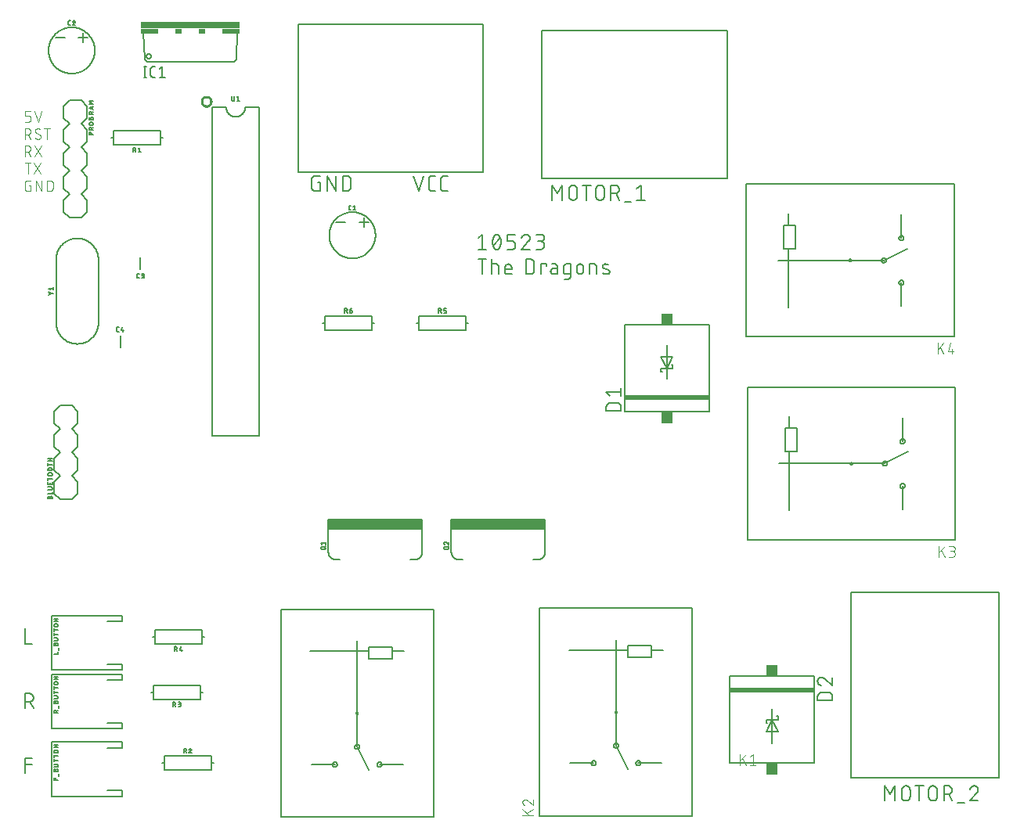
<source format=gbr>
G04 EAGLE Gerber RS-274X export*
G75*
%MOMM*%
%FSLAX34Y34*%
%LPD*%
%INSilkscreen Top*%
%IPPOS*%
%AMOC8*
5,1,8,0,0,1.08239X$1,22.5*%
G01*
%ADD10C,0.101600*%
%ADD11C,0.152400*%
%ADD12C,0.203200*%
%ADD13C,0.127000*%
%ADD14R,9.144000X0.508000*%
%ADD15R,1.270000X1.270000*%
%ADD16C,0.177800*%
%ADD17R,10.668000X0.762000*%
%ADD18R,1.905000X0.508000*%
%ADD19R,0.762000X0.508000*%
%ADD20R,10.160000X1.016000*%
%ADD21C,0.254000*%


D10*
X-9492Y775508D02*
X-5664Y775508D01*
X-5564Y775510D01*
X-5464Y775516D01*
X-5364Y775526D01*
X-5265Y775539D01*
X-5166Y775557D01*
X-5068Y775579D01*
X-4971Y775604D01*
X-4875Y775633D01*
X-4781Y775666D01*
X-4687Y775702D01*
X-4596Y775742D01*
X-4505Y775786D01*
X-4417Y775833D01*
X-4331Y775884D01*
X-4246Y775938D01*
X-4164Y775995D01*
X-4084Y776056D01*
X-4007Y776119D01*
X-3932Y776186D01*
X-3859Y776255D01*
X-3790Y776328D01*
X-3723Y776403D01*
X-3660Y776480D01*
X-3599Y776560D01*
X-3542Y776642D01*
X-3488Y776727D01*
X-3437Y776813D01*
X-3390Y776901D01*
X-3346Y776992D01*
X-3306Y777083D01*
X-3270Y777177D01*
X-3237Y777271D01*
X-3208Y777367D01*
X-3183Y777464D01*
X-3161Y777562D01*
X-3143Y777661D01*
X-3130Y777760D01*
X-3120Y777860D01*
X-3114Y777960D01*
X-3112Y778060D01*
X-3112Y779336D01*
X-3114Y779436D01*
X-3120Y779536D01*
X-3130Y779636D01*
X-3143Y779735D01*
X-3161Y779834D01*
X-3183Y779932D01*
X-3208Y780029D01*
X-3237Y780125D01*
X-3270Y780219D01*
X-3306Y780313D01*
X-3346Y780404D01*
X-3390Y780495D01*
X-3437Y780583D01*
X-3488Y780669D01*
X-3542Y780754D01*
X-3599Y780836D01*
X-3660Y780916D01*
X-3723Y780993D01*
X-3790Y781068D01*
X-3859Y781141D01*
X-3932Y781210D01*
X-4007Y781277D01*
X-4084Y781340D01*
X-4164Y781401D01*
X-4246Y781458D01*
X-4331Y781512D01*
X-4417Y781563D01*
X-4505Y781610D01*
X-4596Y781654D01*
X-4687Y781694D01*
X-4781Y781730D01*
X-4875Y781763D01*
X-4971Y781792D01*
X-5068Y781817D01*
X-5166Y781839D01*
X-5265Y781857D01*
X-5364Y781870D01*
X-5464Y781880D01*
X-5564Y781886D01*
X-5664Y781888D01*
X-9492Y781888D01*
X-9492Y786992D01*
X-3112Y786992D01*
X1120Y786992D02*
X4948Y775508D01*
X8776Y786992D01*
X-9492Y768242D02*
X-9492Y756758D01*
X-9492Y768242D02*
X-6302Y768242D01*
X-6191Y768240D01*
X-6079Y768234D01*
X-5969Y768225D01*
X-5858Y768211D01*
X-5748Y768194D01*
X-5639Y768172D01*
X-5530Y768147D01*
X-5423Y768118D01*
X-5316Y768086D01*
X-5211Y768050D01*
X-5107Y768010D01*
X-5005Y767966D01*
X-4904Y767919D01*
X-4804Y767869D01*
X-4707Y767815D01*
X-4612Y767757D01*
X-4518Y767697D01*
X-4427Y767633D01*
X-4338Y767566D01*
X-4252Y767496D01*
X-4167Y767423D01*
X-4086Y767347D01*
X-4007Y767268D01*
X-3931Y767187D01*
X-3858Y767102D01*
X-3788Y767016D01*
X-3721Y766927D01*
X-3657Y766836D01*
X-3597Y766742D01*
X-3539Y766647D01*
X-3485Y766550D01*
X-3435Y766450D01*
X-3388Y766349D01*
X-3344Y766247D01*
X-3304Y766143D01*
X-3268Y766038D01*
X-3236Y765931D01*
X-3207Y765824D01*
X-3182Y765715D01*
X-3160Y765606D01*
X-3143Y765496D01*
X-3129Y765385D01*
X-3120Y765275D01*
X-3114Y765163D01*
X-3112Y765052D01*
X-3114Y764941D01*
X-3120Y764829D01*
X-3129Y764719D01*
X-3143Y764608D01*
X-3160Y764498D01*
X-3182Y764389D01*
X-3207Y764280D01*
X-3236Y764173D01*
X-3268Y764066D01*
X-3304Y763961D01*
X-3344Y763857D01*
X-3388Y763755D01*
X-3435Y763654D01*
X-3485Y763554D01*
X-3539Y763457D01*
X-3597Y763362D01*
X-3657Y763268D01*
X-3721Y763177D01*
X-3788Y763088D01*
X-3858Y763002D01*
X-3931Y762917D01*
X-4007Y762836D01*
X-4086Y762757D01*
X-4167Y762681D01*
X-4252Y762608D01*
X-4338Y762538D01*
X-4427Y762471D01*
X-4518Y762407D01*
X-4612Y762347D01*
X-4707Y762289D01*
X-4804Y762235D01*
X-4904Y762185D01*
X-5005Y762138D01*
X-5107Y762094D01*
X-5211Y762054D01*
X-5316Y762018D01*
X-5423Y761986D01*
X-5530Y761957D01*
X-5639Y761932D01*
X-5748Y761910D01*
X-5858Y761893D01*
X-5969Y761879D01*
X-6079Y761870D01*
X-6191Y761864D01*
X-6302Y761862D01*
X-9492Y761862D01*
X-5664Y761862D02*
X-3112Y756758D01*
X5138Y756758D02*
X5238Y756760D01*
X5338Y756766D01*
X5438Y756776D01*
X5537Y756789D01*
X5636Y756807D01*
X5734Y756829D01*
X5831Y756854D01*
X5927Y756883D01*
X6021Y756916D01*
X6115Y756952D01*
X6206Y756992D01*
X6297Y757036D01*
X6385Y757083D01*
X6471Y757134D01*
X6556Y757188D01*
X6638Y757245D01*
X6718Y757306D01*
X6795Y757369D01*
X6870Y757436D01*
X6943Y757505D01*
X7012Y757578D01*
X7079Y757653D01*
X7142Y757730D01*
X7203Y757810D01*
X7260Y757892D01*
X7314Y757977D01*
X7365Y758063D01*
X7412Y758151D01*
X7456Y758242D01*
X7496Y758333D01*
X7532Y758427D01*
X7565Y758521D01*
X7594Y758617D01*
X7619Y758714D01*
X7641Y758812D01*
X7659Y758911D01*
X7672Y759010D01*
X7682Y759110D01*
X7688Y759210D01*
X7690Y759310D01*
X5138Y756758D02*
X4996Y756760D01*
X4854Y756765D01*
X4713Y756775D01*
X4571Y756788D01*
X4431Y756805D01*
X4290Y756825D01*
X4150Y756849D01*
X4011Y756877D01*
X3873Y756909D01*
X3735Y756944D01*
X3599Y756982D01*
X3464Y757025D01*
X3329Y757070D01*
X3196Y757120D01*
X3065Y757173D01*
X2934Y757229D01*
X2806Y757289D01*
X2678Y757352D01*
X2553Y757418D01*
X2429Y757488D01*
X2308Y757561D01*
X2188Y757637D01*
X2070Y757716D01*
X1955Y757798D01*
X1841Y757884D01*
X1730Y757972D01*
X1621Y758063D01*
X1515Y758157D01*
X1411Y758254D01*
X1310Y758353D01*
X1629Y765690D02*
X1631Y765790D01*
X1637Y765890D01*
X1647Y765990D01*
X1660Y766089D01*
X1678Y766188D01*
X1700Y766286D01*
X1725Y766383D01*
X1754Y766479D01*
X1787Y766573D01*
X1823Y766667D01*
X1863Y766758D01*
X1907Y766849D01*
X1954Y766937D01*
X2005Y767023D01*
X2059Y767108D01*
X2116Y767190D01*
X2177Y767270D01*
X2240Y767347D01*
X2307Y767422D01*
X2376Y767495D01*
X2449Y767564D01*
X2524Y767631D01*
X2601Y767694D01*
X2681Y767755D01*
X2763Y767812D01*
X2848Y767866D01*
X2934Y767917D01*
X3022Y767964D01*
X3113Y768008D01*
X3204Y768048D01*
X3298Y768084D01*
X3392Y768117D01*
X3488Y768146D01*
X3585Y768171D01*
X3683Y768193D01*
X3782Y768211D01*
X3881Y768224D01*
X3981Y768234D01*
X4081Y768240D01*
X4181Y768242D01*
X4315Y768240D01*
X4449Y768235D01*
X4582Y768225D01*
X4715Y768212D01*
X4848Y768195D01*
X4980Y768175D01*
X5112Y768151D01*
X5243Y768123D01*
X5373Y768091D01*
X5502Y768056D01*
X5631Y768017D01*
X5758Y767975D01*
X5883Y767929D01*
X6008Y767880D01*
X6131Y767827D01*
X6252Y767771D01*
X6372Y767711D01*
X6490Y767648D01*
X6607Y767582D01*
X6721Y767512D01*
X6833Y767440D01*
X6944Y767364D01*
X7052Y767285D01*
X2905Y763457D02*
X2820Y763509D01*
X2737Y763565D01*
X2657Y763623D01*
X2578Y763685D01*
X2503Y763750D01*
X2429Y763817D01*
X2359Y763887D01*
X2291Y763960D01*
X2226Y764036D01*
X2163Y764114D01*
X2104Y764194D01*
X2048Y764276D01*
X1996Y764361D01*
X1946Y764448D01*
X1900Y764536D01*
X1857Y764626D01*
X1818Y764718D01*
X1783Y764811D01*
X1751Y764905D01*
X1722Y765001D01*
X1698Y765097D01*
X1677Y765195D01*
X1660Y765293D01*
X1646Y765392D01*
X1637Y765491D01*
X1631Y765590D01*
X1629Y765690D01*
X6414Y761543D02*
X6499Y761491D01*
X6582Y761435D01*
X6662Y761377D01*
X6741Y761315D01*
X6816Y761250D01*
X6890Y761183D01*
X6960Y761113D01*
X7028Y761040D01*
X7093Y760964D01*
X7156Y760886D01*
X7215Y760806D01*
X7271Y760724D01*
X7323Y760639D01*
X7373Y760552D01*
X7419Y760464D01*
X7462Y760374D01*
X7501Y760282D01*
X7536Y760189D01*
X7568Y760095D01*
X7597Y759999D01*
X7621Y759903D01*
X7642Y759805D01*
X7659Y759707D01*
X7673Y759608D01*
X7682Y759509D01*
X7688Y759410D01*
X7690Y759310D01*
X6414Y761543D02*
X2905Y763457D01*
X14625Y768242D02*
X14625Y756758D01*
X11435Y768242D02*
X17815Y768242D01*
X-9492Y749492D02*
X-9492Y738008D01*
X-9492Y749492D02*
X-6302Y749492D01*
X-6191Y749490D01*
X-6079Y749484D01*
X-5969Y749475D01*
X-5858Y749461D01*
X-5748Y749444D01*
X-5639Y749422D01*
X-5530Y749397D01*
X-5423Y749368D01*
X-5316Y749336D01*
X-5211Y749300D01*
X-5107Y749260D01*
X-5005Y749216D01*
X-4904Y749169D01*
X-4804Y749119D01*
X-4707Y749065D01*
X-4612Y749007D01*
X-4518Y748947D01*
X-4427Y748883D01*
X-4338Y748816D01*
X-4252Y748746D01*
X-4167Y748673D01*
X-4086Y748597D01*
X-4007Y748518D01*
X-3931Y748437D01*
X-3858Y748352D01*
X-3788Y748266D01*
X-3721Y748177D01*
X-3657Y748086D01*
X-3597Y747992D01*
X-3539Y747897D01*
X-3485Y747800D01*
X-3435Y747700D01*
X-3388Y747599D01*
X-3344Y747497D01*
X-3304Y747393D01*
X-3268Y747288D01*
X-3236Y747181D01*
X-3207Y747074D01*
X-3182Y746965D01*
X-3160Y746856D01*
X-3143Y746746D01*
X-3129Y746635D01*
X-3120Y746525D01*
X-3114Y746413D01*
X-3112Y746302D01*
X-3114Y746191D01*
X-3120Y746079D01*
X-3129Y745969D01*
X-3143Y745858D01*
X-3160Y745748D01*
X-3182Y745639D01*
X-3207Y745530D01*
X-3236Y745423D01*
X-3268Y745316D01*
X-3304Y745211D01*
X-3344Y745107D01*
X-3388Y745005D01*
X-3435Y744904D01*
X-3485Y744804D01*
X-3539Y744707D01*
X-3597Y744612D01*
X-3657Y744518D01*
X-3721Y744427D01*
X-3788Y744338D01*
X-3858Y744252D01*
X-3931Y744167D01*
X-4007Y744086D01*
X-4086Y744007D01*
X-4167Y743931D01*
X-4252Y743858D01*
X-4338Y743788D01*
X-4427Y743721D01*
X-4518Y743657D01*
X-4612Y743597D01*
X-4707Y743539D01*
X-4804Y743485D01*
X-4904Y743435D01*
X-5005Y743388D01*
X-5107Y743344D01*
X-5211Y743304D01*
X-5316Y743268D01*
X-5423Y743236D01*
X-5530Y743207D01*
X-5639Y743182D01*
X-5748Y743160D01*
X-5858Y743143D01*
X-5969Y743129D01*
X-6079Y743120D01*
X-6191Y743114D01*
X-6302Y743112D01*
X-9492Y743112D01*
X-5664Y743112D02*
X-3112Y738008D01*
X1047Y738008D02*
X8703Y749492D01*
X1047Y749492D02*
X8703Y738008D01*
X-6302Y730742D02*
X-6302Y719258D01*
X-9492Y730742D02*
X-3112Y730742D01*
X8026Y730742D02*
X370Y719258D01*
X8026Y719258D02*
X370Y730742D01*
X-3112Y706888D02*
X-5026Y706888D01*
X-3112Y706888D02*
X-3112Y700508D01*
X-6940Y700508D01*
X-7040Y700510D01*
X-7140Y700516D01*
X-7240Y700526D01*
X-7339Y700539D01*
X-7438Y700557D01*
X-7536Y700579D01*
X-7633Y700604D01*
X-7729Y700633D01*
X-7823Y700666D01*
X-7917Y700702D01*
X-8008Y700742D01*
X-8099Y700786D01*
X-8187Y700833D01*
X-8273Y700884D01*
X-8358Y700938D01*
X-8440Y700995D01*
X-8520Y701056D01*
X-8597Y701119D01*
X-8672Y701186D01*
X-8745Y701255D01*
X-8814Y701328D01*
X-8881Y701403D01*
X-8944Y701480D01*
X-9005Y701560D01*
X-9062Y701642D01*
X-9116Y701727D01*
X-9167Y701813D01*
X-9214Y701901D01*
X-9258Y701992D01*
X-9298Y702083D01*
X-9334Y702177D01*
X-9367Y702271D01*
X-9396Y702367D01*
X-9421Y702464D01*
X-9443Y702562D01*
X-9461Y702661D01*
X-9474Y702760D01*
X-9484Y702860D01*
X-9490Y702960D01*
X-9492Y703060D01*
X-9492Y709440D01*
X-9490Y709540D01*
X-9484Y709640D01*
X-9474Y709740D01*
X-9461Y709839D01*
X-9443Y709938D01*
X-9421Y710036D01*
X-9396Y710133D01*
X-9367Y710229D01*
X-9334Y710323D01*
X-9298Y710417D01*
X-9258Y710508D01*
X-9214Y710599D01*
X-9167Y710687D01*
X-9116Y710773D01*
X-9062Y710858D01*
X-9005Y710940D01*
X-8944Y711020D01*
X-8881Y711097D01*
X-8814Y711172D01*
X-8745Y711245D01*
X-8672Y711314D01*
X-8597Y711381D01*
X-8520Y711444D01*
X-8440Y711505D01*
X-8358Y711562D01*
X-8273Y711616D01*
X-8187Y711667D01*
X-8099Y711714D01*
X-8008Y711758D01*
X-7917Y711798D01*
X-7823Y711834D01*
X-7729Y711867D01*
X-7633Y711896D01*
X-7536Y711921D01*
X-7438Y711943D01*
X-7339Y711961D01*
X-7240Y711974D01*
X-7140Y711984D01*
X-7040Y711990D01*
X-6940Y711992D01*
X-3112Y711992D01*
X2508Y711992D02*
X2508Y700508D01*
X8888Y700508D02*
X2508Y711992D01*
X8888Y711992D02*
X8888Y700508D01*
X14508Y700508D02*
X14508Y711992D01*
X17698Y711992D01*
X17809Y711990D01*
X17921Y711984D01*
X18031Y711975D01*
X18142Y711961D01*
X18252Y711944D01*
X18361Y711922D01*
X18470Y711897D01*
X18577Y711868D01*
X18684Y711836D01*
X18789Y711800D01*
X18893Y711760D01*
X18995Y711716D01*
X19096Y711669D01*
X19196Y711619D01*
X19293Y711565D01*
X19388Y711507D01*
X19482Y711447D01*
X19573Y711383D01*
X19662Y711316D01*
X19748Y711246D01*
X19833Y711173D01*
X19914Y711097D01*
X19993Y711018D01*
X20069Y710937D01*
X20142Y710852D01*
X20212Y710766D01*
X20279Y710677D01*
X20343Y710586D01*
X20403Y710492D01*
X20461Y710397D01*
X20515Y710300D01*
X20565Y710200D01*
X20612Y710099D01*
X20656Y709997D01*
X20696Y709893D01*
X20732Y709788D01*
X20764Y709681D01*
X20793Y709574D01*
X20818Y709465D01*
X20840Y709356D01*
X20857Y709246D01*
X20871Y709135D01*
X20880Y709025D01*
X20886Y708913D01*
X20888Y708802D01*
X20888Y703698D01*
X20886Y703587D01*
X20880Y703475D01*
X20871Y703365D01*
X20857Y703254D01*
X20840Y703144D01*
X20818Y703035D01*
X20793Y702926D01*
X20764Y702819D01*
X20732Y702712D01*
X20696Y702607D01*
X20656Y702503D01*
X20612Y702401D01*
X20565Y702300D01*
X20515Y702200D01*
X20461Y702103D01*
X20403Y702008D01*
X20343Y701914D01*
X20279Y701823D01*
X20212Y701734D01*
X20142Y701648D01*
X20069Y701563D01*
X19993Y701482D01*
X19914Y701403D01*
X19833Y701327D01*
X19748Y701254D01*
X19662Y701184D01*
X19573Y701117D01*
X19482Y701053D01*
X19388Y700993D01*
X19293Y700935D01*
X19196Y700881D01*
X19096Y700831D01*
X18995Y700784D01*
X18893Y700740D01*
X18789Y700700D01*
X18684Y700664D01*
X18577Y700632D01*
X18470Y700603D01*
X18361Y700578D01*
X18252Y700556D01*
X18142Y700539D01*
X18031Y700525D01*
X17921Y700516D01*
X17809Y700510D01*
X17698Y700508D01*
X14508Y700508D01*
D11*
X560762Y707018D02*
X560762Y690762D01*
X566181Y697987D02*
X560762Y707018D01*
X566181Y697987D02*
X571599Y707018D01*
X571599Y690762D01*
X578859Y695278D02*
X578859Y702502D01*
X578861Y702635D01*
X578867Y702767D01*
X578877Y702899D01*
X578890Y703031D01*
X578908Y703163D01*
X578929Y703293D01*
X578954Y703424D01*
X578983Y703553D01*
X579016Y703681D01*
X579052Y703809D01*
X579092Y703935D01*
X579136Y704060D01*
X579184Y704184D01*
X579235Y704306D01*
X579290Y704427D01*
X579348Y704546D01*
X579410Y704664D01*
X579475Y704779D01*
X579544Y704893D01*
X579615Y705004D01*
X579691Y705113D01*
X579769Y705220D01*
X579850Y705325D01*
X579935Y705427D01*
X580022Y705527D01*
X580112Y705624D01*
X580205Y705719D01*
X580301Y705810D01*
X580399Y705899D01*
X580500Y705985D01*
X580604Y706068D01*
X580710Y706148D01*
X580818Y706224D01*
X580928Y706298D01*
X581041Y706368D01*
X581155Y706435D01*
X581272Y706498D01*
X581390Y706558D01*
X581510Y706615D01*
X581632Y706668D01*
X581755Y706717D01*
X581879Y706763D01*
X582005Y706805D01*
X582132Y706843D01*
X582260Y706878D01*
X582389Y706909D01*
X582518Y706936D01*
X582649Y706959D01*
X582780Y706979D01*
X582912Y706994D01*
X583044Y707006D01*
X583176Y707014D01*
X583309Y707018D01*
X583441Y707018D01*
X583574Y707014D01*
X583706Y707006D01*
X583838Y706994D01*
X583970Y706979D01*
X584101Y706959D01*
X584232Y706936D01*
X584361Y706909D01*
X584490Y706878D01*
X584618Y706843D01*
X584745Y706805D01*
X584871Y706763D01*
X584995Y706717D01*
X585118Y706668D01*
X585240Y706615D01*
X585360Y706558D01*
X585478Y706498D01*
X585595Y706435D01*
X585709Y706368D01*
X585822Y706298D01*
X585932Y706224D01*
X586040Y706148D01*
X586146Y706068D01*
X586250Y705985D01*
X586351Y705899D01*
X586449Y705810D01*
X586545Y705719D01*
X586638Y705624D01*
X586728Y705527D01*
X586815Y705427D01*
X586900Y705325D01*
X586981Y705220D01*
X587059Y705113D01*
X587135Y705004D01*
X587206Y704893D01*
X587275Y704779D01*
X587340Y704664D01*
X587402Y704546D01*
X587460Y704427D01*
X587515Y704306D01*
X587566Y704184D01*
X587614Y704060D01*
X587658Y703935D01*
X587698Y703809D01*
X587734Y703681D01*
X587767Y703553D01*
X587796Y703424D01*
X587821Y703293D01*
X587842Y703163D01*
X587860Y703031D01*
X587873Y702899D01*
X587883Y702767D01*
X587889Y702635D01*
X587891Y702502D01*
X587891Y695278D01*
X587889Y695145D01*
X587883Y695013D01*
X587873Y694881D01*
X587860Y694749D01*
X587842Y694617D01*
X587821Y694487D01*
X587796Y694356D01*
X587767Y694227D01*
X587734Y694099D01*
X587698Y693971D01*
X587658Y693845D01*
X587614Y693720D01*
X587566Y693596D01*
X587515Y693474D01*
X587460Y693353D01*
X587402Y693234D01*
X587340Y693116D01*
X587275Y693001D01*
X587206Y692887D01*
X587135Y692776D01*
X587059Y692667D01*
X586981Y692560D01*
X586900Y692455D01*
X586815Y692353D01*
X586728Y692253D01*
X586638Y692156D01*
X586545Y692061D01*
X586449Y691970D01*
X586351Y691881D01*
X586250Y691795D01*
X586146Y691712D01*
X586040Y691632D01*
X585932Y691556D01*
X585822Y691482D01*
X585709Y691412D01*
X585595Y691345D01*
X585478Y691282D01*
X585360Y691222D01*
X585240Y691165D01*
X585118Y691112D01*
X584995Y691063D01*
X584871Y691017D01*
X584745Y690975D01*
X584618Y690937D01*
X584490Y690902D01*
X584361Y690871D01*
X584232Y690844D01*
X584101Y690821D01*
X583970Y690801D01*
X583838Y690786D01*
X583706Y690774D01*
X583574Y690766D01*
X583441Y690762D01*
X583309Y690762D01*
X583176Y690766D01*
X583044Y690774D01*
X582912Y690786D01*
X582780Y690801D01*
X582649Y690821D01*
X582518Y690844D01*
X582389Y690871D01*
X582260Y690902D01*
X582132Y690937D01*
X582005Y690975D01*
X581879Y691017D01*
X581755Y691063D01*
X581632Y691112D01*
X581510Y691165D01*
X581390Y691222D01*
X581272Y691282D01*
X581155Y691345D01*
X581041Y691412D01*
X580928Y691482D01*
X580818Y691556D01*
X580710Y691632D01*
X580604Y691712D01*
X580500Y691795D01*
X580399Y691881D01*
X580301Y691970D01*
X580205Y692061D01*
X580112Y692156D01*
X580022Y692253D01*
X579935Y692353D01*
X579850Y692455D01*
X579769Y692560D01*
X579691Y692667D01*
X579615Y692776D01*
X579544Y692887D01*
X579475Y693001D01*
X579410Y693116D01*
X579348Y693234D01*
X579290Y693353D01*
X579235Y693474D01*
X579184Y693596D01*
X579136Y693720D01*
X579092Y693845D01*
X579052Y693971D01*
X579016Y694099D01*
X578983Y694227D01*
X578954Y694356D01*
X578929Y694487D01*
X578908Y694617D01*
X578890Y694749D01*
X578877Y694881D01*
X578867Y695013D01*
X578861Y695145D01*
X578859Y695278D01*
X597964Y690762D02*
X597964Y707018D01*
X593449Y707018D02*
X602480Y707018D01*
X608038Y702502D02*
X608038Y695278D01*
X608037Y702502D02*
X608039Y702635D01*
X608045Y702767D01*
X608055Y702899D01*
X608068Y703031D01*
X608086Y703163D01*
X608107Y703293D01*
X608132Y703424D01*
X608161Y703553D01*
X608194Y703681D01*
X608230Y703809D01*
X608270Y703935D01*
X608314Y704060D01*
X608362Y704184D01*
X608413Y704306D01*
X608468Y704427D01*
X608526Y704546D01*
X608588Y704664D01*
X608653Y704779D01*
X608722Y704893D01*
X608793Y705004D01*
X608869Y705113D01*
X608947Y705220D01*
X609028Y705325D01*
X609113Y705427D01*
X609200Y705527D01*
X609290Y705624D01*
X609383Y705719D01*
X609479Y705810D01*
X609577Y705899D01*
X609678Y705985D01*
X609782Y706068D01*
X609888Y706148D01*
X609996Y706224D01*
X610106Y706298D01*
X610219Y706368D01*
X610333Y706435D01*
X610450Y706498D01*
X610568Y706558D01*
X610688Y706615D01*
X610810Y706668D01*
X610933Y706717D01*
X611057Y706763D01*
X611183Y706805D01*
X611310Y706843D01*
X611438Y706878D01*
X611567Y706909D01*
X611696Y706936D01*
X611827Y706959D01*
X611958Y706979D01*
X612090Y706994D01*
X612222Y707006D01*
X612354Y707014D01*
X612487Y707018D01*
X612619Y707018D01*
X612752Y707014D01*
X612884Y707006D01*
X613016Y706994D01*
X613148Y706979D01*
X613279Y706959D01*
X613410Y706936D01*
X613539Y706909D01*
X613668Y706878D01*
X613796Y706843D01*
X613923Y706805D01*
X614049Y706763D01*
X614173Y706717D01*
X614296Y706668D01*
X614418Y706615D01*
X614538Y706558D01*
X614656Y706498D01*
X614773Y706435D01*
X614887Y706368D01*
X615000Y706298D01*
X615110Y706224D01*
X615218Y706148D01*
X615324Y706068D01*
X615428Y705985D01*
X615529Y705899D01*
X615627Y705810D01*
X615723Y705719D01*
X615816Y705624D01*
X615906Y705527D01*
X615993Y705427D01*
X616078Y705325D01*
X616159Y705220D01*
X616237Y705113D01*
X616313Y705004D01*
X616384Y704893D01*
X616453Y704779D01*
X616518Y704664D01*
X616580Y704546D01*
X616638Y704427D01*
X616693Y704306D01*
X616744Y704184D01*
X616792Y704060D01*
X616836Y703935D01*
X616876Y703809D01*
X616912Y703681D01*
X616945Y703553D01*
X616974Y703424D01*
X616999Y703293D01*
X617020Y703163D01*
X617038Y703031D01*
X617051Y702899D01*
X617061Y702767D01*
X617067Y702635D01*
X617069Y702502D01*
X617069Y695278D01*
X617067Y695145D01*
X617061Y695013D01*
X617051Y694881D01*
X617038Y694749D01*
X617020Y694617D01*
X616999Y694487D01*
X616974Y694356D01*
X616945Y694227D01*
X616912Y694099D01*
X616876Y693971D01*
X616836Y693845D01*
X616792Y693720D01*
X616744Y693596D01*
X616693Y693474D01*
X616638Y693353D01*
X616580Y693234D01*
X616518Y693116D01*
X616453Y693001D01*
X616384Y692887D01*
X616313Y692776D01*
X616237Y692667D01*
X616159Y692560D01*
X616078Y692455D01*
X615993Y692353D01*
X615906Y692253D01*
X615816Y692156D01*
X615723Y692061D01*
X615627Y691970D01*
X615529Y691881D01*
X615428Y691795D01*
X615324Y691712D01*
X615218Y691632D01*
X615110Y691556D01*
X615000Y691482D01*
X614887Y691412D01*
X614773Y691345D01*
X614656Y691282D01*
X614538Y691222D01*
X614418Y691165D01*
X614296Y691112D01*
X614173Y691063D01*
X614049Y691017D01*
X613923Y690975D01*
X613796Y690937D01*
X613668Y690902D01*
X613539Y690871D01*
X613410Y690844D01*
X613279Y690821D01*
X613148Y690801D01*
X613016Y690786D01*
X612884Y690774D01*
X612752Y690766D01*
X612619Y690762D01*
X612487Y690762D01*
X612354Y690766D01*
X612222Y690774D01*
X612090Y690786D01*
X611958Y690801D01*
X611827Y690821D01*
X611696Y690844D01*
X611567Y690871D01*
X611438Y690902D01*
X611310Y690937D01*
X611183Y690975D01*
X611057Y691017D01*
X610933Y691063D01*
X610810Y691112D01*
X610688Y691165D01*
X610568Y691222D01*
X610450Y691282D01*
X610333Y691345D01*
X610219Y691412D01*
X610106Y691482D01*
X609996Y691556D01*
X609888Y691632D01*
X609782Y691712D01*
X609678Y691795D01*
X609577Y691881D01*
X609479Y691970D01*
X609383Y692061D01*
X609290Y692156D01*
X609200Y692253D01*
X609113Y692353D01*
X609028Y692455D01*
X608947Y692560D01*
X608869Y692667D01*
X608793Y692776D01*
X608722Y692887D01*
X608653Y693001D01*
X608588Y693116D01*
X608526Y693234D01*
X608468Y693353D01*
X608413Y693474D01*
X608362Y693596D01*
X608314Y693720D01*
X608270Y693845D01*
X608230Y693971D01*
X608194Y694099D01*
X608161Y694227D01*
X608132Y694356D01*
X608107Y694487D01*
X608086Y694617D01*
X608068Y694749D01*
X608055Y694881D01*
X608045Y695013D01*
X608039Y695145D01*
X608037Y695278D01*
X624282Y690762D02*
X624282Y707018D01*
X628797Y707018D01*
X628930Y707016D01*
X629062Y707010D01*
X629194Y707000D01*
X629326Y706987D01*
X629458Y706969D01*
X629588Y706948D01*
X629719Y706923D01*
X629848Y706894D01*
X629976Y706861D01*
X630104Y706825D01*
X630230Y706785D01*
X630355Y706741D01*
X630479Y706693D01*
X630601Y706642D01*
X630722Y706587D01*
X630841Y706529D01*
X630959Y706467D01*
X631074Y706402D01*
X631188Y706333D01*
X631299Y706262D01*
X631408Y706186D01*
X631515Y706108D01*
X631620Y706027D01*
X631722Y705942D01*
X631822Y705855D01*
X631919Y705765D01*
X632014Y705672D01*
X632105Y705576D01*
X632194Y705478D01*
X632280Y705377D01*
X632363Y705273D01*
X632443Y705167D01*
X632519Y705059D01*
X632593Y704949D01*
X632663Y704836D01*
X632730Y704722D01*
X632793Y704605D01*
X632853Y704487D01*
X632910Y704367D01*
X632963Y704245D01*
X633012Y704122D01*
X633058Y703998D01*
X633100Y703872D01*
X633138Y703745D01*
X633173Y703617D01*
X633204Y703488D01*
X633231Y703359D01*
X633254Y703228D01*
X633274Y703097D01*
X633289Y702965D01*
X633301Y702833D01*
X633309Y702701D01*
X633313Y702568D01*
X633313Y702436D01*
X633309Y702303D01*
X633301Y702171D01*
X633289Y702039D01*
X633274Y701907D01*
X633254Y701776D01*
X633231Y701645D01*
X633204Y701516D01*
X633173Y701387D01*
X633138Y701259D01*
X633100Y701132D01*
X633058Y701006D01*
X633012Y700882D01*
X632963Y700759D01*
X632910Y700637D01*
X632853Y700517D01*
X632793Y700399D01*
X632730Y700282D01*
X632663Y700168D01*
X632593Y700055D01*
X632519Y699945D01*
X632443Y699837D01*
X632363Y699731D01*
X632280Y699627D01*
X632194Y699526D01*
X632105Y699428D01*
X632014Y699332D01*
X631919Y699239D01*
X631822Y699149D01*
X631722Y699062D01*
X631620Y698977D01*
X631515Y698896D01*
X631408Y698818D01*
X631299Y698742D01*
X631188Y698671D01*
X631074Y698602D01*
X630959Y698537D01*
X630841Y698475D01*
X630722Y698417D01*
X630601Y698362D01*
X630479Y698311D01*
X630355Y698263D01*
X630230Y698219D01*
X630104Y698179D01*
X629976Y698143D01*
X629848Y698110D01*
X629719Y698081D01*
X629588Y698056D01*
X629458Y698035D01*
X629326Y698017D01*
X629194Y698004D01*
X629062Y697994D01*
X628930Y697988D01*
X628797Y697986D01*
X628797Y697987D02*
X624282Y697987D01*
X629700Y697987D02*
X633313Y690762D01*
X639161Y688956D02*
X646386Y688956D01*
X652326Y703406D02*
X656842Y707018D01*
X656842Y690762D01*
X661357Y690762D02*
X652326Y690762D01*
X920762Y57018D02*
X920762Y40762D01*
X926181Y47987D02*
X920762Y57018D01*
X926181Y47987D02*
X931599Y57018D01*
X931599Y40762D01*
X938859Y45278D02*
X938859Y52502D01*
X938861Y52635D01*
X938867Y52767D01*
X938877Y52899D01*
X938890Y53031D01*
X938908Y53163D01*
X938929Y53293D01*
X938954Y53424D01*
X938983Y53553D01*
X939016Y53681D01*
X939052Y53809D01*
X939092Y53935D01*
X939136Y54060D01*
X939184Y54184D01*
X939235Y54306D01*
X939290Y54427D01*
X939348Y54546D01*
X939410Y54664D01*
X939475Y54779D01*
X939544Y54893D01*
X939615Y55004D01*
X939691Y55113D01*
X939769Y55220D01*
X939850Y55325D01*
X939935Y55427D01*
X940022Y55527D01*
X940112Y55624D01*
X940205Y55719D01*
X940301Y55810D01*
X940399Y55899D01*
X940500Y55985D01*
X940604Y56068D01*
X940710Y56148D01*
X940818Y56224D01*
X940928Y56298D01*
X941041Y56368D01*
X941155Y56435D01*
X941272Y56498D01*
X941390Y56558D01*
X941510Y56615D01*
X941632Y56668D01*
X941755Y56717D01*
X941879Y56763D01*
X942005Y56805D01*
X942132Y56843D01*
X942260Y56878D01*
X942389Y56909D01*
X942518Y56936D01*
X942649Y56959D01*
X942780Y56979D01*
X942912Y56994D01*
X943044Y57006D01*
X943176Y57014D01*
X943309Y57018D01*
X943441Y57018D01*
X943574Y57014D01*
X943706Y57006D01*
X943838Y56994D01*
X943970Y56979D01*
X944101Y56959D01*
X944232Y56936D01*
X944361Y56909D01*
X944490Y56878D01*
X944618Y56843D01*
X944745Y56805D01*
X944871Y56763D01*
X944995Y56717D01*
X945118Y56668D01*
X945240Y56615D01*
X945360Y56558D01*
X945478Y56498D01*
X945595Y56435D01*
X945709Y56368D01*
X945822Y56298D01*
X945932Y56224D01*
X946040Y56148D01*
X946146Y56068D01*
X946250Y55985D01*
X946351Y55899D01*
X946449Y55810D01*
X946545Y55719D01*
X946638Y55624D01*
X946728Y55527D01*
X946815Y55427D01*
X946900Y55325D01*
X946981Y55220D01*
X947059Y55113D01*
X947135Y55004D01*
X947206Y54893D01*
X947275Y54779D01*
X947340Y54664D01*
X947402Y54546D01*
X947460Y54427D01*
X947515Y54306D01*
X947566Y54184D01*
X947614Y54060D01*
X947658Y53935D01*
X947698Y53809D01*
X947734Y53681D01*
X947767Y53553D01*
X947796Y53424D01*
X947821Y53293D01*
X947842Y53163D01*
X947860Y53031D01*
X947873Y52899D01*
X947883Y52767D01*
X947889Y52635D01*
X947891Y52502D01*
X947891Y45278D01*
X947889Y45145D01*
X947883Y45013D01*
X947873Y44881D01*
X947860Y44749D01*
X947842Y44617D01*
X947821Y44487D01*
X947796Y44356D01*
X947767Y44227D01*
X947734Y44099D01*
X947698Y43971D01*
X947658Y43845D01*
X947614Y43720D01*
X947566Y43596D01*
X947515Y43474D01*
X947460Y43353D01*
X947402Y43234D01*
X947340Y43116D01*
X947275Y43001D01*
X947206Y42887D01*
X947135Y42776D01*
X947059Y42667D01*
X946981Y42560D01*
X946900Y42455D01*
X946815Y42353D01*
X946728Y42253D01*
X946638Y42156D01*
X946545Y42061D01*
X946449Y41970D01*
X946351Y41881D01*
X946250Y41795D01*
X946146Y41712D01*
X946040Y41632D01*
X945932Y41556D01*
X945822Y41482D01*
X945709Y41412D01*
X945595Y41345D01*
X945478Y41282D01*
X945360Y41222D01*
X945240Y41165D01*
X945118Y41112D01*
X944995Y41063D01*
X944871Y41017D01*
X944745Y40975D01*
X944618Y40937D01*
X944490Y40902D01*
X944361Y40871D01*
X944232Y40844D01*
X944101Y40821D01*
X943970Y40801D01*
X943838Y40786D01*
X943706Y40774D01*
X943574Y40766D01*
X943441Y40762D01*
X943309Y40762D01*
X943176Y40766D01*
X943044Y40774D01*
X942912Y40786D01*
X942780Y40801D01*
X942649Y40821D01*
X942518Y40844D01*
X942389Y40871D01*
X942260Y40902D01*
X942132Y40937D01*
X942005Y40975D01*
X941879Y41017D01*
X941755Y41063D01*
X941632Y41112D01*
X941510Y41165D01*
X941390Y41222D01*
X941272Y41282D01*
X941155Y41345D01*
X941041Y41412D01*
X940928Y41482D01*
X940818Y41556D01*
X940710Y41632D01*
X940604Y41712D01*
X940500Y41795D01*
X940399Y41881D01*
X940301Y41970D01*
X940205Y42061D01*
X940112Y42156D01*
X940022Y42253D01*
X939935Y42353D01*
X939850Y42455D01*
X939769Y42560D01*
X939691Y42667D01*
X939615Y42776D01*
X939544Y42887D01*
X939475Y43001D01*
X939410Y43116D01*
X939348Y43234D01*
X939290Y43353D01*
X939235Y43474D01*
X939184Y43596D01*
X939136Y43720D01*
X939092Y43845D01*
X939052Y43971D01*
X939016Y44099D01*
X938983Y44227D01*
X938954Y44356D01*
X938929Y44487D01*
X938908Y44617D01*
X938890Y44749D01*
X938877Y44881D01*
X938867Y45013D01*
X938861Y45145D01*
X938859Y45278D01*
X957964Y40762D02*
X957964Y57018D01*
X953449Y57018D02*
X962480Y57018D01*
X968038Y52502D02*
X968038Y45278D01*
X968037Y52502D02*
X968039Y52635D01*
X968045Y52767D01*
X968055Y52899D01*
X968068Y53031D01*
X968086Y53163D01*
X968107Y53293D01*
X968132Y53424D01*
X968161Y53553D01*
X968194Y53681D01*
X968230Y53809D01*
X968270Y53935D01*
X968314Y54060D01*
X968362Y54184D01*
X968413Y54306D01*
X968468Y54427D01*
X968526Y54546D01*
X968588Y54664D01*
X968653Y54779D01*
X968722Y54893D01*
X968793Y55004D01*
X968869Y55113D01*
X968947Y55220D01*
X969028Y55325D01*
X969113Y55427D01*
X969200Y55527D01*
X969290Y55624D01*
X969383Y55719D01*
X969479Y55810D01*
X969577Y55899D01*
X969678Y55985D01*
X969782Y56068D01*
X969888Y56148D01*
X969996Y56224D01*
X970106Y56298D01*
X970219Y56368D01*
X970333Y56435D01*
X970450Y56498D01*
X970568Y56558D01*
X970688Y56615D01*
X970810Y56668D01*
X970933Y56717D01*
X971057Y56763D01*
X971183Y56805D01*
X971310Y56843D01*
X971438Y56878D01*
X971567Y56909D01*
X971696Y56936D01*
X971827Y56959D01*
X971958Y56979D01*
X972090Y56994D01*
X972222Y57006D01*
X972354Y57014D01*
X972487Y57018D01*
X972619Y57018D01*
X972752Y57014D01*
X972884Y57006D01*
X973016Y56994D01*
X973148Y56979D01*
X973279Y56959D01*
X973410Y56936D01*
X973539Y56909D01*
X973668Y56878D01*
X973796Y56843D01*
X973923Y56805D01*
X974049Y56763D01*
X974173Y56717D01*
X974296Y56668D01*
X974418Y56615D01*
X974538Y56558D01*
X974656Y56498D01*
X974773Y56435D01*
X974887Y56368D01*
X975000Y56298D01*
X975110Y56224D01*
X975218Y56148D01*
X975324Y56068D01*
X975428Y55985D01*
X975529Y55899D01*
X975627Y55810D01*
X975723Y55719D01*
X975816Y55624D01*
X975906Y55527D01*
X975993Y55427D01*
X976078Y55325D01*
X976159Y55220D01*
X976237Y55113D01*
X976313Y55004D01*
X976384Y54893D01*
X976453Y54779D01*
X976518Y54664D01*
X976580Y54546D01*
X976638Y54427D01*
X976693Y54306D01*
X976744Y54184D01*
X976792Y54060D01*
X976836Y53935D01*
X976876Y53809D01*
X976912Y53681D01*
X976945Y53553D01*
X976974Y53424D01*
X976999Y53293D01*
X977020Y53163D01*
X977038Y53031D01*
X977051Y52899D01*
X977061Y52767D01*
X977067Y52635D01*
X977069Y52502D01*
X977069Y45278D01*
X977067Y45145D01*
X977061Y45013D01*
X977051Y44881D01*
X977038Y44749D01*
X977020Y44617D01*
X976999Y44487D01*
X976974Y44356D01*
X976945Y44227D01*
X976912Y44099D01*
X976876Y43971D01*
X976836Y43845D01*
X976792Y43720D01*
X976744Y43596D01*
X976693Y43474D01*
X976638Y43353D01*
X976580Y43234D01*
X976518Y43116D01*
X976453Y43001D01*
X976384Y42887D01*
X976313Y42776D01*
X976237Y42667D01*
X976159Y42560D01*
X976078Y42455D01*
X975993Y42353D01*
X975906Y42253D01*
X975816Y42156D01*
X975723Y42061D01*
X975627Y41970D01*
X975529Y41881D01*
X975428Y41795D01*
X975324Y41712D01*
X975218Y41632D01*
X975110Y41556D01*
X975000Y41482D01*
X974887Y41412D01*
X974773Y41345D01*
X974656Y41282D01*
X974538Y41222D01*
X974418Y41165D01*
X974296Y41112D01*
X974173Y41063D01*
X974049Y41017D01*
X973923Y40975D01*
X973796Y40937D01*
X973668Y40902D01*
X973539Y40871D01*
X973410Y40844D01*
X973279Y40821D01*
X973148Y40801D01*
X973016Y40786D01*
X972884Y40774D01*
X972752Y40766D01*
X972619Y40762D01*
X972487Y40762D01*
X972354Y40766D01*
X972222Y40774D01*
X972090Y40786D01*
X971958Y40801D01*
X971827Y40821D01*
X971696Y40844D01*
X971567Y40871D01*
X971438Y40902D01*
X971310Y40937D01*
X971183Y40975D01*
X971057Y41017D01*
X970933Y41063D01*
X970810Y41112D01*
X970688Y41165D01*
X970568Y41222D01*
X970450Y41282D01*
X970333Y41345D01*
X970219Y41412D01*
X970106Y41482D01*
X969996Y41556D01*
X969888Y41632D01*
X969782Y41712D01*
X969678Y41795D01*
X969577Y41881D01*
X969479Y41970D01*
X969383Y42061D01*
X969290Y42156D01*
X969200Y42253D01*
X969113Y42353D01*
X969028Y42455D01*
X968947Y42560D01*
X968869Y42667D01*
X968793Y42776D01*
X968722Y42887D01*
X968653Y43001D01*
X968588Y43116D01*
X968526Y43234D01*
X968468Y43353D01*
X968413Y43474D01*
X968362Y43596D01*
X968314Y43720D01*
X968270Y43845D01*
X968230Y43971D01*
X968194Y44099D01*
X968161Y44227D01*
X968132Y44356D01*
X968107Y44487D01*
X968086Y44617D01*
X968068Y44749D01*
X968055Y44881D01*
X968045Y45013D01*
X968039Y45145D01*
X968037Y45278D01*
X984282Y40762D02*
X984282Y57018D01*
X988797Y57018D01*
X988930Y57016D01*
X989062Y57010D01*
X989194Y57000D01*
X989326Y56987D01*
X989458Y56969D01*
X989588Y56948D01*
X989719Y56923D01*
X989848Y56894D01*
X989976Y56861D01*
X990104Y56825D01*
X990230Y56785D01*
X990355Y56741D01*
X990479Y56693D01*
X990601Y56642D01*
X990722Y56587D01*
X990841Y56529D01*
X990959Y56467D01*
X991074Y56402D01*
X991188Y56333D01*
X991299Y56262D01*
X991408Y56186D01*
X991515Y56108D01*
X991620Y56027D01*
X991722Y55942D01*
X991822Y55855D01*
X991919Y55765D01*
X992014Y55672D01*
X992105Y55576D01*
X992194Y55478D01*
X992280Y55377D01*
X992363Y55273D01*
X992443Y55167D01*
X992519Y55059D01*
X992593Y54949D01*
X992663Y54836D01*
X992730Y54722D01*
X992793Y54605D01*
X992853Y54487D01*
X992910Y54367D01*
X992963Y54245D01*
X993012Y54122D01*
X993058Y53998D01*
X993100Y53872D01*
X993138Y53745D01*
X993173Y53617D01*
X993204Y53488D01*
X993231Y53359D01*
X993254Y53228D01*
X993274Y53097D01*
X993289Y52965D01*
X993301Y52833D01*
X993309Y52701D01*
X993313Y52568D01*
X993313Y52436D01*
X993309Y52303D01*
X993301Y52171D01*
X993289Y52039D01*
X993274Y51907D01*
X993254Y51776D01*
X993231Y51645D01*
X993204Y51516D01*
X993173Y51387D01*
X993138Y51259D01*
X993100Y51132D01*
X993058Y51006D01*
X993012Y50882D01*
X992963Y50759D01*
X992910Y50637D01*
X992853Y50517D01*
X992793Y50399D01*
X992730Y50282D01*
X992663Y50168D01*
X992593Y50055D01*
X992519Y49945D01*
X992443Y49837D01*
X992363Y49731D01*
X992280Y49627D01*
X992194Y49526D01*
X992105Y49428D01*
X992014Y49332D01*
X991919Y49239D01*
X991822Y49149D01*
X991722Y49062D01*
X991620Y48977D01*
X991515Y48896D01*
X991408Y48818D01*
X991299Y48742D01*
X991188Y48671D01*
X991074Y48602D01*
X990959Y48537D01*
X990841Y48475D01*
X990722Y48417D01*
X990601Y48362D01*
X990479Y48311D01*
X990355Y48263D01*
X990230Y48219D01*
X990104Y48179D01*
X989976Y48143D01*
X989848Y48110D01*
X989719Y48081D01*
X989588Y48056D01*
X989458Y48035D01*
X989326Y48017D01*
X989194Y48004D01*
X989062Y47994D01*
X988930Y47988D01*
X988797Y47986D01*
X988797Y47987D02*
X984282Y47987D01*
X989700Y47987D02*
X993313Y40762D01*
X999161Y38956D02*
X1006386Y38956D01*
X1021357Y52954D02*
X1021355Y53079D01*
X1021349Y53204D01*
X1021340Y53329D01*
X1021326Y53453D01*
X1021309Y53577D01*
X1021288Y53701D01*
X1021263Y53823D01*
X1021234Y53945D01*
X1021202Y54066D01*
X1021166Y54186D01*
X1021126Y54305D01*
X1021083Y54422D01*
X1021036Y54538D01*
X1020985Y54653D01*
X1020931Y54765D01*
X1020873Y54877D01*
X1020813Y54986D01*
X1020748Y55093D01*
X1020681Y55199D01*
X1020610Y55302D01*
X1020536Y55403D01*
X1020459Y55502D01*
X1020379Y55598D01*
X1020296Y55692D01*
X1020211Y55783D01*
X1020122Y55872D01*
X1020031Y55957D01*
X1019937Y56040D01*
X1019841Y56120D01*
X1019742Y56197D01*
X1019641Y56271D01*
X1019538Y56342D01*
X1019432Y56409D01*
X1019325Y56474D01*
X1019216Y56534D01*
X1019104Y56592D01*
X1018992Y56646D01*
X1018877Y56697D01*
X1018761Y56744D01*
X1018644Y56787D01*
X1018525Y56827D01*
X1018405Y56863D01*
X1018284Y56895D01*
X1018162Y56924D01*
X1018040Y56949D01*
X1017916Y56970D01*
X1017792Y56987D01*
X1017668Y57001D01*
X1017543Y57010D01*
X1017418Y57016D01*
X1017293Y57018D01*
X1017150Y57016D01*
X1017008Y57010D01*
X1016865Y57000D01*
X1016723Y56987D01*
X1016582Y56969D01*
X1016440Y56948D01*
X1016300Y56923D01*
X1016160Y56894D01*
X1016021Y56861D01*
X1015883Y56824D01*
X1015746Y56784D01*
X1015611Y56740D01*
X1015476Y56692D01*
X1015343Y56640D01*
X1015211Y56585D01*
X1015081Y56526D01*
X1014953Y56464D01*
X1014826Y56398D01*
X1014701Y56329D01*
X1014578Y56257D01*
X1014458Y56181D01*
X1014339Y56102D01*
X1014222Y56019D01*
X1014108Y55934D01*
X1013996Y55845D01*
X1013887Y55754D01*
X1013780Y55659D01*
X1013675Y55562D01*
X1013574Y55461D01*
X1013475Y55358D01*
X1013379Y55253D01*
X1013286Y55144D01*
X1013196Y55033D01*
X1013109Y54920D01*
X1013025Y54805D01*
X1012945Y54687D01*
X1012867Y54567D01*
X1012793Y54445D01*
X1012723Y54321D01*
X1012655Y54195D01*
X1012592Y54067D01*
X1012531Y53938D01*
X1012474Y53807D01*
X1012421Y53675D01*
X1012372Y53541D01*
X1012326Y53406D01*
X1020002Y49793D02*
X1020096Y49885D01*
X1020186Y49979D01*
X1020274Y50076D01*
X1020359Y50176D01*
X1020441Y50278D01*
X1020520Y50383D01*
X1020595Y50490D01*
X1020667Y50599D01*
X1020736Y50710D01*
X1020802Y50824D01*
X1020864Y50939D01*
X1020923Y51056D01*
X1020978Y51175D01*
X1021029Y51295D01*
X1021077Y51417D01*
X1021122Y51540D01*
X1021162Y51664D01*
X1021199Y51790D01*
X1021232Y51917D01*
X1021261Y52044D01*
X1021287Y52173D01*
X1021308Y52302D01*
X1021326Y52432D01*
X1021339Y52562D01*
X1021349Y52692D01*
X1021355Y52823D01*
X1021357Y52954D01*
X1020003Y49793D02*
X1012326Y40762D01*
X1021357Y40762D01*
X309793Y709793D02*
X307084Y709793D01*
X309793Y709793D02*
X309793Y700762D01*
X304374Y700762D01*
X304256Y700764D01*
X304138Y700770D01*
X304020Y700779D01*
X303903Y700793D01*
X303786Y700810D01*
X303669Y700831D01*
X303554Y700856D01*
X303439Y700885D01*
X303325Y700918D01*
X303213Y700954D01*
X303102Y700994D01*
X302992Y701037D01*
X302883Y701084D01*
X302776Y701134D01*
X302671Y701189D01*
X302568Y701246D01*
X302467Y701307D01*
X302367Y701371D01*
X302270Y701438D01*
X302175Y701508D01*
X302083Y701582D01*
X301992Y701658D01*
X301905Y701738D01*
X301820Y701820D01*
X301738Y701905D01*
X301658Y701992D01*
X301582Y702083D01*
X301508Y702175D01*
X301438Y702270D01*
X301371Y702367D01*
X301307Y702467D01*
X301246Y702568D01*
X301189Y702671D01*
X301134Y702776D01*
X301084Y702883D01*
X301037Y702992D01*
X300994Y703102D01*
X300954Y703213D01*
X300918Y703325D01*
X300885Y703439D01*
X300856Y703554D01*
X300831Y703669D01*
X300810Y703786D01*
X300793Y703903D01*
X300779Y704020D01*
X300770Y704138D01*
X300764Y704256D01*
X300762Y704374D01*
X300762Y713406D01*
X300764Y713524D01*
X300770Y713642D01*
X300779Y713760D01*
X300793Y713877D01*
X300810Y713994D01*
X300831Y714111D01*
X300856Y714226D01*
X300885Y714341D01*
X300918Y714455D01*
X300954Y714567D01*
X300994Y714678D01*
X301037Y714788D01*
X301084Y714897D01*
X301134Y715004D01*
X301188Y715109D01*
X301246Y715212D01*
X301307Y715313D01*
X301371Y715413D01*
X301438Y715510D01*
X301508Y715605D01*
X301582Y715697D01*
X301658Y715788D01*
X301738Y715875D01*
X301820Y715960D01*
X301905Y716042D01*
X301992Y716122D01*
X302083Y716198D01*
X302175Y716272D01*
X302270Y716342D01*
X302367Y716409D01*
X302467Y716473D01*
X302568Y716534D01*
X302671Y716591D01*
X302776Y716645D01*
X302883Y716696D01*
X302992Y716743D01*
X303102Y716786D01*
X303213Y716826D01*
X303325Y716862D01*
X303439Y716895D01*
X303554Y716924D01*
X303669Y716949D01*
X303786Y716970D01*
X303903Y716987D01*
X304020Y717001D01*
X304138Y717010D01*
X304256Y717016D01*
X304374Y717018D01*
X309793Y717018D01*
X317435Y717018D02*
X317435Y700762D01*
X326466Y700762D02*
X317435Y717018D01*
X326466Y717018D02*
X326466Y700762D01*
X334109Y700762D02*
X334109Y717018D01*
X338624Y717018D01*
X338755Y717016D01*
X338887Y717010D01*
X339018Y717001D01*
X339148Y716987D01*
X339279Y716970D01*
X339408Y716949D01*
X339537Y716925D01*
X339665Y716896D01*
X339793Y716864D01*
X339919Y716828D01*
X340044Y716789D01*
X340169Y716746D01*
X340291Y716699D01*
X340413Y716649D01*
X340533Y716595D01*
X340651Y716538D01*
X340767Y716477D01*
X340882Y716413D01*
X340995Y716346D01*
X341106Y716275D01*
X341214Y716201D01*
X341321Y716124D01*
X341425Y716044D01*
X341527Y715961D01*
X341626Y715876D01*
X341723Y715787D01*
X341817Y715695D01*
X341909Y715601D01*
X341998Y715504D01*
X342083Y715405D01*
X342166Y715303D01*
X342246Y715199D01*
X342323Y715092D01*
X342397Y714984D01*
X342468Y714873D01*
X342535Y714760D01*
X342599Y714645D01*
X342660Y714529D01*
X342717Y714411D01*
X342771Y714291D01*
X342821Y714169D01*
X342868Y714047D01*
X342911Y713922D01*
X342950Y713797D01*
X342986Y713671D01*
X343018Y713543D01*
X343047Y713415D01*
X343071Y713286D01*
X343092Y713157D01*
X343109Y713026D01*
X343123Y712896D01*
X343132Y712765D01*
X343138Y712633D01*
X343140Y712502D01*
X343140Y705278D01*
X343138Y705147D01*
X343132Y705015D01*
X343123Y704884D01*
X343109Y704754D01*
X343092Y704623D01*
X343071Y704494D01*
X343047Y704365D01*
X343018Y704237D01*
X342986Y704109D01*
X342950Y703983D01*
X342911Y703858D01*
X342868Y703733D01*
X342821Y703611D01*
X342771Y703489D01*
X342717Y703369D01*
X342660Y703251D01*
X342599Y703135D01*
X342535Y703020D01*
X342468Y702907D01*
X342397Y702796D01*
X342323Y702688D01*
X342246Y702581D01*
X342166Y702477D01*
X342083Y702375D01*
X341998Y702276D01*
X341909Y702179D01*
X341817Y702085D01*
X341723Y701993D01*
X341626Y701904D01*
X341527Y701819D01*
X341425Y701736D01*
X341321Y701656D01*
X341214Y701579D01*
X341106Y701505D01*
X340995Y701434D01*
X340882Y701367D01*
X340767Y701303D01*
X340651Y701242D01*
X340533Y701185D01*
X340413Y701131D01*
X340291Y701081D01*
X340169Y701034D01*
X340044Y700991D01*
X339919Y700952D01*
X339793Y700916D01*
X339665Y700884D01*
X339537Y700855D01*
X339408Y700831D01*
X339278Y700810D01*
X339148Y700793D01*
X339018Y700779D01*
X338887Y700770D01*
X338755Y700764D01*
X338624Y700762D01*
X334109Y700762D01*
X410762Y717018D02*
X416181Y700762D01*
X421599Y717018D01*
X430869Y700762D02*
X434482Y700762D01*
X430869Y700762D02*
X430751Y700764D01*
X430633Y700770D01*
X430515Y700779D01*
X430398Y700793D01*
X430281Y700810D01*
X430164Y700831D01*
X430049Y700856D01*
X429934Y700885D01*
X429820Y700918D01*
X429708Y700954D01*
X429597Y700994D01*
X429487Y701037D01*
X429378Y701084D01*
X429271Y701134D01*
X429166Y701189D01*
X429063Y701246D01*
X428962Y701307D01*
X428862Y701371D01*
X428765Y701438D01*
X428670Y701508D01*
X428578Y701582D01*
X428487Y701658D01*
X428400Y701738D01*
X428315Y701820D01*
X428233Y701905D01*
X428153Y701992D01*
X428077Y702083D01*
X428003Y702175D01*
X427933Y702270D01*
X427866Y702367D01*
X427802Y702467D01*
X427741Y702568D01*
X427684Y702671D01*
X427629Y702776D01*
X427579Y702883D01*
X427532Y702992D01*
X427489Y703102D01*
X427449Y703213D01*
X427413Y703325D01*
X427380Y703439D01*
X427351Y703554D01*
X427326Y703669D01*
X427305Y703786D01*
X427288Y703903D01*
X427274Y704020D01*
X427265Y704138D01*
X427259Y704256D01*
X427257Y704374D01*
X427257Y713406D01*
X427259Y713524D01*
X427265Y713642D01*
X427274Y713760D01*
X427288Y713877D01*
X427305Y713994D01*
X427326Y714111D01*
X427351Y714226D01*
X427380Y714341D01*
X427413Y714455D01*
X427449Y714567D01*
X427489Y714678D01*
X427532Y714788D01*
X427579Y714897D01*
X427629Y715004D01*
X427683Y715109D01*
X427741Y715212D01*
X427802Y715313D01*
X427866Y715413D01*
X427933Y715510D01*
X428003Y715605D01*
X428077Y715697D01*
X428153Y715788D01*
X428233Y715875D01*
X428315Y715960D01*
X428400Y716042D01*
X428487Y716122D01*
X428578Y716198D01*
X428670Y716272D01*
X428765Y716342D01*
X428862Y716409D01*
X428962Y716473D01*
X429063Y716534D01*
X429166Y716591D01*
X429271Y716645D01*
X429378Y716696D01*
X429487Y716743D01*
X429597Y716786D01*
X429708Y716826D01*
X429820Y716862D01*
X429934Y716895D01*
X430049Y716924D01*
X430164Y716949D01*
X430281Y716970D01*
X430398Y716987D01*
X430515Y717001D01*
X430633Y717010D01*
X430751Y717016D01*
X430869Y717018D01*
X434482Y717018D01*
X443895Y700762D02*
X447508Y700762D01*
X443895Y700762D02*
X443777Y700764D01*
X443659Y700770D01*
X443541Y700779D01*
X443424Y700793D01*
X443307Y700810D01*
X443190Y700831D01*
X443075Y700856D01*
X442960Y700885D01*
X442846Y700918D01*
X442734Y700954D01*
X442623Y700994D01*
X442513Y701037D01*
X442404Y701084D01*
X442297Y701134D01*
X442192Y701189D01*
X442089Y701246D01*
X441988Y701307D01*
X441888Y701371D01*
X441791Y701438D01*
X441696Y701508D01*
X441604Y701582D01*
X441513Y701658D01*
X441426Y701738D01*
X441341Y701820D01*
X441259Y701905D01*
X441179Y701992D01*
X441103Y702083D01*
X441029Y702175D01*
X440959Y702270D01*
X440892Y702367D01*
X440828Y702467D01*
X440767Y702568D01*
X440710Y702671D01*
X440655Y702776D01*
X440605Y702883D01*
X440558Y702992D01*
X440515Y703102D01*
X440475Y703213D01*
X440439Y703325D01*
X440406Y703439D01*
X440377Y703554D01*
X440352Y703669D01*
X440331Y703786D01*
X440314Y703903D01*
X440300Y704020D01*
X440291Y704138D01*
X440285Y704256D01*
X440283Y704374D01*
X440283Y713406D01*
X440285Y713524D01*
X440291Y713642D01*
X440300Y713760D01*
X440314Y713877D01*
X440331Y713994D01*
X440352Y714111D01*
X440377Y714226D01*
X440406Y714341D01*
X440439Y714455D01*
X440475Y714567D01*
X440515Y714678D01*
X440558Y714788D01*
X440605Y714897D01*
X440655Y715004D01*
X440709Y715109D01*
X440767Y715212D01*
X440828Y715313D01*
X440892Y715413D01*
X440959Y715510D01*
X441029Y715605D01*
X441103Y715697D01*
X441179Y715788D01*
X441259Y715875D01*
X441341Y715960D01*
X441426Y716042D01*
X441513Y716122D01*
X441604Y716198D01*
X441696Y716272D01*
X441791Y716342D01*
X441888Y716409D01*
X441988Y716473D01*
X442089Y716534D01*
X442192Y716591D01*
X442297Y716645D01*
X442404Y716696D01*
X442513Y716743D01*
X442623Y716786D01*
X442734Y716826D01*
X442846Y716862D01*
X442960Y716895D01*
X443075Y716924D01*
X443190Y716949D01*
X443307Y716970D01*
X443424Y716987D01*
X443541Y717001D01*
X443659Y717010D01*
X443777Y717016D01*
X443895Y717018D01*
X447508Y717018D01*
X-9238Y227018D02*
X-9238Y210762D01*
X-2013Y210762D01*
X-9238Y157018D02*
X-9238Y140762D01*
X-9238Y157018D02*
X-4722Y157018D01*
X-4589Y157016D01*
X-4457Y157010D01*
X-4325Y157000D01*
X-4193Y156987D01*
X-4061Y156969D01*
X-3931Y156948D01*
X-3800Y156923D01*
X-3671Y156894D01*
X-3543Y156861D01*
X-3415Y156825D01*
X-3289Y156785D01*
X-3164Y156741D01*
X-3040Y156693D01*
X-2918Y156642D01*
X-2797Y156587D01*
X-2678Y156529D01*
X-2560Y156467D01*
X-2445Y156402D01*
X-2331Y156333D01*
X-2220Y156262D01*
X-2111Y156186D01*
X-2004Y156108D01*
X-1899Y156027D01*
X-1797Y155942D01*
X-1697Y155855D01*
X-1600Y155765D01*
X-1505Y155672D01*
X-1414Y155576D01*
X-1325Y155478D01*
X-1239Y155377D01*
X-1156Y155273D01*
X-1076Y155167D01*
X-1000Y155059D01*
X-926Y154949D01*
X-856Y154836D01*
X-789Y154722D01*
X-726Y154605D01*
X-666Y154487D01*
X-609Y154367D01*
X-556Y154245D01*
X-507Y154122D01*
X-461Y153998D01*
X-419Y153872D01*
X-381Y153745D01*
X-346Y153617D01*
X-315Y153488D01*
X-288Y153359D01*
X-265Y153228D01*
X-245Y153097D01*
X-230Y152965D01*
X-218Y152833D01*
X-210Y152701D01*
X-206Y152568D01*
X-206Y152436D01*
X-210Y152303D01*
X-218Y152171D01*
X-230Y152039D01*
X-245Y151907D01*
X-265Y151776D01*
X-288Y151645D01*
X-315Y151516D01*
X-346Y151387D01*
X-381Y151259D01*
X-419Y151132D01*
X-461Y151006D01*
X-507Y150882D01*
X-556Y150759D01*
X-609Y150637D01*
X-666Y150517D01*
X-726Y150399D01*
X-789Y150282D01*
X-856Y150168D01*
X-926Y150055D01*
X-1000Y149945D01*
X-1076Y149837D01*
X-1156Y149731D01*
X-1239Y149627D01*
X-1325Y149526D01*
X-1414Y149428D01*
X-1505Y149332D01*
X-1600Y149239D01*
X-1697Y149149D01*
X-1797Y149062D01*
X-1899Y148977D01*
X-2004Y148896D01*
X-2111Y148818D01*
X-2220Y148742D01*
X-2331Y148671D01*
X-2445Y148602D01*
X-2560Y148537D01*
X-2678Y148475D01*
X-2797Y148417D01*
X-2918Y148362D01*
X-3040Y148311D01*
X-3164Y148263D01*
X-3289Y148219D01*
X-3415Y148179D01*
X-3543Y148143D01*
X-3671Y148110D01*
X-3800Y148081D01*
X-3931Y148056D01*
X-4061Y148035D01*
X-4193Y148017D01*
X-4325Y148004D01*
X-4457Y147994D01*
X-4589Y147988D01*
X-4722Y147986D01*
X-4722Y147987D02*
X-9238Y147987D01*
X-3819Y147987D02*
X-207Y140762D01*
X-9238Y87018D02*
X-9238Y70762D01*
X-9238Y87018D02*
X-2013Y87018D01*
X-2013Y79793D02*
X-9238Y79793D01*
X480762Y650076D02*
X485278Y653688D01*
X485278Y637432D01*
X489793Y637432D02*
X480762Y637432D01*
X496393Y645560D02*
X496397Y645880D01*
X496408Y646199D01*
X496427Y646519D01*
X496454Y646837D01*
X496488Y647155D01*
X496530Y647472D01*
X496580Y647788D01*
X496637Y648103D01*
X496701Y648416D01*
X496773Y648728D01*
X496852Y649038D01*
X496939Y649345D01*
X497033Y649651D01*
X497134Y649954D01*
X497243Y650255D01*
X497358Y650553D01*
X497481Y650849D01*
X497611Y651141D01*
X497748Y651430D01*
X497748Y651431D02*
X497787Y651539D01*
X497830Y651646D01*
X497876Y651751D01*
X497927Y651855D01*
X497980Y651957D01*
X498037Y652057D01*
X498098Y652155D01*
X498162Y652250D01*
X498229Y652344D01*
X498300Y652435D01*
X498373Y652524D01*
X498450Y652610D01*
X498529Y652693D01*
X498611Y652774D01*
X498696Y652852D01*
X498784Y652926D01*
X498874Y652998D01*
X498966Y653066D01*
X499061Y653132D01*
X499158Y653194D01*
X499257Y653252D01*
X499359Y653308D01*
X499461Y653359D01*
X499566Y653407D01*
X499672Y653452D01*
X499780Y653493D01*
X499889Y653530D01*
X499999Y653563D01*
X500111Y653592D01*
X500223Y653618D01*
X500336Y653640D01*
X500450Y653657D01*
X500564Y653671D01*
X500679Y653681D01*
X500794Y653687D01*
X500909Y653689D01*
X500909Y653688D02*
X501024Y653686D01*
X501139Y653680D01*
X501254Y653670D01*
X501368Y653656D01*
X501482Y653639D01*
X501595Y653617D01*
X501707Y653591D01*
X501819Y653562D01*
X501929Y653529D01*
X502038Y653492D01*
X502146Y653451D01*
X502252Y653406D01*
X502357Y653358D01*
X502459Y653307D01*
X502560Y653251D01*
X502660Y653193D01*
X502757Y653131D01*
X502851Y653066D01*
X502944Y652997D01*
X503034Y652925D01*
X503122Y652851D01*
X503207Y652773D01*
X503289Y652692D01*
X503368Y652609D01*
X503445Y652523D01*
X503518Y652434D01*
X503589Y652343D01*
X503656Y652249D01*
X503720Y652154D01*
X503781Y652056D01*
X503838Y651956D01*
X503891Y651854D01*
X503942Y651750D01*
X503988Y651645D01*
X504031Y651538D01*
X504070Y651430D01*
X504069Y651430D02*
X504206Y651141D01*
X504336Y650849D01*
X504459Y650553D01*
X504574Y650255D01*
X504683Y649954D01*
X504784Y649651D01*
X504878Y649345D01*
X504965Y649038D01*
X505044Y648728D01*
X505116Y648416D01*
X505180Y648103D01*
X505237Y647788D01*
X505287Y647472D01*
X505329Y647155D01*
X505363Y646837D01*
X505390Y646519D01*
X505409Y646199D01*
X505420Y645880D01*
X505424Y645560D01*
X496394Y645560D02*
X496398Y645240D01*
X496409Y644921D01*
X496428Y644601D01*
X496455Y644283D01*
X496489Y643965D01*
X496531Y643648D01*
X496581Y643332D01*
X496638Y643017D01*
X496702Y642704D01*
X496774Y642392D01*
X496853Y642082D01*
X496940Y641775D01*
X497034Y641469D01*
X497135Y641166D01*
X497244Y640865D01*
X497359Y640567D01*
X497482Y640271D01*
X497612Y639979D01*
X497749Y639690D01*
X497748Y639690D02*
X497787Y639582D01*
X497830Y639475D01*
X497876Y639370D01*
X497927Y639266D01*
X497980Y639164D01*
X498037Y639064D01*
X498098Y638966D01*
X498162Y638871D01*
X498229Y638777D01*
X498300Y638686D01*
X498373Y638597D01*
X498450Y638511D01*
X498529Y638428D01*
X498611Y638347D01*
X498696Y638269D01*
X498784Y638195D01*
X498874Y638123D01*
X498967Y638054D01*
X499061Y637989D01*
X499158Y637927D01*
X499258Y637869D01*
X499359Y637813D01*
X499461Y637762D01*
X499566Y637714D01*
X499672Y637669D01*
X499780Y637628D01*
X499889Y637591D01*
X499999Y637558D01*
X500111Y637529D01*
X500223Y637503D01*
X500336Y637481D01*
X500450Y637464D01*
X500564Y637450D01*
X500679Y637440D01*
X500794Y637434D01*
X500909Y637432D01*
X504069Y639690D02*
X504206Y639979D01*
X504336Y640271D01*
X504459Y640567D01*
X504574Y640865D01*
X504683Y641166D01*
X504784Y641469D01*
X504878Y641775D01*
X504965Y642082D01*
X505044Y642392D01*
X505116Y642704D01*
X505180Y643017D01*
X505237Y643332D01*
X505287Y643648D01*
X505329Y643965D01*
X505363Y644283D01*
X505390Y644601D01*
X505409Y644921D01*
X505420Y645240D01*
X505424Y645560D01*
X504070Y639690D02*
X504031Y639582D01*
X503988Y639475D01*
X503942Y639370D01*
X503891Y639266D01*
X503838Y639164D01*
X503781Y639064D01*
X503720Y638966D01*
X503656Y638871D01*
X503589Y638777D01*
X503518Y638686D01*
X503445Y638597D01*
X503368Y638511D01*
X503289Y638428D01*
X503207Y638347D01*
X503122Y638269D01*
X503034Y638195D01*
X502944Y638123D01*
X502851Y638054D01*
X502757Y637989D01*
X502660Y637927D01*
X502560Y637869D01*
X502459Y637813D01*
X502356Y637762D01*
X502252Y637714D01*
X502146Y637669D01*
X502038Y637628D01*
X501929Y637591D01*
X501819Y637558D01*
X501707Y637529D01*
X501595Y637503D01*
X501482Y637481D01*
X501368Y637464D01*
X501254Y637450D01*
X501139Y637440D01*
X501024Y637434D01*
X500909Y637432D01*
X497296Y641044D02*
X504521Y650076D01*
X512024Y637432D02*
X517443Y637432D01*
X517561Y637434D01*
X517679Y637440D01*
X517797Y637449D01*
X517914Y637463D01*
X518031Y637480D01*
X518148Y637501D01*
X518263Y637526D01*
X518378Y637555D01*
X518492Y637588D01*
X518604Y637624D01*
X518715Y637664D01*
X518825Y637707D01*
X518934Y637754D01*
X519041Y637804D01*
X519146Y637859D01*
X519249Y637916D01*
X519350Y637977D01*
X519450Y638041D01*
X519547Y638108D01*
X519642Y638178D01*
X519734Y638252D01*
X519825Y638328D01*
X519912Y638408D01*
X519997Y638490D01*
X520079Y638575D01*
X520159Y638662D01*
X520235Y638753D01*
X520309Y638845D01*
X520379Y638940D01*
X520446Y639037D01*
X520510Y639137D01*
X520571Y639238D01*
X520628Y639341D01*
X520683Y639446D01*
X520733Y639553D01*
X520780Y639662D01*
X520823Y639772D01*
X520863Y639883D01*
X520899Y639995D01*
X520932Y640109D01*
X520961Y640224D01*
X520986Y640339D01*
X521007Y640456D01*
X521024Y640573D01*
X521038Y640690D01*
X521047Y640808D01*
X521053Y640926D01*
X521055Y641044D01*
X521056Y641044D02*
X521056Y642851D01*
X521055Y642851D02*
X521053Y642969D01*
X521047Y643087D01*
X521038Y643205D01*
X521024Y643322D01*
X521007Y643439D01*
X520986Y643556D01*
X520961Y643671D01*
X520932Y643786D01*
X520899Y643900D01*
X520863Y644012D01*
X520823Y644123D01*
X520780Y644233D01*
X520733Y644342D01*
X520683Y644449D01*
X520628Y644554D01*
X520571Y644657D01*
X520510Y644758D01*
X520446Y644858D01*
X520379Y644955D01*
X520309Y645050D01*
X520235Y645142D01*
X520159Y645233D01*
X520079Y645320D01*
X519997Y645405D01*
X519912Y645487D01*
X519825Y645567D01*
X519734Y645643D01*
X519642Y645717D01*
X519547Y645787D01*
X519450Y645854D01*
X519350Y645918D01*
X519249Y645979D01*
X519146Y646036D01*
X519041Y646091D01*
X518934Y646141D01*
X518825Y646188D01*
X518715Y646231D01*
X518604Y646271D01*
X518492Y646307D01*
X518378Y646340D01*
X518263Y646369D01*
X518148Y646394D01*
X518031Y646415D01*
X517914Y646432D01*
X517797Y646446D01*
X517679Y646455D01*
X517561Y646461D01*
X517443Y646463D01*
X512024Y646463D01*
X512024Y653688D01*
X521056Y653688D01*
X532623Y653688D02*
X532748Y653686D01*
X532873Y653680D01*
X532998Y653671D01*
X533122Y653657D01*
X533246Y653640D01*
X533370Y653619D01*
X533492Y653594D01*
X533614Y653565D01*
X533735Y653533D01*
X533855Y653497D01*
X533974Y653457D01*
X534091Y653414D01*
X534207Y653367D01*
X534322Y653316D01*
X534434Y653262D01*
X534546Y653204D01*
X534655Y653144D01*
X534762Y653079D01*
X534868Y653012D01*
X534971Y652941D01*
X535072Y652867D01*
X535171Y652790D01*
X535267Y652710D01*
X535361Y652627D01*
X535452Y652542D01*
X535541Y652453D01*
X535626Y652362D01*
X535709Y652268D01*
X535789Y652172D01*
X535866Y652073D01*
X535940Y651972D01*
X536011Y651869D01*
X536078Y651763D01*
X536143Y651656D01*
X536203Y651547D01*
X536261Y651435D01*
X536315Y651323D01*
X536366Y651208D01*
X536413Y651092D01*
X536456Y650975D01*
X536496Y650856D01*
X536532Y650736D01*
X536564Y650615D01*
X536593Y650493D01*
X536618Y650371D01*
X536639Y650247D01*
X536656Y650123D01*
X536670Y649999D01*
X536679Y649874D01*
X536685Y649749D01*
X536687Y649624D01*
X532623Y653688D02*
X532480Y653686D01*
X532338Y653680D01*
X532195Y653670D01*
X532053Y653657D01*
X531912Y653639D01*
X531770Y653618D01*
X531630Y653593D01*
X531490Y653564D01*
X531351Y653531D01*
X531213Y653494D01*
X531076Y653454D01*
X530941Y653410D01*
X530806Y653362D01*
X530673Y653310D01*
X530541Y653255D01*
X530411Y653196D01*
X530283Y653134D01*
X530156Y653068D01*
X530031Y652999D01*
X529908Y652927D01*
X529788Y652851D01*
X529669Y652772D01*
X529552Y652689D01*
X529438Y652604D01*
X529326Y652515D01*
X529217Y652424D01*
X529110Y652329D01*
X529005Y652232D01*
X528904Y652131D01*
X528805Y652028D01*
X528709Y651923D01*
X528616Y651814D01*
X528526Y651703D01*
X528439Y651590D01*
X528355Y651475D01*
X528275Y651357D01*
X528197Y651237D01*
X528123Y651115D01*
X528053Y650991D01*
X527985Y650865D01*
X527922Y650737D01*
X527861Y650608D01*
X527804Y650477D01*
X527751Y650345D01*
X527702Y650211D01*
X527656Y650076D01*
X535332Y646463D02*
X535426Y646555D01*
X535516Y646649D01*
X535604Y646746D01*
X535689Y646846D01*
X535771Y646948D01*
X535850Y647053D01*
X535925Y647160D01*
X535997Y647269D01*
X536066Y647380D01*
X536132Y647494D01*
X536194Y647609D01*
X536253Y647726D01*
X536308Y647845D01*
X536359Y647965D01*
X536407Y648087D01*
X536452Y648210D01*
X536492Y648334D01*
X536529Y648460D01*
X536562Y648587D01*
X536591Y648714D01*
X536617Y648843D01*
X536638Y648972D01*
X536656Y649102D01*
X536669Y649232D01*
X536679Y649362D01*
X536685Y649493D01*
X536687Y649624D01*
X535332Y646463D02*
X527656Y637432D01*
X536687Y637432D01*
X543287Y637432D02*
X547802Y637432D01*
X547935Y637434D01*
X548067Y637440D01*
X548199Y637450D01*
X548331Y637463D01*
X548463Y637481D01*
X548593Y637502D01*
X548724Y637527D01*
X548853Y637556D01*
X548981Y637589D01*
X549109Y637625D01*
X549235Y637665D01*
X549360Y637709D01*
X549484Y637757D01*
X549606Y637808D01*
X549727Y637863D01*
X549846Y637921D01*
X549964Y637983D01*
X550079Y638048D01*
X550193Y638117D01*
X550304Y638188D01*
X550413Y638264D01*
X550520Y638342D01*
X550625Y638423D01*
X550727Y638508D01*
X550827Y638595D01*
X550924Y638685D01*
X551019Y638778D01*
X551110Y638874D01*
X551199Y638972D01*
X551285Y639073D01*
X551368Y639177D01*
X551448Y639283D01*
X551524Y639391D01*
X551598Y639501D01*
X551668Y639614D01*
X551735Y639728D01*
X551798Y639845D01*
X551858Y639963D01*
X551915Y640083D01*
X551968Y640205D01*
X552017Y640328D01*
X552063Y640452D01*
X552105Y640578D01*
X552143Y640705D01*
X552178Y640833D01*
X552209Y640962D01*
X552236Y641091D01*
X552259Y641222D01*
X552279Y641353D01*
X552294Y641485D01*
X552306Y641617D01*
X552314Y641749D01*
X552318Y641882D01*
X552318Y642014D01*
X552314Y642147D01*
X552306Y642279D01*
X552294Y642411D01*
X552279Y642543D01*
X552259Y642674D01*
X552236Y642805D01*
X552209Y642934D01*
X552178Y643063D01*
X552143Y643191D01*
X552105Y643318D01*
X552063Y643444D01*
X552017Y643568D01*
X551968Y643691D01*
X551915Y643813D01*
X551858Y643933D01*
X551798Y644051D01*
X551735Y644168D01*
X551668Y644282D01*
X551598Y644395D01*
X551524Y644505D01*
X551448Y644613D01*
X551368Y644719D01*
X551285Y644823D01*
X551199Y644924D01*
X551110Y645022D01*
X551019Y645118D01*
X550924Y645211D01*
X550827Y645301D01*
X550727Y645388D01*
X550625Y645473D01*
X550520Y645554D01*
X550413Y645632D01*
X550304Y645708D01*
X550193Y645779D01*
X550079Y645848D01*
X549964Y645913D01*
X549846Y645975D01*
X549727Y646033D01*
X549606Y646088D01*
X549484Y646139D01*
X549360Y646187D01*
X549235Y646231D01*
X549109Y646271D01*
X548981Y646307D01*
X548853Y646340D01*
X548724Y646369D01*
X548593Y646394D01*
X548463Y646415D01*
X548331Y646433D01*
X548199Y646446D01*
X548067Y646456D01*
X547935Y646462D01*
X547802Y646464D01*
X548706Y653688D02*
X543287Y653688D01*
X548706Y653688D02*
X548825Y653686D01*
X548945Y653680D01*
X549064Y653670D01*
X549182Y653656D01*
X549301Y653639D01*
X549418Y653617D01*
X549535Y653592D01*
X549650Y653562D01*
X549765Y653529D01*
X549879Y653492D01*
X549991Y653452D01*
X550102Y653407D01*
X550211Y653359D01*
X550319Y653308D01*
X550425Y653253D01*
X550529Y653194D01*
X550631Y653132D01*
X550731Y653067D01*
X550829Y652998D01*
X550925Y652926D01*
X551018Y652851D01*
X551108Y652774D01*
X551196Y652693D01*
X551281Y652609D01*
X551363Y652522D01*
X551443Y652433D01*
X551519Y652341D01*
X551593Y652247D01*
X551663Y652150D01*
X551730Y652052D01*
X551794Y651951D01*
X551854Y651847D01*
X551911Y651742D01*
X551964Y651635D01*
X552014Y651527D01*
X552060Y651417D01*
X552102Y651305D01*
X552141Y651192D01*
X552176Y651078D01*
X552207Y650963D01*
X552235Y650846D01*
X552258Y650729D01*
X552278Y650612D01*
X552294Y650493D01*
X552306Y650374D01*
X552314Y650255D01*
X552318Y650136D01*
X552318Y650016D01*
X552314Y649897D01*
X552306Y649778D01*
X552294Y649659D01*
X552278Y649540D01*
X552258Y649423D01*
X552235Y649306D01*
X552207Y649189D01*
X552176Y649074D01*
X552141Y648960D01*
X552102Y648847D01*
X552060Y648735D01*
X552014Y648625D01*
X551964Y648517D01*
X551911Y648410D01*
X551854Y648305D01*
X551794Y648201D01*
X551730Y648100D01*
X551663Y648002D01*
X551593Y647905D01*
X551519Y647811D01*
X551443Y647719D01*
X551363Y647630D01*
X551281Y647543D01*
X551196Y647459D01*
X551108Y647378D01*
X551018Y647301D01*
X550925Y647226D01*
X550829Y647154D01*
X550731Y647085D01*
X550631Y647020D01*
X550529Y646958D01*
X550425Y646899D01*
X550319Y646844D01*
X550211Y646793D01*
X550102Y646745D01*
X549991Y646700D01*
X549879Y646660D01*
X549765Y646623D01*
X549650Y646590D01*
X549535Y646560D01*
X549418Y646535D01*
X549301Y646513D01*
X549182Y646496D01*
X549064Y646482D01*
X548945Y646472D01*
X548825Y646466D01*
X548706Y646464D01*
X548706Y646463D02*
X545093Y646463D01*
X485278Y627018D02*
X485278Y610762D01*
X480762Y627018D02*
X489793Y627018D01*
X495733Y627018D02*
X495733Y610762D01*
X495733Y621599D02*
X500249Y621599D01*
X500353Y621597D01*
X500456Y621591D01*
X500560Y621581D01*
X500663Y621567D01*
X500765Y621549D01*
X500866Y621528D01*
X500967Y621502D01*
X501066Y621473D01*
X501165Y621440D01*
X501262Y621403D01*
X501357Y621362D01*
X501451Y621318D01*
X501543Y621270D01*
X501633Y621219D01*
X501722Y621164D01*
X501808Y621106D01*
X501891Y621044D01*
X501973Y620980D01*
X502051Y620912D01*
X502127Y620842D01*
X502201Y620769D01*
X502271Y620692D01*
X502339Y620614D01*
X502403Y620532D01*
X502465Y620449D01*
X502523Y620363D01*
X502578Y620274D01*
X502629Y620184D01*
X502677Y620092D01*
X502721Y619998D01*
X502762Y619903D01*
X502799Y619806D01*
X502832Y619707D01*
X502861Y619608D01*
X502887Y619507D01*
X502908Y619406D01*
X502926Y619304D01*
X502940Y619201D01*
X502950Y619097D01*
X502956Y618994D01*
X502958Y618890D01*
X502958Y610762D01*
X512511Y610762D02*
X517026Y610762D01*
X512511Y610762D02*
X512410Y610764D01*
X512309Y610770D01*
X512208Y610779D01*
X512107Y610792D01*
X512007Y610809D01*
X511908Y610830D01*
X511810Y610854D01*
X511713Y610882D01*
X511616Y610914D01*
X511521Y610949D01*
X511428Y610988D01*
X511336Y611030D01*
X511245Y611076D01*
X511157Y611125D01*
X511070Y611177D01*
X510985Y611233D01*
X510902Y611291D01*
X510822Y611353D01*
X510744Y611418D01*
X510668Y611485D01*
X510595Y611555D01*
X510525Y611628D01*
X510458Y611704D01*
X510393Y611782D01*
X510331Y611862D01*
X510273Y611945D01*
X510217Y612030D01*
X510165Y612117D01*
X510116Y612205D01*
X510070Y612296D01*
X510028Y612388D01*
X509989Y612481D01*
X509954Y612576D01*
X509922Y612673D01*
X509894Y612770D01*
X509870Y612868D01*
X509849Y612967D01*
X509832Y613067D01*
X509819Y613168D01*
X509810Y613269D01*
X509804Y613370D01*
X509802Y613471D01*
X509801Y613471D02*
X509801Y617987D01*
X509802Y617987D02*
X509804Y618106D01*
X509810Y618226D01*
X509820Y618345D01*
X509834Y618463D01*
X509851Y618582D01*
X509873Y618699D01*
X509898Y618816D01*
X509928Y618931D01*
X509961Y619046D01*
X509998Y619160D01*
X510038Y619272D01*
X510083Y619383D01*
X510131Y619492D01*
X510182Y619600D01*
X510237Y619706D01*
X510296Y619810D01*
X510358Y619912D01*
X510423Y620012D01*
X510492Y620110D01*
X510564Y620206D01*
X510639Y620299D01*
X510716Y620389D01*
X510797Y620477D01*
X510881Y620562D01*
X510968Y620644D01*
X511057Y620724D01*
X511149Y620800D01*
X511243Y620874D01*
X511340Y620944D01*
X511438Y621011D01*
X511539Y621075D01*
X511643Y621135D01*
X511748Y621192D01*
X511855Y621245D01*
X511963Y621295D01*
X512073Y621341D01*
X512185Y621383D01*
X512298Y621422D01*
X512412Y621457D01*
X512527Y621488D01*
X512644Y621516D01*
X512761Y621539D01*
X512878Y621559D01*
X512997Y621575D01*
X513116Y621587D01*
X513235Y621595D01*
X513354Y621599D01*
X513474Y621599D01*
X513593Y621595D01*
X513712Y621587D01*
X513831Y621575D01*
X513950Y621559D01*
X514067Y621539D01*
X514184Y621516D01*
X514301Y621488D01*
X514416Y621457D01*
X514530Y621422D01*
X514643Y621383D01*
X514755Y621341D01*
X514865Y621295D01*
X514973Y621245D01*
X515080Y621192D01*
X515185Y621135D01*
X515289Y621075D01*
X515390Y621011D01*
X515488Y620944D01*
X515585Y620874D01*
X515679Y620800D01*
X515771Y620724D01*
X515860Y620644D01*
X515947Y620562D01*
X516031Y620477D01*
X516112Y620389D01*
X516189Y620299D01*
X516264Y620206D01*
X516336Y620110D01*
X516405Y620012D01*
X516470Y619912D01*
X516532Y619810D01*
X516591Y619706D01*
X516646Y619600D01*
X516697Y619492D01*
X516745Y619383D01*
X516790Y619272D01*
X516830Y619160D01*
X516867Y619046D01*
X516900Y618931D01*
X516930Y618816D01*
X516955Y618699D01*
X516977Y618582D01*
X516994Y618463D01*
X517008Y618345D01*
X517018Y618226D01*
X517024Y618106D01*
X517026Y617987D01*
X517026Y616181D01*
X509801Y616181D01*
X532345Y610762D02*
X532345Y627018D01*
X536861Y627018D01*
X536992Y627016D01*
X537124Y627010D01*
X537255Y627001D01*
X537385Y626987D01*
X537516Y626970D01*
X537645Y626949D01*
X537774Y626925D01*
X537902Y626896D01*
X538030Y626864D01*
X538156Y626828D01*
X538281Y626789D01*
X538406Y626746D01*
X538528Y626699D01*
X538650Y626649D01*
X538770Y626595D01*
X538888Y626538D01*
X539004Y626477D01*
X539119Y626413D01*
X539232Y626346D01*
X539343Y626275D01*
X539451Y626201D01*
X539558Y626124D01*
X539662Y626044D01*
X539764Y625961D01*
X539863Y625876D01*
X539960Y625787D01*
X540054Y625695D01*
X540146Y625601D01*
X540235Y625504D01*
X540320Y625405D01*
X540403Y625303D01*
X540483Y625199D01*
X540560Y625092D01*
X540634Y624984D01*
X540705Y624873D01*
X540772Y624760D01*
X540836Y624645D01*
X540897Y624529D01*
X540954Y624411D01*
X541008Y624291D01*
X541058Y624169D01*
X541105Y624047D01*
X541148Y623922D01*
X541187Y623797D01*
X541223Y623671D01*
X541255Y623543D01*
X541284Y623415D01*
X541308Y623286D01*
X541329Y623157D01*
X541346Y623026D01*
X541360Y622896D01*
X541369Y622765D01*
X541375Y622633D01*
X541377Y622502D01*
X541376Y622502D02*
X541376Y615278D01*
X541377Y615278D02*
X541375Y615147D01*
X541369Y615015D01*
X541360Y614884D01*
X541346Y614754D01*
X541329Y614623D01*
X541308Y614494D01*
X541284Y614365D01*
X541255Y614237D01*
X541223Y614109D01*
X541187Y613983D01*
X541148Y613858D01*
X541105Y613733D01*
X541058Y613611D01*
X541008Y613489D01*
X540954Y613369D01*
X540897Y613251D01*
X540836Y613135D01*
X540772Y613020D01*
X540705Y612907D01*
X540634Y612796D01*
X540560Y612688D01*
X540483Y612581D01*
X540403Y612477D01*
X540320Y612375D01*
X540235Y612276D01*
X540146Y612179D01*
X540054Y612085D01*
X539960Y611993D01*
X539863Y611904D01*
X539764Y611819D01*
X539662Y611736D01*
X539558Y611656D01*
X539451Y611579D01*
X539343Y611505D01*
X539232Y611434D01*
X539119Y611367D01*
X539004Y611303D01*
X538888Y611242D01*
X538770Y611185D01*
X538650Y611131D01*
X538528Y611081D01*
X538406Y611034D01*
X538281Y610991D01*
X538156Y610952D01*
X538030Y610916D01*
X537902Y610884D01*
X537774Y610855D01*
X537645Y610831D01*
X537515Y610810D01*
X537385Y610793D01*
X537255Y610779D01*
X537124Y610770D01*
X536992Y610764D01*
X536861Y610762D01*
X532345Y610762D01*
X548964Y610762D02*
X548964Y621599D01*
X554383Y621599D01*
X554383Y619793D01*
X562388Y617084D02*
X566452Y617084D01*
X562388Y617084D02*
X562276Y617082D01*
X562165Y617076D01*
X562054Y617066D01*
X561943Y617053D01*
X561833Y617035D01*
X561724Y617013D01*
X561615Y616988D01*
X561507Y616959D01*
X561401Y616926D01*
X561295Y616889D01*
X561191Y616849D01*
X561089Y616805D01*
X560988Y616757D01*
X560889Y616706D01*
X560791Y616651D01*
X560696Y616593D01*
X560603Y616532D01*
X560512Y616467D01*
X560423Y616399D01*
X560337Y616328D01*
X560254Y616255D01*
X560173Y616178D01*
X560094Y616098D01*
X560019Y616016D01*
X559947Y615931D01*
X559877Y615844D01*
X559811Y615754D01*
X559748Y615662D01*
X559688Y615567D01*
X559632Y615471D01*
X559579Y615373D01*
X559530Y615273D01*
X559484Y615171D01*
X559442Y615068D01*
X559403Y614963D01*
X559368Y614857D01*
X559337Y614750D01*
X559310Y614642D01*
X559286Y614533D01*
X559267Y614423D01*
X559251Y614313D01*
X559239Y614202D01*
X559231Y614090D01*
X559227Y613979D01*
X559227Y613867D01*
X559231Y613756D01*
X559239Y613644D01*
X559251Y613533D01*
X559267Y613423D01*
X559286Y613313D01*
X559310Y613204D01*
X559337Y613096D01*
X559368Y612989D01*
X559403Y612883D01*
X559442Y612778D01*
X559484Y612675D01*
X559530Y612573D01*
X559579Y612473D01*
X559632Y612375D01*
X559688Y612279D01*
X559748Y612184D01*
X559811Y612092D01*
X559877Y612002D01*
X559947Y611915D01*
X560019Y611830D01*
X560094Y611748D01*
X560173Y611668D01*
X560254Y611591D01*
X560337Y611518D01*
X560423Y611447D01*
X560512Y611379D01*
X560603Y611314D01*
X560696Y611253D01*
X560791Y611195D01*
X560889Y611140D01*
X560988Y611089D01*
X561089Y611041D01*
X561191Y610997D01*
X561295Y610957D01*
X561401Y610920D01*
X561507Y610887D01*
X561615Y610858D01*
X561724Y610833D01*
X561833Y610811D01*
X561943Y610793D01*
X562054Y610780D01*
X562165Y610770D01*
X562276Y610764D01*
X562388Y610762D01*
X566452Y610762D01*
X566452Y618890D01*
X566451Y618890D02*
X566449Y618991D01*
X566443Y619092D01*
X566434Y619193D01*
X566421Y619294D01*
X566404Y619394D01*
X566383Y619493D01*
X566359Y619591D01*
X566331Y619688D01*
X566299Y619785D01*
X566264Y619880D01*
X566225Y619973D01*
X566183Y620065D01*
X566137Y620156D01*
X566088Y620245D01*
X566036Y620331D01*
X565980Y620416D01*
X565922Y620499D01*
X565860Y620579D01*
X565795Y620657D01*
X565728Y620733D01*
X565658Y620806D01*
X565585Y620876D01*
X565509Y620943D01*
X565431Y621008D01*
X565351Y621070D01*
X565268Y621128D01*
X565183Y621184D01*
X565097Y621236D01*
X565008Y621285D01*
X564917Y621331D01*
X564825Y621373D01*
X564732Y621412D01*
X564637Y621447D01*
X564540Y621479D01*
X564443Y621507D01*
X564345Y621531D01*
X564246Y621552D01*
X564146Y621569D01*
X564045Y621582D01*
X563944Y621591D01*
X563843Y621597D01*
X563742Y621599D01*
X560130Y621599D01*
X576004Y610762D02*
X580520Y610762D01*
X576004Y610762D02*
X575903Y610764D01*
X575802Y610770D01*
X575701Y610779D01*
X575600Y610792D01*
X575500Y610809D01*
X575401Y610830D01*
X575303Y610854D01*
X575206Y610882D01*
X575109Y610914D01*
X575014Y610949D01*
X574921Y610988D01*
X574829Y611030D01*
X574738Y611076D01*
X574650Y611125D01*
X574563Y611177D01*
X574478Y611233D01*
X574395Y611291D01*
X574315Y611353D01*
X574237Y611418D01*
X574161Y611485D01*
X574088Y611555D01*
X574018Y611628D01*
X573951Y611704D01*
X573886Y611782D01*
X573824Y611862D01*
X573766Y611945D01*
X573710Y612030D01*
X573658Y612117D01*
X573609Y612205D01*
X573563Y612296D01*
X573521Y612388D01*
X573482Y612481D01*
X573447Y612576D01*
X573415Y612673D01*
X573387Y612770D01*
X573363Y612868D01*
X573342Y612967D01*
X573325Y613067D01*
X573312Y613168D01*
X573303Y613269D01*
X573297Y613370D01*
X573295Y613471D01*
X573295Y618890D01*
X573297Y618991D01*
X573303Y619092D01*
X573312Y619193D01*
X573325Y619294D01*
X573342Y619394D01*
X573363Y619493D01*
X573387Y619591D01*
X573415Y619688D01*
X573447Y619785D01*
X573482Y619880D01*
X573521Y619973D01*
X573563Y620065D01*
X573609Y620156D01*
X573658Y620245D01*
X573710Y620331D01*
X573766Y620416D01*
X573824Y620499D01*
X573886Y620579D01*
X573951Y620657D01*
X574018Y620733D01*
X574088Y620806D01*
X574161Y620876D01*
X574237Y620943D01*
X574315Y621008D01*
X574395Y621070D01*
X574478Y621128D01*
X574563Y621184D01*
X574650Y621236D01*
X574738Y621285D01*
X574829Y621331D01*
X574921Y621373D01*
X575014Y621412D01*
X575109Y621447D01*
X575206Y621479D01*
X575303Y621507D01*
X575401Y621531D01*
X575500Y621552D01*
X575600Y621569D01*
X575701Y621582D01*
X575802Y621591D01*
X575903Y621597D01*
X576004Y621599D01*
X580520Y621599D01*
X580520Y608053D01*
X580518Y607949D01*
X580512Y607846D01*
X580502Y607742D01*
X580488Y607639D01*
X580470Y607537D01*
X580449Y607436D01*
X580423Y607335D01*
X580394Y607236D01*
X580361Y607137D01*
X580324Y607040D01*
X580283Y606945D01*
X580239Y606851D01*
X580191Y606759D01*
X580140Y606669D01*
X580085Y606580D01*
X580027Y606494D01*
X579965Y606411D01*
X579901Y606329D01*
X579833Y606251D01*
X579763Y606175D01*
X579690Y606101D01*
X579613Y606031D01*
X579535Y605963D01*
X579453Y605899D01*
X579370Y605837D01*
X579284Y605779D01*
X579195Y605724D01*
X579105Y605673D01*
X579013Y605625D01*
X578919Y605581D01*
X578824Y605540D01*
X578727Y605503D01*
X578628Y605470D01*
X578529Y605441D01*
X578428Y605415D01*
X578327Y605394D01*
X578225Y605376D01*
X578122Y605362D01*
X578018Y605352D01*
X577915Y605346D01*
X577811Y605344D01*
X577811Y605343D02*
X574198Y605343D01*
X587436Y614374D02*
X587436Y617987D01*
X587437Y617987D02*
X587439Y618106D01*
X587445Y618226D01*
X587455Y618345D01*
X587469Y618463D01*
X587486Y618582D01*
X587508Y618699D01*
X587533Y618816D01*
X587563Y618931D01*
X587596Y619046D01*
X587633Y619160D01*
X587673Y619272D01*
X587718Y619383D01*
X587766Y619492D01*
X587817Y619600D01*
X587872Y619706D01*
X587931Y619810D01*
X587993Y619912D01*
X588058Y620012D01*
X588127Y620110D01*
X588199Y620206D01*
X588274Y620299D01*
X588351Y620389D01*
X588432Y620477D01*
X588516Y620562D01*
X588603Y620644D01*
X588692Y620724D01*
X588784Y620800D01*
X588878Y620874D01*
X588975Y620944D01*
X589073Y621011D01*
X589174Y621075D01*
X589278Y621135D01*
X589383Y621192D01*
X589490Y621245D01*
X589598Y621295D01*
X589708Y621341D01*
X589820Y621383D01*
X589933Y621422D01*
X590047Y621457D01*
X590162Y621488D01*
X590279Y621516D01*
X590396Y621539D01*
X590513Y621559D01*
X590632Y621575D01*
X590751Y621587D01*
X590870Y621595D01*
X590989Y621599D01*
X591109Y621599D01*
X591228Y621595D01*
X591347Y621587D01*
X591466Y621575D01*
X591585Y621559D01*
X591702Y621539D01*
X591819Y621516D01*
X591936Y621488D01*
X592051Y621457D01*
X592165Y621422D01*
X592278Y621383D01*
X592390Y621341D01*
X592500Y621295D01*
X592608Y621245D01*
X592715Y621192D01*
X592820Y621135D01*
X592924Y621075D01*
X593025Y621011D01*
X593123Y620944D01*
X593220Y620874D01*
X593314Y620800D01*
X593406Y620724D01*
X593495Y620644D01*
X593582Y620562D01*
X593666Y620477D01*
X593747Y620389D01*
X593824Y620299D01*
X593899Y620206D01*
X593971Y620110D01*
X594040Y620012D01*
X594105Y619912D01*
X594167Y619810D01*
X594226Y619706D01*
X594281Y619600D01*
X594332Y619492D01*
X594380Y619383D01*
X594425Y619272D01*
X594465Y619160D01*
X594502Y619046D01*
X594535Y618931D01*
X594565Y618816D01*
X594590Y618699D01*
X594612Y618582D01*
X594629Y618463D01*
X594643Y618345D01*
X594653Y618226D01*
X594659Y618106D01*
X594661Y617987D01*
X594661Y614374D01*
X594659Y614255D01*
X594653Y614135D01*
X594643Y614016D01*
X594629Y613898D01*
X594612Y613779D01*
X594590Y613662D01*
X594565Y613545D01*
X594535Y613430D01*
X594502Y613315D01*
X594465Y613201D01*
X594425Y613089D01*
X594380Y612978D01*
X594332Y612869D01*
X594281Y612761D01*
X594226Y612655D01*
X594167Y612551D01*
X594105Y612449D01*
X594040Y612349D01*
X593971Y612251D01*
X593899Y612155D01*
X593824Y612062D01*
X593747Y611972D01*
X593666Y611884D01*
X593582Y611799D01*
X593495Y611717D01*
X593406Y611637D01*
X593314Y611561D01*
X593220Y611487D01*
X593123Y611417D01*
X593025Y611350D01*
X592924Y611286D01*
X592820Y611226D01*
X592715Y611169D01*
X592608Y611116D01*
X592500Y611066D01*
X592390Y611020D01*
X592278Y610978D01*
X592165Y610939D01*
X592051Y610904D01*
X591936Y610873D01*
X591819Y610845D01*
X591702Y610822D01*
X591585Y610802D01*
X591466Y610786D01*
X591347Y610774D01*
X591228Y610766D01*
X591109Y610762D01*
X590989Y610762D01*
X590870Y610766D01*
X590751Y610774D01*
X590632Y610786D01*
X590513Y610802D01*
X590396Y610822D01*
X590279Y610845D01*
X590162Y610873D01*
X590047Y610904D01*
X589933Y610939D01*
X589820Y610978D01*
X589708Y611020D01*
X589598Y611066D01*
X589490Y611116D01*
X589383Y611169D01*
X589278Y611226D01*
X589174Y611286D01*
X589073Y611350D01*
X588975Y611417D01*
X588878Y611487D01*
X588784Y611561D01*
X588692Y611637D01*
X588603Y611717D01*
X588516Y611799D01*
X588432Y611884D01*
X588351Y611972D01*
X588274Y612062D01*
X588199Y612155D01*
X588127Y612251D01*
X588058Y612349D01*
X587993Y612449D01*
X587931Y612551D01*
X587872Y612655D01*
X587817Y612761D01*
X587766Y612869D01*
X587718Y612978D01*
X587673Y613089D01*
X587633Y613201D01*
X587596Y613315D01*
X587563Y613430D01*
X587533Y613545D01*
X587508Y613662D01*
X587486Y613779D01*
X587469Y613898D01*
X587455Y614016D01*
X587445Y614135D01*
X587439Y614255D01*
X587437Y614374D01*
X601504Y610762D02*
X601504Y621599D01*
X606020Y621599D01*
X606124Y621597D01*
X606227Y621591D01*
X606331Y621581D01*
X606434Y621567D01*
X606536Y621549D01*
X606637Y621528D01*
X606738Y621502D01*
X606837Y621473D01*
X606936Y621440D01*
X607033Y621403D01*
X607128Y621362D01*
X607222Y621318D01*
X607314Y621270D01*
X607404Y621219D01*
X607493Y621164D01*
X607579Y621106D01*
X607662Y621044D01*
X607744Y620980D01*
X607822Y620912D01*
X607898Y620842D01*
X607972Y620769D01*
X608042Y620692D01*
X608110Y620614D01*
X608174Y620532D01*
X608236Y620449D01*
X608294Y620363D01*
X608349Y620274D01*
X608400Y620184D01*
X608448Y620092D01*
X608492Y619998D01*
X608533Y619903D01*
X608570Y619806D01*
X608603Y619707D01*
X608632Y619608D01*
X608658Y619507D01*
X608679Y619406D01*
X608697Y619304D01*
X608711Y619201D01*
X608721Y619097D01*
X608727Y618994D01*
X608729Y618890D01*
X608729Y610762D01*
X616927Y617084D02*
X621443Y615278D01*
X616927Y617084D02*
X616839Y617121D01*
X616753Y617162D01*
X616668Y617206D01*
X616585Y617254D01*
X616505Y617305D01*
X616426Y617359D01*
X616350Y617417D01*
X616276Y617477D01*
X616204Y617541D01*
X616136Y617607D01*
X616070Y617677D01*
X616007Y617748D01*
X615946Y617823D01*
X615889Y617899D01*
X615836Y617978D01*
X615785Y618059D01*
X615738Y618142D01*
X615694Y618227D01*
X615654Y618314D01*
X615617Y618402D01*
X615584Y618492D01*
X615554Y618583D01*
X615529Y618675D01*
X615507Y618768D01*
X615489Y618862D01*
X615474Y618956D01*
X615464Y619051D01*
X615458Y619147D01*
X615455Y619242D01*
X615456Y619338D01*
X615462Y619433D01*
X615471Y619529D01*
X615484Y619623D01*
X615500Y619717D01*
X615521Y619811D01*
X615546Y619903D01*
X615574Y619994D01*
X615606Y620084D01*
X615641Y620173D01*
X615680Y620260D01*
X615723Y620346D01*
X615769Y620430D01*
X615819Y620511D01*
X615871Y620591D01*
X615927Y620669D01*
X615987Y620744D01*
X616049Y620816D01*
X616114Y620886D01*
X616182Y620954D01*
X616252Y621018D01*
X616325Y621080D01*
X616401Y621138D01*
X616479Y621194D01*
X616559Y621246D01*
X616641Y621295D01*
X616725Y621340D01*
X616811Y621382D01*
X616898Y621421D01*
X616987Y621456D01*
X617078Y621487D01*
X617169Y621514D01*
X617262Y621538D01*
X617355Y621558D01*
X617449Y621574D01*
X617544Y621586D01*
X617639Y621595D01*
X617735Y621599D01*
X617830Y621600D01*
X618077Y621593D01*
X618323Y621581D01*
X618569Y621563D01*
X618815Y621538D01*
X619059Y621508D01*
X619303Y621472D01*
X619546Y621431D01*
X619788Y621383D01*
X620029Y621329D01*
X620268Y621270D01*
X620506Y621205D01*
X620742Y621134D01*
X620977Y621058D01*
X621210Y620976D01*
X621440Y620888D01*
X621668Y620795D01*
X621895Y620697D01*
X621443Y615277D02*
X621531Y615240D01*
X621617Y615199D01*
X621702Y615155D01*
X621785Y615107D01*
X621865Y615056D01*
X621944Y615002D01*
X622020Y614944D01*
X622094Y614884D01*
X622166Y614820D01*
X622234Y614754D01*
X622300Y614684D01*
X622363Y614613D01*
X622424Y614538D01*
X622481Y614462D01*
X622534Y614383D01*
X622585Y614302D01*
X622632Y614219D01*
X622676Y614134D01*
X622716Y614047D01*
X622753Y613959D01*
X622786Y613869D01*
X622816Y613778D01*
X622841Y613686D01*
X622863Y613593D01*
X622881Y613499D01*
X622896Y613405D01*
X622906Y613310D01*
X622912Y613214D01*
X622915Y613119D01*
X622914Y613023D01*
X622908Y612928D01*
X622899Y612832D01*
X622886Y612738D01*
X622870Y612644D01*
X622849Y612550D01*
X622824Y612458D01*
X622796Y612367D01*
X622764Y612277D01*
X622729Y612188D01*
X622690Y612101D01*
X622647Y612015D01*
X622601Y611931D01*
X622551Y611850D01*
X622499Y611770D01*
X622443Y611692D01*
X622383Y611617D01*
X622321Y611545D01*
X622256Y611475D01*
X622188Y611407D01*
X622118Y611343D01*
X622045Y611281D01*
X621969Y611223D01*
X621891Y611167D01*
X621811Y611115D01*
X621729Y611066D01*
X621645Y611021D01*
X621559Y610979D01*
X621472Y610940D01*
X621383Y610905D01*
X621292Y610874D01*
X621201Y610847D01*
X621108Y610823D01*
X621015Y610803D01*
X620921Y610787D01*
X620826Y610775D01*
X620731Y610766D01*
X620635Y610762D01*
X620540Y610761D01*
X620539Y610762D02*
X620177Y610771D01*
X619815Y610789D01*
X619454Y610816D01*
X619094Y610851D01*
X618734Y610894D01*
X618375Y610946D01*
X618018Y611007D01*
X617663Y611076D01*
X617309Y611153D01*
X616957Y611239D01*
X616607Y611333D01*
X616259Y611436D01*
X615914Y611546D01*
X615572Y611665D01*
D12*
X22100Y462150D02*
X22100Y449450D01*
X22100Y462150D02*
X28450Y468500D01*
X41150Y468500D02*
X47500Y462150D01*
X22100Y424050D02*
X28450Y417700D01*
X22100Y424050D02*
X22100Y436750D01*
X28450Y443100D01*
X41150Y443100D02*
X47500Y436750D01*
X47500Y424050D01*
X41150Y417700D01*
X28450Y443100D02*
X22100Y449450D01*
X41150Y443100D02*
X47500Y449450D01*
X47500Y462150D01*
X22100Y385950D02*
X22100Y373250D01*
X22100Y385950D02*
X28450Y392300D01*
X41150Y392300D02*
X47500Y385950D01*
X28450Y392300D02*
X22100Y398650D01*
X22100Y411350D01*
X28450Y417700D01*
X41150Y417700D02*
X47500Y411350D01*
X47500Y398650D01*
X41150Y392300D01*
X41150Y366900D02*
X28450Y366900D01*
X22100Y373250D01*
X41150Y366900D02*
X47500Y373250D01*
X47500Y385950D01*
X41150Y468500D02*
X28450Y468500D01*
D13*
X17514Y368876D02*
X17514Y367535D01*
X17513Y368876D02*
X17515Y368947D01*
X17521Y369019D01*
X17530Y369089D01*
X17543Y369159D01*
X17560Y369229D01*
X17581Y369297D01*
X17605Y369364D01*
X17633Y369430D01*
X17664Y369494D01*
X17699Y369557D01*
X17737Y369617D01*
X17778Y369676D01*
X17822Y369732D01*
X17869Y369786D01*
X17918Y369837D01*
X17971Y369885D01*
X18026Y369931D01*
X18083Y369973D01*
X18143Y370013D01*
X18204Y370049D01*
X18268Y370082D01*
X18333Y370111D01*
X18399Y370137D01*
X18467Y370160D01*
X18536Y370179D01*
X18606Y370194D01*
X18676Y370205D01*
X18747Y370213D01*
X18818Y370217D01*
X18890Y370217D01*
X18961Y370213D01*
X19032Y370205D01*
X19102Y370194D01*
X19172Y370179D01*
X19241Y370160D01*
X19309Y370137D01*
X19375Y370111D01*
X19440Y370082D01*
X19504Y370049D01*
X19565Y370013D01*
X19625Y369973D01*
X19682Y369931D01*
X19737Y369885D01*
X19790Y369837D01*
X19839Y369786D01*
X19886Y369732D01*
X19930Y369676D01*
X19971Y369617D01*
X20009Y369557D01*
X20044Y369494D01*
X20075Y369430D01*
X20103Y369364D01*
X20127Y369297D01*
X20148Y369229D01*
X20165Y369159D01*
X20178Y369089D01*
X20187Y369019D01*
X20193Y368947D01*
X20195Y368876D01*
X20195Y367535D01*
X15369Y367535D01*
X15369Y368876D01*
X15371Y368941D01*
X15377Y369005D01*
X15387Y369069D01*
X15400Y369133D01*
X15418Y369195D01*
X15439Y369256D01*
X15463Y369316D01*
X15492Y369374D01*
X15524Y369431D01*
X15559Y369485D01*
X15597Y369537D01*
X15639Y369587D01*
X15683Y369634D01*
X15730Y369678D01*
X15780Y369720D01*
X15832Y369758D01*
X15886Y369793D01*
X15943Y369825D01*
X16001Y369854D01*
X16061Y369878D01*
X16122Y369899D01*
X16184Y369917D01*
X16248Y369930D01*
X16312Y369940D01*
X16376Y369946D01*
X16441Y369948D01*
X16506Y369946D01*
X16570Y369940D01*
X16634Y369930D01*
X16698Y369917D01*
X16760Y369899D01*
X16821Y369878D01*
X16881Y369854D01*
X16939Y369825D01*
X16996Y369793D01*
X17050Y369758D01*
X17102Y369720D01*
X17152Y369678D01*
X17199Y369634D01*
X17243Y369587D01*
X17285Y369537D01*
X17323Y369485D01*
X17358Y369431D01*
X17390Y369374D01*
X17419Y369316D01*
X17443Y369256D01*
X17464Y369195D01*
X17482Y369133D01*
X17495Y369069D01*
X17505Y369005D01*
X17511Y368941D01*
X17513Y368876D01*
X15369Y372894D02*
X20195Y372894D01*
X20195Y375039D01*
X18854Y377630D02*
X15369Y377630D01*
X18854Y377629D02*
X18925Y377631D01*
X18997Y377637D01*
X19067Y377646D01*
X19137Y377659D01*
X19207Y377676D01*
X19275Y377697D01*
X19342Y377721D01*
X19408Y377749D01*
X19472Y377780D01*
X19535Y377815D01*
X19595Y377853D01*
X19654Y377894D01*
X19710Y377938D01*
X19764Y377985D01*
X19815Y378034D01*
X19863Y378087D01*
X19909Y378142D01*
X19951Y378199D01*
X19991Y378259D01*
X20027Y378320D01*
X20060Y378384D01*
X20089Y378449D01*
X20115Y378515D01*
X20138Y378583D01*
X20157Y378652D01*
X20172Y378722D01*
X20183Y378792D01*
X20191Y378863D01*
X20195Y378934D01*
X20195Y379006D01*
X20191Y379077D01*
X20183Y379148D01*
X20172Y379218D01*
X20157Y379288D01*
X20138Y379357D01*
X20115Y379425D01*
X20089Y379491D01*
X20060Y379556D01*
X20027Y379620D01*
X19991Y379681D01*
X19951Y379741D01*
X19909Y379798D01*
X19863Y379853D01*
X19815Y379906D01*
X19764Y379955D01*
X19710Y380002D01*
X19654Y380046D01*
X19595Y380087D01*
X19535Y380125D01*
X19472Y380160D01*
X19408Y380191D01*
X19342Y380219D01*
X19275Y380243D01*
X19207Y380264D01*
X19137Y380281D01*
X19067Y380294D01*
X18997Y380303D01*
X18925Y380309D01*
X18854Y380311D01*
X15369Y380311D01*
X20195Y383501D02*
X20195Y385646D01*
X20195Y383501D02*
X15369Y383501D01*
X15369Y385646D01*
X17514Y385110D02*
X17514Y383501D01*
X15369Y389029D02*
X20195Y389029D01*
X15369Y387688D02*
X15369Y390369D01*
X16710Y392809D02*
X18854Y392809D01*
X16710Y392808D02*
X16639Y392810D01*
X16567Y392816D01*
X16497Y392825D01*
X16427Y392838D01*
X16357Y392855D01*
X16289Y392876D01*
X16222Y392900D01*
X16156Y392928D01*
X16092Y392959D01*
X16029Y392994D01*
X15969Y393032D01*
X15910Y393073D01*
X15854Y393117D01*
X15800Y393164D01*
X15749Y393213D01*
X15701Y393266D01*
X15655Y393321D01*
X15613Y393378D01*
X15573Y393438D01*
X15537Y393499D01*
X15504Y393563D01*
X15475Y393628D01*
X15449Y393694D01*
X15426Y393762D01*
X15407Y393831D01*
X15392Y393901D01*
X15381Y393971D01*
X15373Y394042D01*
X15369Y394113D01*
X15369Y394185D01*
X15373Y394256D01*
X15381Y394327D01*
X15392Y394397D01*
X15407Y394467D01*
X15426Y394536D01*
X15449Y394604D01*
X15475Y394670D01*
X15504Y394735D01*
X15537Y394799D01*
X15573Y394860D01*
X15613Y394920D01*
X15655Y394977D01*
X15701Y395032D01*
X15749Y395085D01*
X15800Y395134D01*
X15854Y395181D01*
X15910Y395225D01*
X15969Y395266D01*
X16029Y395304D01*
X16092Y395339D01*
X16156Y395370D01*
X16222Y395398D01*
X16289Y395422D01*
X16357Y395443D01*
X16427Y395460D01*
X16497Y395473D01*
X16567Y395482D01*
X16639Y395488D01*
X16710Y395490D01*
X18854Y395490D01*
X18925Y395488D01*
X18997Y395482D01*
X19067Y395473D01*
X19137Y395460D01*
X19207Y395443D01*
X19275Y395422D01*
X19342Y395398D01*
X19408Y395370D01*
X19472Y395339D01*
X19535Y395304D01*
X19595Y395266D01*
X19654Y395225D01*
X19710Y395181D01*
X19764Y395134D01*
X19815Y395085D01*
X19863Y395032D01*
X19909Y394977D01*
X19951Y394920D01*
X19991Y394860D01*
X20027Y394799D01*
X20060Y394735D01*
X20089Y394670D01*
X20115Y394604D01*
X20138Y394536D01*
X20157Y394467D01*
X20172Y394397D01*
X20183Y394327D01*
X20191Y394256D01*
X20195Y394185D01*
X20195Y394113D01*
X20191Y394042D01*
X20183Y393971D01*
X20172Y393901D01*
X20157Y393831D01*
X20138Y393762D01*
X20115Y393694D01*
X20089Y393628D01*
X20060Y393563D01*
X20027Y393499D01*
X19991Y393438D01*
X19951Y393378D01*
X19909Y393321D01*
X19863Y393266D01*
X19815Y393213D01*
X19764Y393164D01*
X19710Y393117D01*
X19654Y393073D01*
X19595Y393032D01*
X19535Y392994D01*
X19472Y392959D01*
X19408Y392928D01*
X19342Y392900D01*
X19275Y392876D01*
X19207Y392855D01*
X19137Y392838D01*
X19067Y392825D01*
X18997Y392816D01*
X18925Y392810D01*
X18854Y392808D01*
X18854Y398295D02*
X16710Y398295D01*
X16639Y398297D01*
X16567Y398303D01*
X16497Y398312D01*
X16427Y398325D01*
X16357Y398342D01*
X16289Y398363D01*
X16222Y398387D01*
X16156Y398415D01*
X16092Y398446D01*
X16029Y398481D01*
X15969Y398519D01*
X15910Y398560D01*
X15854Y398604D01*
X15800Y398651D01*
X15749Y398700D01*
X15701Y398753D01*
X15655Y398808D01*
X15613Y398865D01*
X15573Y398925D01*
X15537Y398986D01*
X15504Y399050D01*
X15475Y399115D01*
X15449Y399181D01*
X15426Y399249D01*
X15407Y399318D01*
X15392Y399388D01*
X15381Y399458D01*
X15373Y399529D01*
X15369Y399600D01*
X15369Y399672D01*
X15373Y399743D01*
X15381Y399814D01*
X15392Y399884D01*
X15407Y399954D01*
X15426Y400023D01*
X15449Y400091D01*
X15475Y400157D01*
X15504Y400222D01*
X15537Y400286D01*
X15573Y400347D01*
X15613Y400407D01*
X15655Y400464D01*
X15701Y400519D01*
X15749Y400572D01*
X15800Y400621D01*
X15854Y400668D01*
X15910Y400712D01*
X15969Y400753D01*
X16029Y400791D01*
X16092Y400826D01*
X16156Y400857D01*
X16222Y400885D01*
X16289Y400909D01*
X16357Y400930D01*
X16427Y400947D01*
X16497Y400960D01*
X16567Y400969D01*
X16639Y400975D01*
X16710Y400977D01*
X16710Y400976D02*
X18854Y400976D01*
X18854Y400977D02*
X18925Y400975D01*
X18997Y400969D01*
X19067Y400960D01*
X19137Y400947D01*
X19207Y400930D01*
X19275Y400909D01*
X19342Y400885D01*
X19408Y400857D01*
X19472Y400826D01*
X19535Y400791D01*
X19595Y400753D01*
X19654Y400712D01*
X19710Y400668D01*
X19764Y400621D01*
X19815Y400572D01*
X19863Y400519D01*
X19909Y400464D01*
X19951Y400407D01*
X19991Y400347D01*
X20027Y400286D01*
X20060Y400222D01*
X20089Y400157D01*
X20115Y400091D01*
X20138Y400023D01*
X20157Y399954D01*
X20172Y399884D01*
X20183Y399814D01*
X20191Y399743D01*
X20195Y399672D01*
X20195Y399600D01*
X20191Y399529D01*
X20183Y399458D01*
X20172Y399388D01*
X20157Y399318D01*
X20138Y399249D01*
X20115Y399181D01*
X20089Y399115D01*
X20060Y399050D01*
X20027Y398986D01*
X19991Y398925D01*
X19951Y398865D01*
X19909Y398808D01*
X19863Y398753D01*
X19815Y398700D01*
X19764Y398651D01*
X19710Y398604D01*
X19654Y398560D01*
X19595Y398519D01*
X19535Y398481D01*
X19472Y398446D01*
X19408Y398415D01*
X19342Y398387D01*
X19275Y398363D01*
X19207Y398342D01*
X19137Y398325D01*
X19067Y398312D01*
X18997Y398303D01*
X18925Y398297D01*
X18854Y398295D01*
X20195Y404756D02*
X15369Y404756D01*
X15369Y403416D02*
X15369Y406097D01*
X15369Y408719D02*
X20195Y408719D01*
X17514Y408719D02*
X17514Y411400D01*
X15369Y411400D02*
X20195Y411400D01*
D12*
X319700Y652800D02*
X319708Y653414D01*
X319730Y654027D01*
X319768Y654639D01*
X319820Y655250D01*
X319888Y655860D01*
X319971Y656468D01*
X320068Y657074D01*
X320180Y657677D01*
X320307Y658278D01*
X320449Y658875D01*
X320606Y659468D01*
X320776Y660057D01*
X320962Y660642D01*
X321161Y661222D01*
X321375Y661797D01*
X321603Y662367D01*
X321845Y662931D01*
X322100Y663489D01*
X322369Y664040D01*
X322652Y664585D01*
X322948Y665122D01*
X323257Y665653D01*
X323579Y666175D01*
X323913Y666689D01*
X324260Y667195D01*
X324620Y667692D01*
X324991Y668181D01*
X325375Y668660D01*
X325770Y669129D01*
X326176Y669589D01*
X326594Y670039D01*
X327022Y670478D01*
X327461Y670906D01*
X327911Y671324D01*
X328371Y671730D01*
X328840Y672125D01*
X329319Y672509D01*
X329808Y672880D01*
X330305Y673240D01*
X330811Y673587D01*
X331325Y673921D01*
X331847Y674243D01*
X332378Y674552D01*
X332915Y674848D01*
X333460Y675131D01*
X334011Y675400D01*
X334569Y675655D01*
X335133Y675897D01*
X335703Y676125D01*
X336278Y676339D01*
X336858Y676538D01*
X337443Y676724D01*
X338032Y676894D01*
X338625Y677051D01*
X339222Y677193D01*
X339823Y677320D01*
X340426Y677432D01*
X341032Y677529D01*
X341640Y677612D01*
X342250Y677680D01*
X342861Y677732D01*
X343473Y677770D01*
X344086Y677792D01*
X344700Y677800D01*
X345314Y677792D01*
X345927Y677770D01*
X346539Y677732D01*
X347150Y677680D01*
X347760Y677612D01*
X348368Y677529D01*
X348974Y677432D01*
X349577Y677320D01*
X350178Y677193D01*
X350775Y677051D01*
X351368Y676894D01*
X351957Y676724D01*
X352542Y676538D01*
X353122Y676339D01*
X353697Y676125D01*
X354267Y675897D01*
X354831Y675655D01*
X355389Y675400D01*
X355940Y675131D01*
X356485Y674848D01*
X357022Y674552D01*
X357553Y674243D01*
X358075Y673921D01*
X358589Y673587D01*
X359095Y673240D01*
X359592Y672880D01*
X360081Y672509D01*
X360560Y672125D01*
X361029Y671730D01*
X361489Y671324D01*
X361939Y670906D01*
X362378Y670478D01*
X362806Y670039D01*
X363224Y669589D01*
X363630Y669129D01*
X364025Y668660D01*
X364409Y668181D01*
X364780Y667692D01*
X365140Y667195D01*
X365487Y666689D01*
X365821Y666175D01*
X366143Y665653D01*
X366452Y665122D01*
X366748Y664585D01*
X367031Y664040D01*
X367300Y663489D01*
X367555Y662931D01*
X367797Y662367D01*
X368025Y661797D01*
X368239Y661222D01*
X368438Y660642D01*
X368624Y660057D01*
X368794Y659468D01*
X368951Y658875D01*
X369093Y658278D01*
X369220Y657677D01*
X369332Y657074D01*
X369429Y656468D01*
X369512Y655860D01*
X369580Y655250D01*
X369632Y654639D01*
X369670Y654027D01*
X369692Y653414D01*
X369700Y652800D01*
X369692Y652186D01*
X369670Y651573D01*
X369632Y650961D01*
X369580Y650350D01*
X369512Y649740D01*
X369429Y649132D01*
X369332Y648526D01*
X369220Y647923D01*
X369093Y647322D01*
X368951Y646725D01*
X368794Y646132D01*
X368624Y645543D01*
X368438Y644958D01*
X368239Y644378D01*
X368025Y643803D01*
X367797Y643233D01*
X367555Y642669D01*
X367300Y642111D01*
X367031Y641560D01*
X366748Y641015D01*
X366452Y640478D01*
X366143Y639947D01*
X365821Y639425D01*
X365487Y638911D01*
X365140Y638405D01*
X364780Y637908D01*
X364409Y637419D01*
X364025Y636940D01*
X363630Y636471D01*
X363224Y636011D01*
X362806Y635561D01*
X362378Y635122D01*
X361939Y634694D01*
X361489Y634276D01*
X361029Y633870D01*
X360560Y633475D01*
X360081Y633091D01*
X359592Y632720D01*
X359095Y632360D01*
X358589Y632013D01*
X358075Y631679D01*
X357553Y631357D01*
X357022Y631048D01*
X356485Y630752D01*
X355940Y630469D01*
X355389Y630200D01*
X354831Y629945D01*
X354267Y629703D01*
X353697Y629475D01*
X353122Y629261D01*
X352542Y629062D01*
X351957Y628876D01*
X351368Y628706D01*
X350775Y628549D01*
X350178Y628407D01*
X349577Y628280D01*
X348974Y628168D01*
X348368Y628071D01*
X347760Y627988D01*
X347150Y627920D01*
X346539Y627868D01*
X345927Y627830D01*
X345314Y627808D01*
X344700Y627800D01*
X344086Y627808D01*
X343473Y627830D01*
X342861Y627868D01*
X342250Y627920D01*
X341640Y627988D01*
X341032Y628071D01*
X340426Y628168D01*
X339823Y628280D01*
X339222Y628407D01*
X338625Y628549D01*
X338032Y628706D01*
X337443Y628876D01*
X336858Y629062D01*
X336278Y629261D01*
X335703Y629475D01*
X335133Y629703D01*
X334569Y629945D01*
X334011Y630200D01*
X333460Y630469D01*
X332915Y630752D01*
X332378Y631048D01*
X331847Y631357D01*
X331325Y631679D01*
X330811Y632013D01*
X330305Y632360D01*
X329808Y632720D01*
X329319Y633091D01*
X328840Y633475D01*
X328371Y633870D01*
X327911Y634276D01*
X327461Y634694D01*
X327022Y635122D01*
X326594Y635561D01*
X326176Y636011D01*
X325770Y636471D01*
X325375Y636940D01*
X324991Y637419D01*
X324620Y637908D01*
X324260Y638405D01*
X323913Y638911D01*
X323579Y639425D01*
X323257Y639947D01*
X322948Y640478D01*
X322652Y641015D01*
X322369Y641560D01*
X322100Y642111D01*
X321845Y642669D01*
X321603Y643233D01*
X321375Y643803D01*
X321161Y644378D01*
X320962Y644958D01*
X320776Y645543D01*
X320606Y646132D01*
X320449Y646725D01*
X320307Y647322D01*
X320180Y647923D01*
X320068Y648526D01*
X319971Y649132D01*
X319888Y649740D01*
X319820Y650350D01*
X319768Y650961D01*
X319730Y651573D01*
X319708Y652186D01*
X319700Y652800D01*
X327120Y666770D02*
X337280Y666770D01*
X352120Y666770D02*
X362280Y666770D01*
X357200Y671850D02*
X357200Y661690D01*
D13*
X343204Y680105D02*
X342132Y680105D01*
X342067Y680107D01*
X342003Y680113D01*
X341939Y680123D01*
X341875Y680136D01*
X341813Y680154D01*
X341752Y680175D01*
X341692Y680199D01*
X341634Y680228D01*
X341577Y680260D01*
X341523Y680295D01*
X341471Y680333D01*
X341421Y680375D01*
X341374Y680419D01*
X341330Y680466D01*
X341288Y680516D01*
X341250Y680568D01*
X341215Y680622D01*
X341183Y680679D01*
X341154Y680737D01*
X341130Y680797D01*
X341109Y680858D01*
X341091Y680920D01*
X341078Y680984D01*
X341068Y681048D01*
X341062Y681112D01*
X341060Y681177D01*
X341059Y681177D02*
X341059Y683859D01*
X341060Y683859D02*
X341062Y683924D01*
X341068Y683988D01*
X341078Y684052D01*
X341091Y684116D01*
X341109Y684178D01*
X341130Y684239D01*
X341154Y684299D01*
X341183Y684357D01*
X341215Y684414D01*
X341250Y684468D01*
X341288Y684520D01*
X341330Y684570D01*
X341374Y684617D01*
X341421Y684661D01*
X341471Y684703D01*
X341523Y684741D01*
X341577Y684776D01*
X341634Y684808D01*
X341692Y684837D01*
X341752Y684861D01*
X341813Y684882D01*
X341875Y684900D01*
X341939Y684913D01*
X342003Y684923D01*
X342067Y684929D01*
X342132Y684931D01*
X343204Y684931D01*
X345660Y683859D02*
X347000Y684931D01*
X347000Y680105D01*
X345660Y680105D02*
X348341Y680105D01*
D12*
X16200Y852800D02*
X16208Y853414D01*
X16230Y854027D01*
X16268Y854639D01*
X16320Y855250D01*
X16388Y855860D01*
X16471Y856468D01*
X16568Y857074D01*
X16680Y857677D01*
X16807Y858278D01*
X16949Y858875D01*
X17106Y859468D01*
X17276Y860057D01*
X17462Y860642D01*
X17661Y861222D01*
X17875Y861797D01*
X18103Y862367D01*
X18345Y862931D01*
X18600Y863489D01*
X18869Y864040D01*
X19152Y864585D01*
X19448Y865122D01*
X19757Y865653D01*
X20079Y866175D01*
X20413Y866689D01*
X20760Y867195D01*
X21120Y867692D01*
X21491Y868181D01*
X21875Y868660D01*
X22270Y869129D01*
X22676Y869589D01*
X23094Y870039D01*
X23522Y870478D01*
X23961Y870906D01*
X24411Y871324D01*
X24871Y871730D01*
X25340Y872125D01*
X25819Y872509D01*
X26308Y872880D01*
X26805Y873240D01*
X27311Y873587D01*
X27825Y873921D01*
X28347Y874243D01*
X28878Y874552D01*
X29415Y874848D01*
X29960Y875131D01*
X30511Y875400D01*
X31069Y875655D01*
X31633Y875897D01*
X32203Y876125D01*
X32778Y876339D01*
X33358Y876538D01*
X33943Y876724D01*
X34532Y876894D01*
X35125Y877051D01*
X35722Y877193D01*
X36323Y877320D01*
X36926Y877432D01*
X37532Y877529D01*
X38140Y877612D01*
X38750Y877680D01*
X39361Y877732D01*
X39973Y877770D01*
X40586Y877792D01*
X41200Y877800D01*
X41814Y877792D01*
X42427Y877770D01*
X43039Y877732D01*
X43650Y877680D01*
X44260Y877612D01*
X44868Y877529D01*
X45474Y877432D01*
X46077Y877320D01*
X46678Y877193D01*
X47275Y877051D01*
X47868Y876894D01*
X48457Y876724D01*
X49042Y876538D01*
X49622Y876339D01*
X50197Y876125D01*
X50767Y875897D01*
X51331Y875655D01*
X51889Y875400D01*
X52440Y875131D01*
X52985Y874848D01*
X53522Y874552D01*
X54053Y874243D01*
X54575Y873921D01*
X55089Y873587D01*
X55595Y873240D01*
X56092Y872880D01*
X56581Y872509D01*
X57060Y872125D01*
X57529Y871730D01*
X57989Y871324D01*
X58439Y870906D01*
X58878Y870478D01*
X59306Y870039D01*
X59724Y869589D01*
X60130Y869129D01*
X60525Y868660D01*
X60909Y868181D01*
X61280Y867692D01*
X61640Y867195D01*
X61987Y866689D01*
X62321Y866175D01*
X62643Y865653D01*
X62952Y865122D01*
X63248Y864585D01*
X63531Y864040D01*
X63800Y863489D01*
X64055Y862931D01*
X64297Y862367D01*
X64525Y861797D01*
X64739Y861222D01*
X64938Y860642D01*
X65124Y860057D01*
X65294Y859468D01*
X65451Y858875D01*
X65593Y858278D01*
X65720Y857677D01*
X65832Y857074D01*
X65929Y856468D01*
X66012Y855860D01*
X66080Y855250D01*
X66132Y854639D01*
X66170Y854027D01*
X66192Y853414D01*
X66200Y852800D01*
X66192Y852186D01*
X66170Y851573D01*
X66132Y850961D01*
X66080Y850350D01*
X66012Y849740D01*
X65929Y849132D01*
X65832Y848526D01*
X65720Y847923D01*
X65593Y847322D01*
X65451Y846725D01*
X65294Y846132D01*
X65124Y845543D01*
X64938Y844958D01*
X64739Y844378D01*
X64525Y843803D01*
X64297Y843233D01*
X64055Y842669D01*
X63800Y842111D01*
X63531Y841560D01*
X63248Y841015D01*
X62952Y840478D01*
X62643Y839947D01*
X62321Y839425D01*
X61987Y838911D01*
X61640Y838405D01*
X61280Y837908D01*
X60909Y837419D01*
X60525Y836940D01*
X60130Y836471D01*
X59724Y836011D01*
X59306Y835561D01*
X58878Y835122D01*
X58439Y834694D01*
X57989Y834276D01*
X57529Y833870D01*
X57060Y833475D01*
X56581Y833091D01*
X56092Y832720D01*
X55595Y832360D01*
X55089Y832013D01*
X54575Y831679D01*
X54053Y831357D01*
X53522Y831048D01*
X52985Y830752D01*
X52440Y830469D01*
X51889Y830200D01*
X51331Y829945D01*
X50767Y829703D01*
X50197Y829475D01*
X49622Y829261D01*
X49042Y829062D01*
X48457Y828876D01*
X47868Y828706D01*
X47275Y828549D01*
X46678Y828407D01*
X46077Y828280D01*
X45474Y828168D01*
X44868Y828071D01*
X44260Y827988D01*
X43650Y827920D01*
X43039Y827868D01*
X42427Y827830D01*
X41814Y827808D01*
X41200Y827800D01*
X40586Y827808D01*
X39973Y827830D01*
X39361Y827868D01*
X38750Y827920D01*
X38140Y827988D01*
X37532Y828071D01*
X36926Y828168D01*
X36323Y828280D01*
X35722Y828407D01*
X35125Y828549D01*
X34532Y828706D01*
X33943Y828876D01*
X33358Y829062D01*
X32778Y829261D01*
X32203Y829475D01*
X31633Y829703D01*
X31069Y829945D01*
X30511Y830200D01*
X29960Y830469D01*
X29415Y830752D01*
X28878Y831048D01*
X28347Y831357D01*
X27825Y831679D01*
X27311Y832013D01*
X26805Y832360D01*
X26308Y832720D01*
X25819Y833091D01*
X25340Y833475D01*
X24871Y833870D01*
X24411Y834276D01*
X23961Y834694D01*
X23522Y835122D01*
X23094Y835561D01*
X22676Y836011D01*
X22270Y836471D01*
X21875Y836940D01*
X21491Y837419D01*
X21120Y837908D01*
X20760Y838405D01*
X20413Y838911D01*
X20079Y839425D01*
X19757Y839947D01*
X19448Y840478D01*
X19152Y841015D01*
X18869Y841560D01*
X18600Y842111D01*
X18345Y842669D01*
X18103Y843233D01*
X17875Y843803D01*
X17661Y844378D01*
X17462Y844958D01*
X17276Y845543D01*
X17106Y846132D01*
X16949Y846725D01*
X16807Y847322D01*
X16680Y847923D01*
X16568Y848526D01*
X16471Y849132D01*
X16388Y849740D01*
X16320Y850350D01*
X16268Y850961D01*
X16230Y851573D01*
X16208Y852186D01*
X16200Y852800D01*
X23620Y866770D02*
X33780Y866770D01*
X48620Y866770D02*
X58780Y866770D01*
X53700Y871850D02*
X53700Y861690D01*
D13*
X39704Y880105D02*
X38632Y880105D01*
X38567Y880107D01*
X38503Y880113D01*
X38439Y880123D01*
X38375Y880136D01*
X38313Y880154D01*
X38252Y880175D01*
X38192Y880199D01*
X38134Y880228D01*
X38077Y880260D01*
X38023Y880295D01*
X37971Y880333D01*
X37921Y880375D01*
X37874Y880419D01*
X37830Y880466D01*
X37788Y880516D01*
X37750Y880568D01*
X37715Y880622D01*
X37683Y880679D01*
X37654Y880737D01*
X37630Y880797D01*
X37609Y880858D01*
X37591Y880920D01*
X37578Y880984D01*
X37568Y881048D01*
X37562Y881112D01*
X37560Y881177D01*
X37559Y881177D02*
X37559Y883859D01*
X37560Y883859D02*
X37562Y883924D01*
X37568Y883988D01*
X37578Y884052D01*
X37591Y884116D01*
X37609Y884178D01*
X37630Y884239D01*
X37654Y884299D01*
X37683Y884357D01*
X37715Y884414D01*
X37750Y884468D01*
X37788Y884520D01*
X37830Y884570D01*
X37874Y884617D01*
X37921Y884661D01*
X37971Y884703D01*
X38023Y884741D01*
X38077Y884776D01*
X38134Y884808D01*
X38192Y884837D01*
X38252Y884861D01*
X38313Y884882D01*
X38375Y884900D01*
X38439Y884913D01*
X38503Y884923D01*
X38567Y884929D01*
X38632Y884931D01*
X39704Y884931D01*
X43634Y884931D02*
X43702Y884929D01*
X43769Y884923D01*
X43836Y884914D01*
X43903Y884901D01*
X43968Y884884D01*
X44033Y884863D01*
X44096Y884839D01*
X44158Y884811D01*
X44218Y884780D01*
X44276Y884746D01*
X44332Y884708D01*
X44387Y884668D01*
X44438Y884624D01*
X44487Y884577D01*
X44534Y884528D01*
X44578Y884477D01*
X44618Y884422D01*
X44656Y884366D01*
X44690Y884308D01*
X44721Y884248D01*
X44749Y884186D01*
X44773Y884123D01*
X44794Y884058D01*
X44811Y883993D01*
X44824Y883926D01*
X44833Y883859D01*
X44839Y883792D01*
X44841Y883724D01*
X43634Y884931D02*
X43556Y884929D01*
X43478Y884923D01*
X43401Y884913D01*
X43324Y884900D01*
X43248Y884882D01*
X43173Y884861D01*
X43099Y884836D01*
X43027Y884807D01*
X42956Y884775D01*
X42887Y884739D01*
X42819Y884700D01*
X42754Y884657D01*
X42691Y884611D01*
X42630Y884562D01*
X42572Y884510D01*
X42517Y884455D01*
X42464Y884398D01*
X42415Y884338D01*
X42368Y884275D01*
X42325Y884211D01*
X42285Y884144D01*
X42248Y884075D01*
X42215Y884004D01*
X42185Y883932D01*
X42159Y883859D01*
X44439Y882786D02*
X44488Y882835D01*
X44535Y882887D01*
X44578Y882942D01*
X44619Y882999D01*
X44657Y883058D01*
X44691Y883119D01*
X44722Y883182D01*
X44750Y883246D01*
X44774Y883312D01*
X44794Y883378D01*
X44811Y883446D01*
X44824Y883515D01*
X44833Y883584D01*
X44839Y883654D01*
X44841Y883724D01*
X44439Y882786D02*
X42160Y880105D01*
X44841Y880105D01*
D12*
X115600Y628450D02*
X115600Y615750D01*
D13*
X114104Y606479D02*
X113032Y606479D01*
X112967Y606481D01*
X112903Y606487D01*
X112839Y606497D01*
X112775Y606510D01*
X112713Y606528D01*
X112652Y606549D01*
X112592Y606573D01*
X112534Y606602D01*
X112477Y606634D01*
X112423Y606669D01*
X112371Y606707D01*
X112321Y606749D01*
X112274Y606793D01*
X112230Y606840D01*
X112188Y606890D01*
X112150Y606942D01*
X112115Y606996D01*
X112083Y607053D01*
X112054Y607111D01*
X112030Y607171D01*
X112009Y607232D01*
X111991Y607294D01*
X111978Y607358D01*
X111968Y607422D01*
X111962Y607486D01*
X111960Y607551D01*
X111959Y607551D02*
X111959Y610233D01*
X111960Y610233D02*
X111962Y610298D01*
X111968Y610362D01*
X111978Y610426D01*
X111991Y610490D01*
X112009Y610552D01*
X112030Y610613D01*
X112054Y610673D01*
X112083Y610731D01*
X112115Y610788D01*
X112150Y610842D01*
X112188Y610894D01*
X112230Y610944D01*
X112274Y610991D01*
X112321Y611035D01*
X112371Y611077D01*
X112423Y611115D01*
X112477Y611150D01*
X112534Y611182D01*
X112592Y611211D01*
X112652Y611235D01*
X112713Y611256D01*
X112775Y611274D01*
X112839Y611287D01*
X112903Y611297D01*
X112967Y611303D01*
X113032Y611305D01*
X114104Y611305D01*
X116560Y606479D02*
X117900Y606479D01*
X117971Y606481D01*
X118043Y606487D01*
X118113Y606496D01*
X118183Y606509D01*
X118253Y606526D01*
X118321Y606547D01*
X118388Y606571D01*
X118454Y606599D01*
X118518Y606630D01*
X118581Y606665D01*
X118641Y606703D01*
X118700Y606744D01*
X118756Y606788D01*
X118810Y606835D01*
X118861Y606884D01*
X118909Y606937D01*
X118955Y606992D01*
X118997Y607049D01*
X119037Y607109D01*
X119073Y607170D01*
X119106Y607234D01*
X119135Y607299D01*
X119161Y607365D01*
X119184Y607433D01*
X119203Y607502D01*
X119218Y607572D01*
X119229Y607642D01*
X119237Y607713D01*
X119241Y607784D01*
X119241Y607856D01*
X119237Y607927D01*
X119229Y607998D01*
X119218Y608068D01*
X119203Y608138D01*
X119184Y608207D01*
X119161Y608275D01*
X119135Y608341D01*
X119106Y608406D01*
X119073Y608470D01*
X119037Y608531D01*
X118997Y608591D01*
X118955Y608648D01*
X118909Y608703D01*
X118861Y608756D01*
X118810Y608805D01*
X118756Y608852D01*
X118700Y608896D01*
X118641Y608937D01*
X118581Y608975D01*
X118518Y609010D01*
X118454Y609041D01*
X118388Y609069D01*
X118321Y609093D01*
X118253Y609114D01*
X118183Y609131D01*
X118113Y609144D01*
X118043Y609153D01*
X117971Y609159D01*
X117900Y609161D01*
X118168Y611305D02*
X116560Y611305D01*
X118168Y611305D02*
X118233Y611303D01*
X118297Y611297D01*
X118361Y611287D01*
X118425Y611274D01*
X118487Y611256D01*
X118548Y611235D01*
X118608Y611211D01*
X118666Y611182D01*
X118723Y611150D01*
X118777Y611115D01*
X118829Y611077D01*
X118879Y611035D01*
X118926Y610991D01*
X118970Y610944D01*
X119012Y610894D01*
X119050Y610842D01*
X119085Y610788D01*
X119117Y610731D01*
X119146Y610673D01*
X119170Y610613D01*
X119191Y610552D01*
X119209Y610490D01*
X119222Y610426D01*
X119232Y610362D01*
X119238Y610298D01*
X119240Y610233D01*
X119238Y610168D01*
X119232Y610104D01*
X119222Y610040D01*
X119209Y609976D01*
X119191Y609914D01*
X119170Y609853D01*
X119146Y609793D01*
X119117Y609735D01*
X119085Y609678D01*
X119050Y609624D01*
X119012Y609572D01*
X118970Y609522D01*
X118926Y609475D01*
X118879Y609431D01*
X118829Y609389D01*
X118777Y609351D01*
X118723Y609316D01*
X118666Y609284D01*
X118608Y609255D01*
X118548Y609231D01*
X118487Y609210D01*
X118425Y609192D01*
X118361Y609179D01*
X118297Y609169D01*
X118233Y609163D01*
X118168Y609161D01*
X118168Y609160D02*
X117096Y609160D01*
D12*
X93600Y544250D02*
X93600Y531550D01*
D13*
X92104Y548695D02*
X91032Y548695D01*
X90967Y548697D01*
X90903Y548703D01*
X90839Y548713D01*
X90775Y548726D01*
X90713Y548744D01*
X90652Y548765D01*
X90592Y548789D01*
X90534Y548818D01*
X90477Y548850D01*
X90423Y548885D01*
X90371Y548923D01*
X90321Y548965D01*
X90274Y549009D01*
X90230Y549056D01*
X90188Y549106D01*
X90150Y549158D01*
X90115Y549212D01*
X90083Y549269D01*
X90054Y549327D01*
X90030Y549387D01*
X90009Y549448D01*
X89991Y549510D01*
X89978Y549574D01*
X89968Y549638D01*
X89962Y549702D01*
X89960Y549767D01*
X89959Y549767D02*
X89959Y552449D01*
X89960Y552449D02*
X89962Y552514D01*
X89968Y552578D01*
X89978Y552642D01*
X89991Y552706D01*
X90009Y552768D01*
X90030Y552829D01*
X90054Y552889D01*
X90083Y552947D01*
X90115Y553004D01*
X90150Y553058D01*
X90188Y553110D01*
X90230Y553160D01*
X90274Y553207D01*
X90321Y553251D01*
X90371Y553293D01*
X90423Y553331D01*
X90477Y553366D01*
X90534Y553398D01*
X90592Y553427D01*
X90652Y553451D01*
X90713Y553472D01*
X90775Y553490D01*
X90839Y553503D01*
X90903Y553513D01*
X90967Y553519D01*
X91032Y553521D01*
X92104Y553521D01*
X95632Y553521D02*
X94560Y549767D01*
X97241Y549767D01*
X96437Y550840D02*
X96437Y548695D01*
D11*
X638980Y461510D02*
X730420Y461510D01*
X730420Y555490D02*
X638980Y555490D01*
X638980Y461510D01*
X730420Y461510D02*
X730420Y555490D01*
X684700Y508500D02*
X684700Y497070D01*
X684700Y508500D02*
X678350Y521200D01*
X684700Y508500D02*
X684700Y533900D01*
X678350Y521200D02*
X691050Y521200D01*
X684700Y508500D01*
X679620Y504690D02*
X678350Y504690D01*
X678350Y508500D01*
X684700Y508500D01*
X689780Y512310D02*
X691050Y512310D01*
X691050Y508500D01*
X684700Y508500D01*
D14*
X684700Y476750D03*
D15*
X684700Y561840D03*
X684700Y455160D03*
D16*
X635297Y462653D02*
X619295Y462653D01*
X619295Y467098D01*
X619297Y467230D01*
X619303Y467361D01*
X619313Y467493D01*
X619326Y467624D01*
X619344Y467754D01*
X619365Y467884D01*
X619390Y468014D01*
X619419Y468142D01*
X619452Y468270D01*
X619489Y468396D01*
X619529Y468522D01*
X619573Y468646D01*
X619621Y468769D01*
X619672Y468890D01*
X619727Y469010D01*
X619785Y469128D01*
X619847Y469244D01*
X619913Y469358D01*
X619981Y469471D01*
X620053Y469581D01*
X620128Y469689D01*
X620207Y469795D01*
X620288Y469899D01*
X620373Y470000D01*
X620460Y470098D01*
X620551Y470194D01*
X620644Y470287D01*
X620740Y470378D01*
X620838Y470465D01*
X620939Y470550D01*
X621043Y470631D01*
X621149Y470710D01*
X621257Y470785D01*
X621367Y470857D01*
X621480Y470925D01*
X621594Y470991D01*
X621710Y471053D01*
X621828Y471111D01*
X621948Y471166D01*
X622069Y471217D01*
X622192Y471265D01*
X622316Y471309D01*
X622442Y471349D01*
X622568Y471386D01*
X622696Y471419D01*
X622824Y471448D01*
X622954Y471473D01*
X623084Y471494D01*
X623214Y471512D01*
X623345Y471525D01*
X623477Y471535D01*
X623608Y471541D01*
X623740Y471543D01*
X630852Y471543D01*
X630984Y471541D01*
X631115Y471535D01*
X631247Y471525D01*
X631378Y471512D01*
X631508Y471494D01*
X631638Y471473D01*
X631768Y471448D01*
X631896Y471419D01*
X632024Y471386D01*
X632150Y471349D01*
X632276Y471309D01*
X632400Y471265D01*
X632523Y471217D01*
X632644Y471166D01*
X632764Y471111D01*
X632882Y471053D01*
X632998Y470991D01*
X633112Y470925D01*
X633225Y470857D01*
X633335Y470785D01*
X633443Y470710D01*
X633549Y470631D01*
X633653Y470550D01*
X633754Y470465D01*
X633852Y470378D01*
X633948Y470287D01*
X634041Y470194D01*
X634132Y470098D01*
X634219Y470000D01*
X634304Y469899D01*
X634385Y469795D01*
X634464Y469689D01*
X634539Y469581D01*
X634611Y469471D01*
X634679Y469358D01*
X634745Y469244D01*
X634807Y469128D01*
X634865Y469010D01*
X634920Y468890D01*
X634971Y468769D01*
X635019Y468646D01*
X635063Y468522D01*
X635103Y468396D01*
X635140Y468270D01*
X635173Y468142D01*
X635202Y468014D01*
X635227Y467884D01*
X635248Y467754D01*
X635266Y467624D01*
X635279Y467493D01*
X635289Y467361D01*
X635295Y467230D01*
X635297Y467098D01*
X635297Y462653D01*
X622851Y478805D02*
X619295Y483250D01*
X635297Y483250D01*
X635297Y478805D02*
X635297Y487695D01*
D11*
X752780Y175590D02*
X844220Y175590D01*
X844220Y81610D02*
X752780Y81610D01*
X844220Y81610D02*
X844220Y175590D01*
X752780Y175590D02*
X752780Y81610D01*
X798500Y128600D02*
X798500Y140030D01*
X798500Y128600D02*
X804850Y115900D01*
X798500Y128600D02*
X798500Y103200D01*
X804850Y115900D02*
X792150Y115900D01*
X798500Y128600D01*
X803580Y132410D02*
X804850Y132410D01*
X804850Y128600D01*
X798500Y128600D01*
X793420Y124790D02*
X792150Y124790D01*
X792150Y128600D01*
X798500Y128600D01*
D14*
X798500Y160350D03*
D15*
X798500Y75260D03*
X798500Y181940D03*
D16*
X847903Y149405D02*
X863905Y149405D01*
X847903Y149405D02*
X847903Y153850D01*
X847905Y153982D01*
X847911Y154113D01*
X847921Y154245D01*
X847934Y154376D01*
X847952Y154506D01*
X847973Y154636D01*
X847998Y154766D01*
X848027Y154894D01*
X848060Y155022D01*
X848097Y155148D01*
X848137Y155274D01*
X848181Y155398D01*
X848229Y155521D01*
X848280Y155642D01*
X848335Y155762D01*
X848393Y155880D01*
X848455Y155996D01*
X848521Y156110D01*
X848589Y156223D01*
X848661Y156333D01*
X848736Y156441D01*
X848815Y156547D01*
X848896Y156651D01*
X848981Y156752D01*
X849068Y156850D01*
X849159Y156946D01*
X849252Y157039D01*
X849348Y157130D01*
X849446Y157217D01*
X849547Y157302D01*
X849651Y157383D01*
X849757Y157462D01*
X849865Y157537D01*
X849975Y157609D01*
X850088Y157677D01*
X850202Y157743D01*
X850318Y157805D01*
X850436Y157863D01*
X850556Y157918D01*
X850677Y157969D01*
X850800Y158017D01*
X850924Y158061D01*
X851050Y158101D01*
X851176Y158138D01*
X851304Y158171D01*
X851432Y158200D01*
X851562Y158225D01*
X851692Y158246D01*
X851822Y158264D01*
X851953Y158277D01*
X852085Y158287D01*
X852216Y158293D01*
X852348Y158295D01*
X859460Y158295D01*
X859592Y158293D01*
X859723Y158287D01*
X859855Y158277D01*
X859986Y158264D01*
X860116Y158246D01*
X860246Y158225D01*
X860376Y158200D01*
X860504Y158171D01*
X860632Y158138D01*
X860758Y158101D01*
X860884Y158061D01*
X861008Y158017D01*
X861131Y157969D01*
X861252Y157918D01*
X861372Y157863D01*
X861490Y157805D01*
X861606Y157743D01*
X861720Y157677D01*
X861833Y157609D01*
X861943Y157537D01*
X862051Y157462D01*
X862157Y157383D01*
X862261Y157302D01*
X862362Y157217D01*
X862460Y157130D01*
X862556Y157039D01*
X862649Y156946D01*
X862740Y156850D01*
X862827Y156752D01*
X862912Y156651D01*
X862993Y156547D01*
X863072Y156441D01*
X863147Y156333D01*
X863219Y156223D01*
X863287Y156110D01*
X863353Y155996D01*
X863415Y155880D01*
X863473Y155762D01*
X863528Y155642D01*
X863579Y155521D01*
X863627Y155398D01*
X863671Y155274D01*
X863711Y155148D01*
X863748Y155022D01*
X863781Y154894D01*
X863810Y154766D01*
X863835Y154636D01*
X863856Y154506D01*
X863874Y154376D01*
X863887Y154245D01*
X863897Y154113D01*
X863903Y153982D01*
X863905Y153850D01*
X863905Y149405D01*
X847903Y170447D02*
X847905Y170573D01*
X847911Y170698D01*
X847921Y170824D01*
X847935Y170948D01*
X847952Y171073D01*
X847974Y171197D01*
X847999Y171320D01*
X848029Y171442D01*
X848062Y171563D01*
X848099Y171683D01*
X848140Y171802D01*
X848184Y171920D01*
X848232Y172036D01*
X848284Y172151D01*
X848339Y172263D01*
X848398Y172374D01*
X848460Y172484D01*
X848526Y172591D01*
X848595Y172696D01*
X848667Y172799D01*
X848743Y172899D01*
X848821Y172997D01*
X848903Y173093D01*
X848987Y173186D01*
X849075Y173276D01*
X849165Y173364D01*
X849258Y173448D01*
X849354Y173530D01*
X849452Y173608D01*
X849552Y173684D01*
X849655Y173756D01*
X849760Y173825D01*
X849867Y173891D01*
X849977Y173953D01*
X850088Y174012D01*
X850200Y174067D01*
X850315Y174119D01*
X850431Y174167D01*
X850549Y174211D01*
X850668Y174252D01*
X850788Y174289D01*
X850909Y174322D01*
X851031Y174352D01*
X851154Y174377D01*
X851278Y174399D01*
X851403Y174416D01*
X851527Y174430D01*
X851653Y174440D01*
X851778Y174446D01*
X851904Y174448D01*
X847903Y170447D02*
X847905Y170306D01*
X847911Y170166D01*
X847920Y170026D01*
X847934Y169886D01*
X847951Y169747D01*
X847972Y169608D01*
X847997Y169469D01*
X848025Y169332D01*
X848058Y169195D01*
X848094Y169059D01*
X848134Y168924D01*
X848177Y168791D01*
X848224Y168658D01*
X848275Y168527D01*
X848329Y168398D01*
X848387Y168270D01*
X848448Y168143D01*
X848513Y168018D01*
X848581Y167896D01*
X848652Y167775D01*
X848727Y167655D01*
X848805Y167539D01*
X848886Y167424D01*
X848970Y167311D01*
X849058Y167201D01*
X849148Y167093D01*
X849241Y166988D01*
X849337Y166886D01*
X849436Y166786D01*
X849537Y166688D01*
X849641Y166594D01*
X849748Y166502D01*
X849857Y166414D01*
X849968Y166328D01*
X850082Y166246D01*
X850198Y166166D01*
X850316Y166090D01*
X850436Y166017D01*
X850558Y165948D01*
X850682Y165881D01*
X850808Y165818D01*
X850935Y165759D01*
X851064Y165703D01*
X851194Y165651D01*
X851326Y165602D01*
X851459Y165557D01*
X855016Y173113D02*
X854925Y173205D01*
X854832Y173295D01*
X854737Y173381D01*
X854639Y173465D01*
X854538Y173545D01*
X854435Y173623D01*
X854330Y173697D01*
X854222Y173768D01*
X854113Y173836D01*
X854001Y173900D01*
X853888Y173962D01*
X853773Y174019D01*
X853656Y174074D01*
X853537Y174125D01*
X853417Y174172D01*
X853296Y174215D01*
X853174Y174255D01*
X853050Y174291D01*
X852925Y174324D01*
X852800Y174353D01*
X852673Y174378D01*
X852546Y174399D01*
X852418Y174416D01*
X852290Y174430D01*
X852162Y174439D01*
X852033Y174445D01*
X851904Y174447D01*
X855015Y173114D02*
X863905Y165557D01*
X863905Y174447D01*
D12*
X95900Y45700D02*
X19900Y45700D01*
X19900Y104700D01*
X95900Y104700D01*
X95900Y52200D02*
X95900Y45700D01*
X95900Y98200D02*
X95900Y104700D01*
X95900Y52200D02*
X79900Y52200D01*
X79900Y98200D02*
X95900Y98200D01*
D13*
X26565Y63135D02*
X21739Y63135D01*
X21739Y65280D01*
X23884Y65280D02*
X23884Y63135D01*
X27101Y67407D02*
X27101Y69552D01*
X23884Y72406D02*
X23884Y73746D01*
X23883Y73746D02*
X23885Y73817D01*
X23891Y73889D01*
X23900Y73959D01*
X23913Y74029D01*
X23930Y74099D01*
X23951Y74167D01*
X23975Y74234D01*
X24003Y74300D01*
X24034Y74364D01*
X24069Y74427D01*
X24107Y74487D01*
X24148Y74546D01*
X24192Y74602D01*
X24239Y74656D01*
X24288Y74707D01*
X24341Y74755D01*
X24396Y74801D01*
X24453Y74843D01*
X24513Y74883D01*
X24574Y74919D01*
X24638Y74952D01*
X24703Y74981D01*
X24769Y75007D01*
X24837Y75030D01*
X24906Y75049D01*
X24976Y75064D01*
X25046Y75075D01*
X25117Y75083D01*
X25188Y75087D01*
X25260Y75087D01*
X25331Y75083D01*
X25402Y75075D01*
X25472Y75064D01*
X25542Y75049D01*
X25611Y75030D01*
X25679Y75007D01*
X25745Y74981D01*
X25810Y74952D01*
X25874Y74919D01*
X25935Y74883D01*
X25995Y74843D01*
X26052Y74801D01*
X26107Y74755D01*
X26160Y74707D01*
X26209Y74656D01*
X26256Y74602D01*
X26300Y74546D01*
X26341Y74487D01*
X26379Y74427D01*
X26414Y74364D01*
X26445Y74300D01*
X26473Y74234D01*
X26497Y74167D01*
X26518Y74099D01*
X26535Y74029D01*
X26548Y73959D01*
X26557Y73889D01*
X26563Y73817D01*
X26565Y73746D01*
X26565Y72406D01*
X21739Y72406D01*
X21739Y73746D01*
X21741Y73811D01*
X21747Y73875D01*
X21757Y73939D01*
X21770Y74003D01*
X21788Y74065D01*
X21809Y74126D01*
X21833Y74186D01*
X21862Y74244D01*
X21894Y74301D01*
X21929Y74355D01*
X21967Y74407D01*
X22009Y74457D01*
X22053Y74504D01*
X22100Y74548D01*
X22150Y74590D01*
X22202Y74628D01*
X22256Y74663D01*
X22313Y74695D01*
X22371Y74724D01*
X22431Y74748D01*
X22492Y74769D01*
X22554Y74787D01*
X22618Y74800D01*
X22682Y74810D01*
X22746Y74816D01*
X22811Y74818D01*
X22876Y74816D01*
X22940Y74810D01*
X23004Y74800D01*
X23068Y74787D01*
X23130Y74769D01*
X23191Y74748D01*
X23251Y74724D01*
X23309Y74695D01*
X23366Y74663D01*
X23420Y74628D01*
X23472Y74590D01*
X23522Y74548D01*
X23569Y74504D01*
X23613Y74457D01*
X23655Y74407D01*
X23693Y74355D01*
X23728Y74301D01*
X23760Y74244D01*
X23789Y74186D01*
X23813Y74126D01*
X23834Y74065D01*
X23852Y74003D01*
X23865Y73939D01*
X23875Y73875D01*
X23881Y73811D01*
X23883Y73746D01*
X25224Y77746D02*
X21739Y77746D01*
X25224Y77745D02*
X25295Y77747D01*
X25367Y77753D01*
X25437Y77762D01*
X25507Y77775D01*
X25577Y77792D01*
X25645Y77813D01*
X25712Y77837D01*
X25778Y77865D01*
X25842Y77896D01*
X25905Y77931D01*
X25965Y77969D01*
X26024Y78010D01*
X26080Y78054D01*
X26134Y78101D01*
X26185Y78150D01*
X26233Y78203D01*
X26279Y78258D01*
X26321Y78315D01*
X26361Y78375D01*
X26397Y78436D01*
X26430Y78500D01*
X26459Y78565D01*
X26485Y78631D01*
X26508Y78699D01*
X26527Y78768D01*
X26542Y78838D01*
X26553Y78908D01*
X26561Y78979D01*
X26565Y79050D01*
X26565Y79122D01*
X26561Y79193D01*
X26553Y79264D01*
X26542Y79334D01*
X26527Y79404D01*
X26508Y79473D01*
X26485Y79541D01*
X26459Y79607D01*
X26430Y79672D01*
X26397Y79736D01*
X26361Y79797D01*
X26321Y79857D01*
X26279Y79914D01*
X26233Y79969D01*
X26185Y80022D01*
X26134Y80071D01*
X26080Y80118D01*
X26024Y80162D01*
X25965Y80203D01*
X25905Y80241D01*
X25842Y80276D01*
X25778Y80307D01*
X25712Y80335D01*
X25645Y80359D01*
X25577Y80380D01*
X25507Y80397D01*
X25437Y80410D01*
X25367Y80419D01*
X25295Y80425D01*
X25224Y80427D01*
X21739Y80427D01*
X21739Y84390D02*
X26565Y84390D01*
X21739Y83049D02*
X21739Y85730D01*
X21739Y89145D02*
X26565Y89145D01*
X21739Y87804D02*
X21739Y90485D01*
X23080Y92925D02*
X25224Y92925D01*
X23080Y92924D02*
X23009Y92926D01*
X22937Y92932D01*
X22867Y92941D01*
X22797Y92954D01*
X22727Y92971D01*
X22659Y92992D01*
X22592Y93016D01*
X22526Y93044D01*
X22462Y93075D01*
X22399Y93110D01*
X22339Y93148D01*
X22280Y93189D01*
X22224Y93233D01*
X22170Y93280D01*
X22119Y93329D01*
X22071Y93382D01*
X22025Y93437D01*
X21983Y93494D01*
X21943Y93554D01*
X21907Y93615D01*
X21874Y93679D01*
X21845Y93744D01*
X21819Y93810D01*
X21796Y93878D01*
X21777Y93947D01*
X21762Y94017D01*
X21751Y94087D01*
X21743Y94158D01*
X21739Y94229D01*
X21739Y94301D01*
X21743Y94372D01*
X21751Y94443D01*
X21762Y94513D01*
X21777Y94583D01*
X21796Y94652D01*
X21819Y94720D01*
X21845Y94786D01*
X21874Y94851D01*
X21907Y94915D01*
X21943Y94976D01*
X21983Y95036D01*
X22025Y95093D01*
X22071Y95148D01*
X22119Y95201D01*
X22170Y95250D01*
X22224Y95297D01*
X22280Y95341D01*
X22339Y95382D01*
X22399Y95420D01*
X22462Y95455D01*
X22526Y95486D01*
X22592Y95514D01*
X22659Y95538D01*
X22727Y95559D01*
X22797Y95576D01*
X22867Y95589D01*
X22937Y95598D01*
X23009Y95604D01*
X23080Y95606D01*
X25224Y95606D01*
X25295Y95604D01*
X25367Y95598D01*
X25437Y95589D01*
X25507Y95576D01*
X25577Y95559D01*
X25645Y95538D01*
X25712Y95514D01*
X25778Y95486D01*
X25842Y95455D01*
X25905Y95420D01*
X25965Y95382D01*
X26024Y95341D01*
X26080Y95297D01*
X26134Y95250D01*
X26185Y95201D01*
X26233Y95148D01*
X26279Y95093D01*
X26321Y95036D01*
X26361Y94976D01*
X26397Y94915D01*
X26430Y94851D01*
X26459Y94786D01*
X26485Y94720D01*
X26508Y94652D01*
X26527Y94583D01*
X26542Y94513D01*
X26553Y94443D01*
X26561Y94372D01*
X26565Y94301D01*
X26565Y94229D01*
X26561Y94158D01*
X26553Y94087D01*
X26542Y94017D01*
X26527Y93947D01*
X26508Y93878D01*
X26485Y93810D01*
X26459Y93744D01*
X26430Y93679D01*
X26397Y93615D01*
X26361Y93554D01*
X26321Y93494D01*
X26279Y93437D01*
X26233Y93382D01*
X26185Y93329D01*
X26134Y93280D01*
X26080Y93233D01*
X26024Y93189D01*
X25965Y93148D01*
X25905Y93110D01*
X25842Y93075D01*
X25778Y93044D01*
X25712Y93016D01*
X25645Y92992D01*
X25577Y92971D01*
X25507Y92954D01*
X25437Y92941D01*
X25367Y92932D01*
X25295Y92926D01*
X25224Y92924D01*
X26565Y98594D02*
X21739Y98594D01*
X26565Y101275D01*
X21739Y101275D01*
X219030Y842960D02*
X220300Y872170D01*
X219030Y842960D02*
X216490Y840420D01*
X122510Y840420D01*
X119970Y842960D01*
X118700Y872170D01*
X122002Y846516D02*
X122004Y846616D01*
X122010Y846717D01*
X122020Y846816D01*
X122034Y846916D01*
X122051Y847015D01*
X122073Y847113D01*
X122099Y847210D01*
X122128Y847306D01*
X122161Y847400D01*
X122198Y847494D01*
X122238Y847586D01*
X122282Y847676D01*
X122330Y847764D01*
X122381Y847851D01*
X122435Y847935D01*
X122493Y848017D01*
X122554Y848097D01*
X122618Y848174D01*
X122685Y848249D01*
X122755Y848321D01*
X122828Y848390D01*
X122903Y848456D01*
X122981Y848520D01*
X123061Y848580D01*
X123144Y848637D01*
X123229Y848690D01*
X123316Y848740D01*
X123405Y848787D01*
X123495Y848830D01*
X123587Y848870D01*
X123681Y848906D01*
X123776Y848938D01*
X123872Y848966D01*
X123970Y848991D01*
X124068Y849011D01*
X124167Y849028D01*
X124267Y849041D01*
X124366Y849050D01*
X124467Y849055D01*
X124567Y849056D01*
X124667Y849053D01*
X124768Y849046D01*
X124867Y849035D01*
X124967Y849020D01*
X125065Y849002D01*
X125163Y848979D01*
X125260Y848952D01*
X125355Y848922D01*
X125450Y848888D01*
X125543Y848850D01*
X125634Y848809D01*
X125724Y848764D01*
X125812Y848716D01*
X125898Y848664D01*
X125982Y848609D01*
X126063Y848550D01*
X126142Y848488D01*
X126219Y848424D01*
X126293Y848356D01*
X126364Y848285D01*
X126433Y848212D01*
X126498Y848136D01*
X126561Y848057D01*
X126620Y847976D01*
X126676Y847893D01*
X126729Y847808D01*
X126778Y847720D01*
X126824Y847631D01*
X126866Y847540D01*
X126905Y847447D01*
X126940Y847353D01*
X126971Y847258D01*
X126999Y847161D01*
X127022Y847064D01*
X127042Y846965D01*
X127058Y846866D01*
X127070Y846767D01*
X127078Y846666D01*
X127082Y846566D01*
X127082Y846466D01*
X127078Y846366D01*
X127070Y846265D01*
X127058Y846166D01*
X127042Y846067D01*
X127022Y845968D01*
X126999Y845871D01*
X126971Y845774D01*
X126940Y845679D01*
X126905Y845585D01*
X126866Y845492D01*
X126824Y845401D01*
X126778Y845312D01*
X126729Y845224D01*
X126676Y845139D01*
X126620Y845056D01*
X126561Y844975D01*
X126498Y844896D01*
X126433Y844820D01*
X126364Y844747D01*
X126293Y844676D01*
X126219Y844608D01*
X126142Y844544D01*
X126063Y844482D01*
X125982Y844423D01*
X125898Y844368D01*
X125812Y844316D01*
X125724Y844268D01*
X125634Y844223D01*
X125543Y844182D01*
X125450Y844144D01*
X125355Y844110D01*
X125260Y844080D01*
X125163Y844053D01*
X125065Y844030D01*
X124967Y844012D01*
X124867Y843997D01*
X124768Y843986D01*
X124667Y843979D01*
X124567Y843976D01*
X124467Y843977D01*
X124366Y843982D01*
X124267Y843991D01*
X124167Y844004D01*
X124068Y844021D01*
X123970Y844041D01*
X123872Y844066D01*
X123776Y844094D01*
X123681Y844126D01*
X123587Y844162D01*
X123495Y844202D01*
X123405Y844245D01*
X123316Y844292D01*
X123229Y844342D01*
X123144Y844395D01*
X123061Y844452D01*
X122981Y844512D01*
X122903Y844576D01*
X122828Y844642D01*
X122755Y844711D01*
X122685Y844783D01*
X122618Y844858D01*
X122554Y844935D01*
X122493Y845015D01*
X122435Y845097D01*
X122381Y845181D01*
X122330Y845268D01*
X122282Y845356D01*
X122238Y845446D01*
X122198Y845538D01*
X122161Y845632D01*
X122128Y845726D01*
X122099Y845822D01*
X122073Y845919D01*
X122051Y846017D01*
X122034Y846116D01*
X122020Y846216D01*
X122010Y846315D01*
X122004Y846416D01*
X122002Y846516D01*
D17*
X169500Y879790D03*
D18*
X125685Y873440D03*
D19*
X156800Y873440D03*
X182200Y873440D03*
D18*
X213315Y873440D03*
D13*
X120605Y835213D02*
X120605Y823783D01*
X119335Y823783D02*
X121875Y823783D01*
X121875Y835213D02*
X119335Y835213D01*
X129077Y823783D02*
X131617Y823783D01*
X129077Y823783D02*
X128977Y823785D01*
X128878Y823791D01*
X128778Y823801D01*
X128680Y823814D01*
X128581Y823832D01*
X128484Y823853D01*
X128388Y823878D01*
X128292Y823907D01*
X128198Y823940D01*
X128105Y823976D01*
X128014Y824016D01*
X127924Y824060D01*
X127836Y824107D01*
X127750Y824157D01*
X127666Y824211D01*
X127584Y824268D01*
X127505Y824328D01*
X127427Y824392D01*
X127353Y824458D01*
X127281Y824527D01*
X127212Y824599D01*
X127146Y824673D01*
X127082Y824751D01*
X127022Y824830D01*
X126965Y824912D01*
X126911Y824996D01*
X126861Y825082D01*
X126814Y825170D01*
X126770Y825260D01*
X126730Y825351D01*
X126694Y825444D01*
X126661Y825538D01*
X126632Y825634D01*
X126607Y825730D01*
X126586Y825827D01*
X126568Y825926D01*
X126555Y826024D01*
X126545Y826124D01*
X126539Y826223D01*
X126537Y826323D01*
X126537Y832673D01*
X126539Y832773D01*
X126545Y832872D01*
X126555Y832972D01*
X126568Y833070D01*
X126586Y833169D01*
X126607Y833266D01*
X126632Y833362D01*
X126661Y833458D01*
X126694Y833552D01*
X126730Y833645D01*
X126770Y833736D01*
X126814Y833826D01*
X126861Y833914D01*
X126911Y834000D01*
X126965Y834084D01*
X127022Y834166D01*
X127082Y834245D01*
X127146Y834323D01*
X127212Y834397D01*
X127281Y834469D01*
X127353Y834538D01*
X127427Y834604D01*
X127505Y834668D01*
X127584Y834728D01*
X127666Y834785D01*
X127750Y834839D01*
X127836Y834889D01*
X127924Y834936D01*
X128014Y834980D01*
X128105Y835020D01*
X128198Y835056D01*
X128292Y835089D01*
X128388Y835118D01*
X128484Y835143D01*
X128581Y835164D01*
X128680Y835182D01*
X128778Y835195D01*
X128878Y835205D01*
X128977Y835211D01*
X129077Y835213D01*
X131617Y835213D01*
X136099Y832673D02*
X139274Y835213D01*
X139274Y823783D01*
X136099Y823783D02*
X142449Y823783D01*
D12*
X882100Y625750D02*
X882102Y625813D01*
X882108Y625875D01*
X882118Y625937D01*
X882131Y625999D01*
X882149Y626059D01*
X882170Y626118D01*
X882195Y626176D01*
X882224Y626232D01*
X882256Y626286D01*
X882291Y626338D01*
X882329Y626387D01*
X882371Y626435D01*
X882415Y626479D01*
X882463Y626521D01*
X882512Y626559D01*
X882564Y626594D01*
X882618Y626626D01*
X882674Y626655D01*
X882732Y626680D01*
X882791Y626701D01*
X882851Y626719D01*
X882913Y626732D01*
X882975Y626742D01*
X883037Y626748D01*
X883100Y626750D01*
X883163Y626748D01*
X883225Y626742D01*
X883287Y626732D01*
X883349Y626719D01*
X883409Y626701D01*
X883468Y626680D01*
X883526Y626655D01*
X883582Y626626D01*
X883636Y626594D01*
X883688Y626559D01*
X883737Y626521D01*
X883785Y626479D01*
X883829Y626435D01*
X883871Y626387D01*
X883909Y626338D01*
X883944Y626286D01*
X883976Y626232D01*
X884005Y626176D01*
X884030Y626118D01*
X884051Y626059D01*
X884069Y625999D01*
X884082Y625937D01*
X884092Y625875D01*
X884098Y625813D01*
X884100Y625750D01*
X884098Y625687D01*
X884092Y625625D01*
X884082Y625563D01*
X884069Y625501D01*
X884051Y625441D01*
X884030Y625382D01*
X884005Y625324D01*
X883976Y625268D01*
X883944Y625214D01*
X883909Y625162D01*
X883871Y625113D01*
X883829Y625065D01*
X883785Y625021D01*
X883737Y624979D01*
X883688Y624941D01*
X883636Y624906D01*
X883582Y624874D01*
X883526Y624845D01*
X883468Y624820D01*
X883409Y624799D01*
X883349Y624781D01*
X883287Y624768D01*
X883225Y624758D01*
X883163Y624752D01*
X883100Y624750D01*
X883037Y624752D01*
X882975Y624758D01*
X882913Y624768D01*
X882851Y624781D01*
X882791Y624799D01*
X882732Y624820D01*
X882674Y624845D01*
X882618Y624874D01*
X882564Y624906D01*
X882512Y624941D01*
X882463Y624979D01*
X882415Y625021D01*
X882371Y625065D01*
X882329Y625113D01*
X882291Y625162D01*
X882256Y625214D01*
X882224Y625268D01*
X882195Y625324D01*
X882170Y625382D01*
X882149Y625441D01*
X882131Y625501D01*
X882118Y625563D01*
X882108Y625625D01*
X882102Y625687D01*
X882100Y625750D01*
X935910Y649830D02*
X935912Y649930D01*
X935918Y650031D01*
X935928Y650130D01*
X935942Y650230D01*
X935959Y650329D01*
X935981Y650427D01*
X936007Y650524D01*
X936036Y650620D01*
X936069Y650714D01*
X936106Y650808D01*
X936146Y650900D01*
X936190Y650990D01*
X936238Y651078D01*
X936289Y651165D01*
X936343Y651249D01*
X936401Y651331D01*
X936462Y651411D01*
X936526Y651488D01*
X936593Y651563D01*
X936663Y651635D01*
X936736Y651704D01*
X936811Y651770D01*
X936889Y651834D01*
X936969Y651894D01*
X937052Y651951D01*
X937137Y652004D01*
X937224Y652054D01*
X937313Y652101D01*
X937403Y652144D01*
X937495Y652184D01*
X937589Y652220D01*
X937684Y652252D01*
X937780Y652280D01*
X937878Y652305D01*
X937976Y652325D01*
X938075Y652342D01*
X938175Y652355D01*
X938274Y652364D01*
X938375Y652369D01*
X938475Y652370D01*
X938575Y652367D01*
X938676Y652360D01*
X938775Y652349D01*
X938875Y652334D01*
X938973Y652316D01*
X939071Y652293D01*
X939168Y652266D01*
X939263Y652236D01*
X939358Y652202D01*
X939451Y652164D01*
X939542Y652123D01*
X939632Y652078D01*
X939720Y652030D01*
X939806Y651978D01*
X939890Y651923D01*
X939971Y651864D01*
X940050Y651802D01*
X940127Y651738D01*
X940201Y651670D01*
X940272Y651599D01*
X940341Y651526D01*
X940406Y651450D01*
X940469Y651371D01*
X940528Y651290D01*
X940584Y651207D01*
X940637Y651122D01*
X940686Y651034D01*
X940732Y650945D01*
X940774Y650854D01*
X940813Y650761D01*
X940848Y650667D01*
X940879Y650572D01*
X940907Y650475D01*
X940930Y650378D01*
X940950Y650279D01*
X940966Y650180D01*
X940978Y650081D01*
X940986Y649980D01*
X940990Y649880D01*
X940990Y649780D01*
X940986Y649680D01*
X940978Y649579D01*
X940966Y649480D01*
X940950Y649381D01*
X940930Y649282D01*
X940907Y649185D01*
X940879Y649088D01*
X940848Y648993D01*
X940813Y648899D01*
X940774Y648806D01*
X940732Y648715D01*
X940686Y648626D01*
X940637Y648538D01*
X940584Y648453D01*
X940528Y648370D01*
X940469Y648289D01*
X940406Y648210D01*
X940341Y648134D01*
X940272Y648061D01*
X940201Y647990D01*
X940127Y647922D01*
X940050Y647858D01*
X939971Y647796D01*
X939890Y647737D01*
X939806Y647682D01*
X939720Y647630D01*
X939632Y647582D01*
X939542Y647537D01*
X939451Y647496D01*
X939358Y647458D01*
X939263Y647424D01*
X939168Y647394D01*
X939071Y647367D01*
X938973Y647344D01*
X938875Y647326D01*
X938775Y647311D01*
X938676Y647300D01*
X938575Y647293D01*
X938475Y647290D01*
X938375Y647291D01*
X938274Y647296D01*
X938175Y647305D01*
X938075Y647318D01*
X937976Y647335D01*
X937878Y647355D01*
X937780Y647380D01*
X937684Y647408D01*
X937589Y647440D01*
X937495Y647476D01*
X937403Y647516D01*
X937313Y647559D01*
X937224Y647606D01*
X937137Y647656D01*
X937052Y647709D01*
X936969Y647766D01*
X936889Y647826D01*
X936811Y647890D01*
X936736Y647956D01*
X936663Y648025D01*
X936593Y648097D01*
X936526Y648172D01*
X936462Y648249D01*
X936401Y648329D01*
X936343Y648411D01*
X936289Y648495D01*
X936238Y648582D01*
X936190Y648670D01*
X936146Y648760D01*
X936106Y648852D01*
X936069Y648946D01*
X936036Y649040D01*
X936007Y649136D01*
X935981Y649233D01*
X935959Y649331D01*
X935942Y649430D01*
X935928Y649530D01*
X935918Y649629D01*
X935912Y649730D01*
X935910Y649830D01*
X935910Y601570D02*
X935912Y601670D01*
X935918Y601771D01*
X935928Y601870D01*
X935942Y601970D01*
X935959Y602069D01*
X935981Y602167D01*
X936007Y602264D01*
X936036Y602360D01*
X936069Y602454D01*
X936106Y602548D01*
X936146Y602640D01*
X936190Y602730D01*
X936238Y602818D01*
X936289Y602905D01*
X936343Y602989D01*
X936401Y603071D01*
X936462Y603151D01*
X936526Y603228D01*
X936593Y603303D01*
X936663Y603375D01*
X936736Y603444D01*
X936811Y603510D01*
X936889Y603574D01*
X936969Y603634D01*
X937052Y603691D01*
X937137Y603744D01*
X937224Y603794D01*
X937313Y603841D01*
X937403Y603884D01*
X937495Y603924D01*
X937589Y603960D01*
X937684Y603992D01*
X937780Y604020D01*
X937878Y604045D01*
X937976Y604065D01*
X938075Y604082D01*
X938175Y604095D01*
X938274Y604104D01*
X938375Y604109D01*
X938475Y604110D01*
X938575Y604107D01*
X938676Y604100D01*
X938775Y604089D01*
X938875Y604074D01*
X938973Y604056D01*
X939071Y604033D01*
X939168Y604006D01*
X939263Y603976D01*
X939358Y603942D01*
X939451Y603904D01*
X939542Y603863D01*
X939632Y603818D01*
X939720Y603770D01*
X939806Y603718D01*
X939890Y603663D01*
X939971Y603604D01*
X940050Y603542D01*
X940127Y603478D01*
X940201Y603410D01*
X940272Y603339D01*
X940341Y603266D01*
X940406Y603190D01*
X940469Y603111D01*
X940528Y603030D01*
X940584Y602947D01*
X940637Y602862D01*
X940686Y602774D01*
X940732Y602685D01*
X940774Y602594D01*
X940813Y602501D01*
X940848Y602407D01*
X940879Y602312D01*
X940907Y602215D01*
X940930Y602118D01*
X940950Y602019D01*
X940966Y601920D01*
X940978Y601821D01*
X940986Y601720D01*
X940990Y601620D01*
X940990Y601520D01*
X940986Y601420D01*
X940978Y601319D01*
X940966Y601220D01*
X940950Y601121D01*
X940930Y601022D01*
X940907Y600925D01*
X940879Y600828D01*
X940848Y600733D01*
X940813Y600639D01*
X940774Y600546D01*
X940732Y600455D01*
X940686Y600366D01*
X940637Y600278D01*
X940584Y600193D01*
X940528Y600110D01*
X940469Y600029D01*
X940406Y599950D01*
X940341Y599874D01*
X940272Y599801D01*
X940201Y599730D01*
X940127Y599662D01*
X940050Y599598D01*
X939971Y599536D01*
X939890Y599477D01*
X939806Y599422D01*
X939720Y599370D01*
X939632Y599322D01*
X939542Y599277D01*
X939451Y599236D01*
X939358Y599198D01*
X939263Y599164D01*
X939168Y599134D01*
X939071Y599107D01*
X938973Y599084D01*
X938875Y599066D01*
X938775Y599051D01*
X938676Y599040D01*
X938575Y599033D01*
X938475Y599030D01*
X938375Y599031D01*
X938274Y599036D01*
X938175Y599045D01*
X938075Y599058D01*
X937976Y599075D01*
X937878Y599095D01*
X937780Y599120D01*
X937684Y599148D01*
X937589Y599180D01*
X937495Y599216D01*
X937403Y599256D01*
X937313Y599299D01*
X937224Y599346D01*
X937137Y599396D01*
X937052Y599449D01*
X936969Y599506D01*
X936889Y599566D01*
X936811Y599630D01*
X936736Y599696D01*
X936663Y599765D01*
X936593Y599837D01*
X936526Y599912D01*
X936462Y599989D01*
X936401Y600069D01*
X936343Y600151D01*
X936289Y600235D01*
X936238Y600322D01*
X936190Y600410D01*
X936146Y600500D01*
X936106Y600592D01*
X936069Y600686D01*
X936036Y600780D01*
X936007Y600876D01*
X935981Y600973D01*
X935959Y601071D01*
X935942Y601170D01*
X935928Y601270D01*
X935918Y601369D01*
X935912Y601470D01*
X935910Y601570D01*
X882100Y625750D02*
X882102Y625813D01*
X882108Y625875D01*
X882118Y625937D01*
X882131Y625999D01*
X882149Y626059D01*
X882170Y626118D01*
X882195Y626176D01*
X882224Y626232D01*
X882256Y626286D01*
X882291Y626338D01*
X882329Y626387D01*
X882371Y626435D01*
X882415Y626479D01*
X882463Y626521D01*
X882512Y626559D01*
X882564Y626594D01*
X882618Y626626D01*
X882674Y626655D01*
X882732Y626680D01*
X882791Y626701D01*
X882851Y626719D01*
X882913Y626732D01*
X882975Y626742D01*
X883037Y626748D01*
X883100Y626750D01*
X883163Y626748D01*
X883225Y626742D01*
X883287Y626732D01*
X883349Y626719D01*
X883409Y626701D01*
X883468Y626680D01*
X883526Y626655D01*
X883582Y626626D01*
X883636Y626594D01*
X883688Y626559D01*
X883737Y626521D01*
X883785Y626479D01*
X883829Y626435D01*
X883871Y626387D01*
X883909Y626338D01*
X883944Y626286D01*
X883976Y626232D01*
X884005Y626176D01*
X884030Y626118D01*
X884051Y626059D01*
X884069Y625999D01*
X884082Y625937D01*
X884092Y625875D01*
X884098Y625813D01*
X884100Y625750D01*
X884098Y625687D01*
X884092Y625625D01*
X884082Y625563D01*
X884069Y625501D01*
X884051Y625441D01*
X884030Y625382D01*
X884005Y625324D01*
X883976Y625268D01*
X883944Y625214D01*
X883909Y625162D01*
X883871Y625113D01*
X883829Y625065D01*
X883785Y625021D01*
X883737Y624979D01*
X883688Y624941D01*
X883636Y624906D01*
X883582Y624874D01*
X883526Y624845D01*
X883468Y624820D01*
X883409Y624799D01*
X883349Y624781D01*
X883287Y624768D01*
X883225Y624758D01*
X883163Y624752D01*
X883100Y624750D01*
X883037Y624752D01*
X882975Y624758D01*
X882913Y624768D01*
X882851Y624781D01*
X882791Y624799D01*
X882732Y624820D01*
X882674Y624845D01*
X882618Y624874D01*
X882564Y624906D01*
X882512Y624941D01*
X882463Y624979D01*
X882415Y625021D01*
X882371Y625065D01*
X882329Y625113D01*
X882291Y625162D01*
X882256Y625214D01*
X882224Y625268D01*
X882195Y625324D01*
X882170Y625382D01*
X882149Y625441D01*
X882131Y625501D01*
X882118Y625563D01*
X882108Y625625D01*
X882102Y625687D01*
X882100Y625750D01*
X935910Y649830D02*
X935912Y649930D01*
X935918Y650031D01*
X935928Y650130D01*
X935942Y650230D01*
X935959Y650329D01*
X935981Y650427D01*
X936007Y650524D01*
X936036Y650620D01*
X936069Y650714D01*
X936106Y650808D01*
X936146Y650900D01*
X936190Y650990D01*
X936238Y651078D01*
X936289Y651165D01*
X936343Y651249D01*
X936401Y651331D01*
X936462Y651411D01*
X936526Y651488D01*
X936593Y651563D01*
X936663Y651635D01*
X936736Y651704D01*
X936811Y651770D01*
X936889Y651834D01*
X936969Y651894D01*
X937052Y651951D01*
X937137Y652004D01*
X937224Y652054D01*
X937313Y652101D01*
X937403Y652144D01*
X937495Y652184D01*
X937589Y652220D01*
X937684Y652252D01*
X937780Y652280D01*
X937878Y652305D01*
X937976Y652325D01*
X938075Y652342D01*
X938175Y652355D01*
X938274Y652364D01*
X938375Y652369D01*
X938475Y652370D01*
X938575Y652367D01*
X938676Y652360D01*
X938775Y652349D01*
X938875Y652334D01*
X938973Y652316D01*
X939071Y652293D01*
X939168Y652266D01*
X939263Y652236D01*
X939358Y652202D01*
X939451Y652164D01*
X939542Y652123D01*
X939632Y652078D01*
X939720Y652030D01*
X939806Y651978D01*
X939890Y651923D01*
X939971Y651864D01*
X940050Y651802D01*
X940127Y651738D01*
X940201Y651670D01*
X940272Y651599D01*
X940341Y651526D01*
X940406Y651450D01*
X940469Y651371D01*
X940528Y651290D01*
X940584Y651207D01*
X940637Y651122D01*
X940686Y651034D01*
X940732Y650945D01*
X940774Y650854D01*
X940813Y650761D01*
X940848Y650667D01*
X940879Y650572D01*
X940907Y650475D01*
X940930Y650378D01*
X940950Y650279D01*
X940966Y650180D01*
X940978Y650081D01*
X940986Y649980D01*
X940990Y649880D01*
X940990Y649780D01*
X940986Y649680D01*
X940978Y649579D01*
X940966Y649480D01*
X940950Y649381D01*
X940930Y649282D01*
X940907Y649185D01*
X940879Y649088D01*
X940848Y648993D01*
X940813Y648899D01*
X940774Y648806D01*
X940732Y648715D01*
X940686Y648626D01*
X940637Y648538D01*
X940584Y648453D01*
X940528Y648370D01*
X940469Y648289D01*
X940406Y648210D01*
X940341Y648134D01*
X940272Y648061D01*
X940201Y647990D01*
X940127Y647922D01*
X940050Y647858D01*
X939971Y647796D01*
X939890Y647737D01*
X939806Y647682D01*
X939720Y647630D01*
X939632Y647582D01*
X939542Y647537D01*
X939451Y647496D01*
X939358Y647458D01*
X939263Y647424D01*
X939168Y647394D01*
X939071Y647367D01*
X938973Y647344D01*
X938875Y647326D01*
X938775Y647311D01*
X938676Y647300D01*
X938575Y647293D01*
X938475Y647290D01*
X938375Y647291D01*
X938274Y647296D01*
X938175Y647305D01*
X938075Y647318D01*
X937976Y647335D01*
X937878Y647355D01*
X937780Y647380D01*
X937684Y647408D01*
X937589Y647440D01*
X937495Y647476D01*
X937403Y647516D01*
X937313Y647559D01*
X937224Y647606D01*
X937137Y647656D01*
X937052Y647709D01*
X936969Y647766D01*
X936889Y647826D01*
X936811Y647890D01*
X936736Y647956D01*
X936663Y648025D01*
X936593Y648097D01*
X936526Y648172D01*
X936462Y648249D01*
X936401Y648329D01*
X936343Y648411D01*
X936289Y648495D01*
X936238Y648582D01*
X936190Y648670D01*
X936146Y648760D01*
X936106Y648852D01*
X936069Y648946D01*
X936036Y649040D01*
X936007Y649136D01*
X935981Y649233D01*
X935959Y649331D01*
X935942Y649430D01*
X935928Y649530D01*
X935918Y649629D01*
X935912Y649730D01*
X935910Y649830D01*
X935910Y601570D02*
X935912Y601670D01*
X935918Y601771D01*
X935928Y601870D01*
X935942Y601970D01*
X935959Y602069D01*
X935981Y602167D01*
X936007Y602264D01*
X936036Y602360D01*
X936069Y602454D01*
X936106Y602548D01*
X936146Y602640D01*
X936190Y602730D01*
X936238Y602818D01*
X936289Y602905D01*
X936343Y602989D01*
X936401Y603071D01*
X936462Y603151D01*
X936526Y603228D01*
X936593Y603303D01*
X936663Y603375D01*
X936736Y603444D01*
X936811Y603510D01*
X936889Y603574D01*
X936969Y603634D01*
X937052Y603691D01*
X937137Y603744D01*
X937224Y603794D01*
X937313Y603841D01*
X937403Y603884D01*
X937495Y603924D01*
X937589Y603960D01*
X937684Y603992D01*
X937780Y604020D01*
X937878Y604045D01*
X937976Y604065D01*
X938075Y604082D01*
X938175Y604095D01*
X938274Y604104D01*
X938375Y604109D01*
X938475Y604110D01*
X938575Y604107D01*
X938676Y604100D01*
X938775Y604089D01*
X938875Y604074D01*
X938973Y604056D01*
X939071Y604033D01*
X939168Y604006D01*
X939263Y603976D01*
X939358Y603942D01*
X939451Y603904D01*
X939542Y603863D01*
X939632Y603818D01*
X939720Y603770D01*
X939806Y603718D01*
X939890Y603663D01*
X939971Y603604D01*
X940050Y603542D01*
X940127Y603478D01*
X940201Y603410D01*
X940272Y603339D01*
X940341Y603266D01*
X940406Y603190D01*
X940469Y603111D01*
X940528Y603030D01*
X940584Y602947D01*
X940637Y602862D01*
X940686Y602774D01*
X940732Y602685D01*
X940774Y602594D01*
X940813Y602501D01*
X940848Y602407D01*
X940879Y602312D01*
X940907Y602215D01*
X940930Y602118D01*
X940950Y602019D01*
X940966Y601920D01*
X940978Y601821D01*
X940986Y601720D01*
X940990Y601620D01*
X940990Y601520D01*
X940986Y601420D01*
X940978Y601319D01*
X940966Y601220D01*
X940950Y601121D01*
X940930Y601022D01*
X940907Y600925D01*
X940879Y600828D01*
X940848Y600733D01*
X940813Y600639D01*
X940774Y600546D01*
X940732Y600455D01*
X940686Y600366D01*
X940637Y600278D01*
X940584Y600193D01*
X940528Y600110D01*
X940469Y600029D01*
X940406Y599950D01*
X940341Y599874D01*
X940272Y599801D01*
X940201Y599730D01*
X940127Y599662D01*
X940050Y599598D01*
X939971Y599536D01*
X939890Y599477D01*
X939806Y599422D01*
X939720Y599370D01*
X939632Y599322D01*
X939542Y599277D01*
X939451Y599236D01*
X939358Y599198D01*
X939263Y599164D01*
X939168Y599134D01*
X939071Y599107D01*
X938973Y599084D01*
X938875Y599066D01*
X938775Y599051D01*
X938676Y599040D01*
X938575Y599033D01*
X938475Y599030D01*
X938375Y599031D01*
X938274Y599036D01*
X938175Y599045D01*
X938075Y599058D01*
X937976Y599075D01*
X937878Y599095D01*
X937780Y599120D01*
X937684Y599148D01*
X937589Y599180D01*
X937495Y599216D01*
X937403Y599256D01*
X937313Y599299D01*
X937224Y599346D01*
X937137Y599396D01*
X937052Y599449D01*
X936969Y599506D01*
X936889Y599566D01*
X936811Y599630D01*
X936736Y599696D01*
X936663Y599765D01*
X936593Y599837D01*
X936526Y599912D01*
X936462Y599989D01*
X936401Y600069D01*
X936343Y600151D01*
X936289Y600235D01*
X936238Y600322D01*
X936190Y600410D01*
X936146Y600500D01*
X936106Y600592D01*
X936069Y600686D01*
X936036Y600780D01*
X936007Y600876D01*
X935981Y600973D01*
X935959Y601071D01*
X935942Y601170D01*
X935928Y601270D01*
X935918Y601369D01*
X935912Y601470D01*
X935910Y601570D01*
X916860Y625700D02*
X916862Y625800D01*
X916868Y625901D01*
X916878Y626000D01*
X916892Y626100D01*
X916909Y626199D01*
X916931Y626297D01*
X916957Y626394D01*
X916986Y626490D01*
X917019Y626584D01*
X917056Y626678D01*
X917096Y626770D01*
X917140Y626860D01*
X917188Y626948D01*
X917239Y627035D01*
X917293Y627119D01*
X917351Y627201D01*
X917412Y627281D01*
X917476Y627358D01*
X917543Y627433D01*
X917613Y627505D01*
X917686Y627574D01*
X917761Y627640D01*
X917839Y627704D01*
X917919Y627764D01*
X918002Y627821D01*
X918087Y627874D01*
X918174Y627924D01*
X918263Y627971D01*
X918353Y628014D01*
X918445Y628054D01*
X918539Y628090D01*
X918634Y628122D01*
X918730Y628150D01*
X918828Y628175D01*
X918926Y628195D01*
X919025Y628212D01*
X919125Y628225D01*
X919224Y628234D01*
X919325Y628239D01*
X919425Y628240D01*
X919525Y628237D01*
X919626Y628230D01*
X919725Y628219D01*
X919825Y628204D01*
X919923Y628186D01*
X920021Y628163D01*
X920118Y628136D01*
X920213Y628106D01*
X920308Y628072D01*
X920401Y628034D01*
X920492Y627993D01*
X920582Y627948D01*
X920670Y627900D01*
X920756Y627848D01*
X920840Y627793D01*
X920921Y627734D01*
X921000Y627672D01*
X921077Y627608D01*
X921151Y627540D01*
X921222Y627469D01*
X921291Y627396D01*
X921356Y627320D01*
X921419Y627241D01*
X921478Y627160D01*
X921534Y627077D01*
X921587Y626992D01*
X921636Y626904D01*
X921682Y626815D01*
X921724Y626724D01*
X921763Y626631D01*
X921798Y626537D01*
X921829Y626442D01*
X921857Y626345D01*
X921880Y626248D01*
X921900Y626149D01*
X921916Y626050D01*
X921928Y625951D01*
X921936Y625850D01*
X921940Y625750D01*
X921940Y625650D01*
X921936Y625550D01*
X921928Y625449D01*
X921916Y625350D01*
X921900Y625251D01*
X921880Y625152D01*
X921857Y625055D01*
X921829Y624958D01*
X921798Y624863D01*
X921763Y624769D01*
X921724Y624676D01*
X921682Y624585D01*
X921636Y624496D01*
X921587Y624408D01*
X921534Y624323D01*
X921478Y624240D01*
X921419Y624159D01*
X921356Y624080D01*
X921291Y624004D01*
X921222Y623931D01*
X921151Y623860D01*
X921077Y623792D01*
X921000Y623728D01*
X920921Y623666D01*
X920840Y623607D01*
X920756Y623552D01*
X920670Y623500D01*
X920582Y623452D01*
X920492Y623407D01*
X920401Y623366D01*
X920308Y623328D01*
X920213Y623294D01*
X920118Y623264D01*
X920021Y623237D01*
X919923Y623214D01*
X919825Y623196D01*
X919725Y623181D01*
X919626Y623170D01*
X919525Y623163D01*
X919425Y623160D01*
X919325Y623161D01*
X919224Y623166D01*
X919125Y623175D01*
X919025Y623188D01*
X918926Y623205D01*
X918828Y623225D01*
X918730Y623250D01*
X918634Y623278D01*
X918539Y623310D01*
X918445Y623346D01*
X918353Y623386D01*
X918263Y623429D01*
X918174Y623476D01*
X918087Y623526D01*
X918002Y623579D01*
X917919Y623636D01*
X917839Y623696D01*
X917761Y623760D01*
X917686Y623826D01*
X917613Y623895D01*
X917543Y623967D01*
X917476Y624042D01*
X917412Y624119D01*
X917351Y624199D01*
X917293Y624281D01*
X917239Y624365D01*
X917188Y624452D01*
X917140Y624540D01*
X917096Y624630D01*
X917056Y624722D01*
X917019Y624816D01*
X916986Y624910D01*
X916957Y625006D01*
X916931Y625103D01*
X916909Y625201D01*
X916892Y625300D01*
X916878Y625400D01*
X916868Y625499D01*
X916862Y625600D01*
X916860Y625700D01*
X935910Y649830D02*
X935912Y649930D01*
X935918Y650031D01*
X935928Y650130D01*
X935942Y650230D01*
X935959Y650329D01*
X935981Y650427D01*
X936007Y650524D01*
X936036Y650620D01*
X936069Y650714D01*
X936106Y650808D01*
X936146Y650900D01*
X936190Y650990D01*
X936238Y651078D01*
X936289Y651165D01*
X936343Y651249D01*
X936401Y651331D01*
X936462Y651411D01*
X936526Y651488D01*
X936593Y651563D01*
X936663Y651635D01*
X936736Y651704D01*
X936811Y651770D01*
X936889Y651834D01*
X936969Y651894D01*
X937052Y651951D01*
X937137Y652004D01*
X937224Y652054D01*
X937313Y652101D01*
X937403Y652144D01*
X937495Y652184D01*
X937589Y652220D01*
X937684Y652252D01*
X937780Y652280D01*
X937878Y652305D01*
X937976Y652325D01*
X938075Y652342D01*
X938175Y652355D01*
X938274Y652364D01*
X938375Y652369D01*
X938475Y652370D01*
X938575Y652367D01*
X938676Y652360D01*
X938775Y652349D01*
X938875Y652334D01*
X938973Y652316D01*
X939071Y652293D01*
X939168Y652266D01*
X939263Y652236D01*
X939358Y652202D01*
X939451Y652164D01*
X939542Y652123D01*
X939632Y652078D01*
X939720Y652030D01*
X939806Y651978D01*
X939890Y651923D01*
X939971Y651864D01*
X940050Y651802D01*
X940127Y651738D01*
X940201Y651670D01*
X940272Y651599D01*
X940341Y651526D01*
X940406Y651450D01*
X940469Y651371D01*
X940528Y651290D01*
X940584Y651207D01*
X940637Y651122D01*
X940686Y651034D01*
X940732Y650945D01*
X940774Y650854D01*
X940813Y650761D01*
X940848Y650667D01*
X940879Y650572D01*
X940907Y650475D01*
X940930Y650378D01*
X940950Y650279D01*
X940966Y650180D01*
X940978Y650081D01*
X940986Y649980D01*
X940990Y649880D01*
X940990Y649780D01*
X940986Y649680D01*
X940978Y649579D01*
X940966Y649480D01*
X940950Y649381D01*
X940930Y649282D01*
X940907Y649185D01*
X940879Y649088D01*
X940848Y648993D01*
X940813Y648899D01*
X940774Y648806D01*
X940732Y648715D01*
X940686Y648626D01*
X940637Y648538D01*
X940584Y648453D01*
X940528Y648370D01*
X940469Y648289D01*
X940406Y648210D01*
X940341Y648134D01*
X940272Y648061D01*
X940201Y647990D01*
X940127Y647922D01*
X940050Y647858D01*
X939971Y647796D01*
X939890Y647737D01*
X939806Y647682D01*
X939720Y647630D01*
X939632Y647582D01*
X939542Y647537D01*
X939451Y647496D01*
X939358Y647458D01*
X939263Y647424D01*
X939168Y647394D01*
X939071Y647367D01*
X938973Y647344D01*
X938875Y647326D01*
X938775Y647311D01*
X938676Y647300D01*
X938575Y647293D01*
X938475Y647290D01*
X938375Y647291D01*
X938274Y647296D01*
X938175Y647305D01*
X938075Y647318D01*
X937976Y647335D01*
X937878Y647355D01*
X937780Y647380D01*
X937684Y647408D01*
X937589Y647440D01*
X937495Y647476D01*
X937403Y647516D01*
X937313Y647559D01*
X937224Y647606D01*
X937137Y647656D01*
X937052Y647709D01*
X936969Y647766D01*
X936889Y647826D01*
X936811Y647890D01*
X936736Y647956D01*
X936663Y648025D01*
X936593Y648097D01*
X936526Y648172D01*
X936462Y648249D01*
X936401Y648329D01*
X936343Y648411D01*
X936289Y648495D01*
X936238Y648582D01*
X936190Y648670D01*
X936146Y648760D01*
X936106Y648852D01*
X936069Y648946D01*
X936036Y649040D01*
X936007Y649136D01*
X935981Y649233D01*
X935959Y649331D01*
X935942Y649430D01*
X935928Y649530D01*
X935918Y649629D01*
X935912Y649730D01*
X935910Y649830D01*
X935910Y601570D02*
X935912Y601670D01*
X935918Y601771D01*
X935928Y601870D01*
X935942Y601970D01*
X935959Y602069D01*
X935981Y602167D01*
X936007Y602264D01*
X936036Y602360D01*
X936069Y602454D01*
X936106Y602548D01*
X936146Y602640D01*
X936190Y602730D01*
X936238Y602818D01*
X936289Y602905D01*
X936343Y602989D01*
X936401Y603071D01*
X936462Y603151D01*
X936526Y603228D01*
X936593Y603303D01*
X936663Y603375D01*
X936736Y603444D01*
X936811Y603510D01*
X936889Y603574D01*
X936969Y603634D01*
X937052Y603691D01*
X937137Y603744D01*
X937224Y603794D01*
X937313Y603841D01*
X937403Y603884D01*
X937495Y603924D01*
X937589Y603960D01*
X937684Y603992D01*
X937780Y604020D01*
X937878Y604045D01*
X937976Y604065D01*
X938075Y604082D01*
X938175Y604095D01*
X938274Y604104D01*
X938375Y604109D01*
X938475Y604110D01*
X938575Y604107D01*
X938676Y604100D01*
X938775Y604089D01*
X938875Y604074D01*
X938973Y604056D01*
X939071Y604033D01*
X939168Y604006D01*
X939263Y603976D01*
X939358Y603942D01*
X939451Y603904D01*
X939542Y603863D01*
X939632Y603818D01*
X939720Y603770D01*
X939806Y603718D01*
X939890Y603663D01*
X939971Y603604D01*
X940050Y603542D01*
X940127Y603478D01*
X940201Y603410D01*
X940272Y603339D01*
X940341Y603266D01*
X940406Y603190D01*
X940469Y603111D01*
X940528Y603030D01*
X940584Y602947D01*
X940637Y602862D01*
X940686Y602774D01*
X940732Y602685D01*
X940774Y602594D01*
X940813Y602501D01*
X940848Y602407D01*
X940879Y602312D01*
X940907Y602215D01*
X940930Y602118D01*
X940950Y602019D01*
X940966Y601920D01*
X940978Y601821D01*
X940986Y601720D01*
X940990Y601620D01*
X940990Y601520D01*
X940986Y601420D01*
X940978Y601319D01*
X940966Y601220D01*
X940950Y601121D01*
X940930Y601022D01*
X940907Y600925D01*
X940879Y600828D01*
X940848Y600733D01*
X940813Y600639D01*
X940774Y600546D01*
X940732Y600455D01*
X940686Y600366D01*
X940637Y600278D01*
X940584Y600193D01*
X940528Y600110D01*
X940469Y600029D01*
X940406Y599950D01*
X940341Y599874D01*
X940272Y599801D01*
X940201Y599730D01*
X940127Y599662D01*
X940050Y599598D01*
X939971Y599536D01*
X939890Y599477D01*
X939806Y599422D01*
X939720Y599370D01*
X939632Y599322D01*
X939542Y599277D01*
X939451Y599236D01*
X939358Y599198D01*
X939263Y599164D01*
X939168Y599134D01*
X939071Y599107D01*
X938973Y599084D01*
X938875Y599066D01*
X938775Y599051D01*
X938676Y599040D01*
X938575Y599033D01*
X938475Y599030D01*
X938375Y599031D01*
X938274Y599036D01*
X938175Y599045D01*
X938075Y599058D01*
X937976Y599075D01*
X937878Y599095D01*
X937780Y599120D01*
X937684Y599148D01*
X937589Y599180D01*
X937495Y599216D01*
X937403Y599256D01*
X937313Y599299D01*
X937224Y599346D01*
X937137Y599396D01*
X937052Y599449D01*
X936969Y599506D01*
X936889Y599566D01*
X936811Y599630D01*
X936736Y599696D01*
X936663Y599765D01*
X936593Y599837D01*
X936526Y599912D01*
X936462Y599989D01*
X936401Y600069D01*
X936343Y600151D01*
X936289Y600235D01*
X936238Y600322D01*
X936190Y600410D01*
X936146Y600500D01*
X936106Y600592D01*
X936069Y600686D01*
X936036Y600780D01*
X936007Y600876D01*
X935981Y600973D01*
X935959Y601071D01*
X935942Y601170D01*
X935928Y601270D01*
X935918Y601369D01*
X935912Y601470D01*
X935910Y601570D01*
X916860Y625700D02*
X916862Y625800D01*
X916868Y625901D01*
X916878Y626000D01*
X916892Y626100D01*
X916909Y626199D01*
X916931Y626297D01*
X916957Y626394D01*
X916986Y626490D01*
X917019Y626584D01*
X917056Y626678D01*
X917096Y626770D01*
X917140Y626860D01*
X917188Y626948D01*
X917239Y627035D01*
X917293Y627119D01*
X917351Y627201D01*
X917412Y627281D01*
X917476Y627358D01*
X917543Y627433D01*
X917613Y627505D01*
X917686Y627574D01*
X917761Y627640D01*
X917839Y627704D01*
X917919Y627764D01*
X918002Y627821D01*
X918087Y627874D01*
X918174Y627924D01*
X918263Y627971D01*
X918353Y628014D01*
X918445Y628054D01*
X918539Y628090D01*
X918634Y628122D01*
X918730Y628150D01*
X918828Y628175D01*
X918926Y628195D01*
X919025Y628212D01*
X919125Y628225D01*
X919224Y628234D01*
X919325Y628239D01*
X919425Y628240D01*
X919525Y628237D01*
X919626Y628230D01*
X919725Y628219D01*
X919825Y628204D01*
X919923Y628186D01*
X920021Y628163D01*
X920118Y628136D01*
X920213Y628106D01*
X920308Y628072D01*
X920401Y628034D01*
X920492Y627993D01*
X920582Y627948D01*
X920670Y627900D01*
X920756Y627848D01*
X920840Y627793D01*
X920921Y627734D01*
X921000Y627672D01*
X921077Y627608D01*
X921151Y627540D01*
X921222Y627469D01*
X921291Y627396D01*
X921356Y627320D01*
X921419Y627241D01*
X921478Y627160D01*
X921534Y627077D01*
X921587Y626992D01*
X921636Y626904D01*
X921682Y626815D01*
X921724Y626724D01*
X921763Y626631D01*
X921798Y626537D01*
X921829Y626442D01*
X921857Y626345D01*
X921880Y626248D01*
X921900Y626149D01*
X921916Y626050D01*
X921928Y625951D01*
X921936Y625850D01*
X921940Y625750D01*
X921940Y625650D01*
X921936Y625550D01*
X921928Y625449D01*
X921916Y625350D01*
X921900Y625251D01*
X921880Y625152D01*
X921857Y625055D01*
X921829Y624958D01*
X921798Y624863D01*
X921763Y624769D01*
X921724Y624676D01*
X921682Y624585D01*
X921636Y624496D01*
X921587Y624408D01*
X921534Y624323D01*
X921478Y624240D01*
X921419Y624159D01*
X921356Y624080D01*
X921291Y624004D01*
X921222Y623931D01*
X921151Y623860D01*
X921077Y623792D01*
X921000Y623728D01*
X920921Y623666D01*
X920840Y623607D01*
X920756Y623552D01*
X920670Y623500D01*
X920582Y623452D01*
X920492Y623407D01*
X920401Y623366D01*
X920308Y623328D01*
X920213Y623294D01*
X920118Y623264D01*
X920021Y623237D01*
X919923Y623214D01*
X919825Y623196D01*
X919725Y623181D01*
X919626Y623170D01*
X919525Y623163D01*
X919425Y623160D01*
X919325Y623161D01*
X919224Y623166D01*
X919125Y623175D01*
X919025Y623188D01*
X918926Y623205D01*
X918828Y623225D01*
X918730Y623250D01*
X918634Y623278D01*
X918539Y623310D01*
X918445Y623346D01*
X918353Y623386D01*
X918263Y623429D01*
X918174Y623476D01*
X918087Y623526D01*
X918002Y623579D01*
X917919Y623636D01*
X917839Y623696D01*
X917761Y623760D01*
X917686Y623826D01*
X917613Y623895D01*
X917543Y623967D01*
X917476Y624042D01*
X917412Y624119D01*
X917351Y624199D01*
X917293Y624281D01*
X917239Y624365D01*
X917188Y624452D01*
X917140Y624540D01*
X917096Y624630D01*
X917056Y624722D01*
X917019Y624816D01*
X916986Y624910D01*
X916957Y625006D01*
X916931Y625103D01*
X916909Y625201D01*
X916892Y625300D01*
X916878Y625400D01*
X916868Y625499D01*
X916862Y625600D01*
X916860Y625700D01*
X995600Y708250D02*
X770600Y708250D01*
X995600Y708250D02*
X995600Y543250D01*
X995600Y543150D02*
X770600Y543150D01*
X770600Y543250D02*
X770600Y708250D01*
X805100Y625700D02*
X919400Y625700D01*
X938450Y601570D02*
X938450Y576170D01*
X938450Y649830D02*
X938450Y675230D01*
X944800Y638400D02*
X919400Y625700D01*
X816100Y638400D02*
X816100Y574900D01*
X816100Y663800D02*
X816100Y676500D01*
X824150Y663800D02*
X824150Y638400D01*
X824150Y663800D02*
X811450Y663800D01*
X811450Y638400D01*
X824150Y638400D01*
D10*
X977721Y536292D02*
X977721Y524608D01*
X977721Y529152D02*
X984212Y536292D01*
X980318Y531748D02*
X984212Y524608D01*
X988601Y527204D02*
X991197Y536292D01*
X988601Y527204D02*
X995092Y527204D01*
X993145Y529801D02*
X993145Y524608D01*
D12*
X883400Y405750D02*
X883402Y405813D01*
X883408Y405875D01*
X883418Y405937D01*
X883431Y405999D01*
X883449Y406059D01*
X883470Y406118D01*
X883495Y406176D01*
X883524Y406232D01*
X883556Y406286D01*
X883591Y406338D01*
X883629Y406387D01*
X883671Y406435D01*
X883715Y406479D01*
X883763Y406521D01*
X883812Y406559D01*
X883864Y406594D01*
X883918Y406626D01*
X883974Y406655D01*
X884032Y406680D01*
X884091Y406701D01*
X884151Y406719D01*
X884213Y406732D01*
X884275Y406742D01*
X884337Y406748D01*
X884400Y406750D01*
X884463Y406748D01*
X884525Y406742D01*
X884587Y406732D01*
X884649Y406719D01*
X884709Y406701D01*
X884768Y406680D01*
X884826Y406655D01*
X884882Y406626D01*
X884936Y406594D01*
X884988Y406559D01*
X885037Y406521D01*
X885085Y406479D01*
X885129Y406435D01*
X885171Y406387D01*
X885209Y406338D01*
X885244Y406286D01*
X885276Y406232D01*
X885305Y406176D01*
X885330Y406118D01*
X885351Y406059D01*
X885369Y405999D01*
X885382Y405937D01*
X885392Y405875D01*
X885398Y405813D01*
X885400Y405750D01*
X885398Y405687D01*
X885392Y405625D01*
X885382Y405563D01*
X885369Y405501D01*
X885351Y405441D01*
X885330Y405382D01*
X885305Y405324D01*
X885276Y405268D01*
X885244Y405214D01*
X885209Y405162D01*
X885171Y405113D01*
X885129Y405065D01*
X885085Y405021D01*
X885037Y404979D01*
X884988Y404941D01*
X884936Y404906D01*
X884882Y404874D01*
X884826Y404845D01*
X884768Y404820D01*
X884709Y404799D01*
X884649Y404781D01*
X884587Y404768D01*
X884525Y404758D01*
X884463Y404752D01*
X884400Y404750D01*
X884337Y404752D01*
X884275Y404758D01*
X884213Y404768D01*
X884151Y404781D01*
X884091Y404799D01*
X884032Y404820D01*
X883974Y404845D01*
X883918Y404874D01*
X883864Y404906D01*
X883812Y404941D01*
X883763Y404979D01*
X883715Y405021D01*
X883671Y405065D01*
X883629Y405113D01*
X883591Y405162D01*
X883556Y405214D01*
X883524Y405268D01*
X883495Y405324D01*
X883470Y405382D01*
X883449Y405441D01*
X883431Y405501D01*
X883418Y405563D01*
X883408Y405625D01*
X883402Y405687D01*
X883400Y405750D01*
X937210Y429830D02*
X937212Y429930D01*
X937218Y430031D01*
X937228Y430130D01*
X937242Y430230D01*
X937259Y430329D01*
X937281Y430427D01*
X937307Y430524D01*
X937336Y430620D01*
X937369Y430714D01*
X937406Y430808D01*
X937446Y430900D01*
X937490Y430990D01*
X937538Y431078D01*
X937589Y431165D01*
X937643Y431249D01*
X937701Y431331D01*
X937762Y431411D01*
X937826Y431488D01*
X937893Y431563D01*
X937963Y431635D01*
X938036Y431704D01*
X938111Y431770D01*
X938189Y431834D01*
X938269Y431894D01*
X938352Y431951D01*
X938437Y432004D01*
X938524Y432054D01*
X938613Y432101D01*
X938703Y432144D01*
X938795Y432184D01*
X938889Y432220D01*
X938984Y432252D01*
X939080Y432280D01*
X939178Y432305D01*
X939276Y432325D01*
X939375Y432342D01*
X939475Y432355D01*
X939574Y432364D01*
X939675Y432369D01*
X939775Y432370D01*
X939875Y432367D01*
X939976Y432360D01*
X940075Y432349D01*
X940175Y432334D01*
X940273Y432316D01*
X940371Y432293D01*
X940468Y432266D01*
X940563Y432236D01*
X940658Y432202D01*
X940751Y432164D01*
X940842Y432123D01*
X940932Y432078D01*
X941020Y432030D01*
X941106Y431978D01*
X941190Y431923D01*
X941271Y431864D01*
X941350Y431802D01*
X941427Y431738D01*
X941501Y431670D01*
X941572Y431599D01*
X941641Y431526D01*
X941706Y431450D01*
X941769Y431371D01*
X941828Y431290D01*
X941884Y431207D01*
X941937Y431122D01*
X941986Y431034D01*
X942032Y430945D01*
X942074Y430854D01*
X942113Y430761D01*
X942148Y430667D01*
X942179Y430572D01*
X942207Y430475D01*
X942230Y430378D01*
X942250Y430279D01*
X942266Y430180D01*
X942278Y430081D01*
X942286Y429980D01*
X942290Y429880D01*
X942290Y429780D01*
X942286Y429680D01*
X942278Y429579D01*
X942266Y429480D01*
X942250Y429381D01*
X942230Y429282D01*
X942207Y429185D01*
X942179Y429088D01*
X942148Y428993D01*
X942113Y428899D01*
X942074Y428806D01*
X942032Y428715D01*
X941986Y428626D01*
X941937Y428538D01*
X941884Y428453D01*
X941828Y428370D01*
X941769Y428289D01*
X941706Y428210D01*
X941641Y428134D01*
X941572Y428061D01*
X941501Y427990D01*
X941427Y427922D01*
X941350Y427858D01*
X941271Y427796D01*
X941190Y427737D01*
X941106Y427682D01*
X941020Y427630D01*
X940932Y427582D01*
X940842Y427537D01*
X940751Y427496D01*
X940658Y427458D01*
X940563Y427424D01*
X940468Y427394D01*
X940371Y427367D01*
X940273Y427344D01*
X940175Y427326D01*
X940075Y427311D01*
X939976Y427300D01*
X939875Y427293D01*
X939775Y427290D01*
X939675Y427291D01*
X939574Y427296D01*
X939475Y427305D01*
X939375Y427318D01*
X939276Y427335D01*
X939178Y427355D01*
X939080Y427380D01*
X938984Y427408D01*
X938889Y427440D01*
X938795Y427476D01*
X938703Y427516D01*
X938613Y427559D01*
X938524Y427606D01*
X938437Y427656D01*
X938352Y427709D01*
X938269Y427766D01*
X938189Y427826D01*
X938111Y427890D01*
X938036Y427956D01*
X937963Y428025D01*
X937893Y428097D01*
X937826Y428172D01*
X937762Y428249D01*
X937701Y428329D01*
X937643Y428411D01*
X937589Y428495D01*
X937538Y428582D01*
X937490Y428670D01*
X937446Y428760D01*
X937406Y428852D01*
X937369Y428946D01*
X937336Y429040D01*
X937307Y429136D01*
X937281Y429233D01*
X937259Y429331D01*
X937242Y429430D01*
X937228Y429530D01*
X937218Y429629D01*
X937212Y429730D01*
X937210Y429830D01*
X937210Y381570D02*
X937212Y381670D01*
X937218Y381771D01*
X937228Y381870D01*
X937242Y381970D01*
X937259Y382069D01*
X937281Y382167D01*
X937307Y382264D01*
X937336Y382360D01*
X937369Y382454D01*
X937406Y382548D01*
X937446Y382640D01*
X937490Y382730D01*
X937538Y382818D01*
X937589Y382905D01*
X937643Y382989D01*
X937701Y383071D01*
X937762Y383151D01*
X937826Y383228D01*
X937893Y383303D01*
X937963Y383375D01*
X938036Y383444D01*
X938111Y383510D01*
X938189Y383574D01*
X938269Y383634D01*
X938352Y383691D01*
X938437Y383744D01*
X938524Y383794D01*
X938613Y383841D01*
X938703Y383884D01*
X938795Y383924D01*
X938889Y383960D01*
X938984Y383992D01*
X939080Y384020D01*
X939178Y384045D01*
X939276Y384065D01*
X939375Y384082D01*
X939475Y384095D01*
X939574Y384104D01*
X939675Y384109D01*
X939775Y384110D01*
X939875Y384107D01*
X939976Y384100D01*
X940075Y384089D01*
X940175Y384074D01*
X940273Y384056D01*
X940371Y384033D01*
X940468Y384006D01*
X940563Y383976D01*
X940658Y383942D01*
X940751Y383904D01*
X940842Y383863D01*
X940932Y383818D01*
X941020Y383770D01*
X941106Y383718D01*
X941190Y383663D01*
X941271Y383604D01*
X941350Y383542D01*
X941427Y383478D01*
X941501Y383410D01*
X941572Y383339D01*
X941641Y383266D01*
X941706Y383190D01*
X941769Y383111D01*
X941828Y383030D01*
X941884Y382947D01*
X941937Y382862D01*
X941986Y382774D01*
X942032Y382685D01*
X942074Y382594D01*
X942113Y382501D01*
X942148Y382407D01*
X942179Y382312D01*
X942207Y382215D01*
X942230Y382118D01*
X942250Y382019D01*
X942266Y381920D01*
X942278Y381821D01*
X942286Y381720D01*
X942290Y381620D01*
X942290Y381520D01*
X942286Y381420D01*
X942278Y381319D01*
X942266Y381220D01*
X942250Y381121D01*
X942230Y381022D01*
X942207Y380925D01*
X942179Y380828D01*
X942148Y380733D01*
X942113Y380639D01*
X942074Y380546D01*
X942032Y380455D01*
X941986Y380366D01*
X941937Y380278D01*
X941884Y380193D01*
X941828Y380110D01*
X941769Y380029D01*
X941706Y379950D01*
X941641Y379874D01*
X941572Y379801D01*
X941501Y379730D01*
X941427Y379662D01*
X941350Y379598D01*
X941271Y379536D01*
X941190Y379477D01*
X941106Y379422D01*
X941020Y379370D01*
X940932Y379322D01*
X940842Y379277D01*
X940751Y379236D01*
X940658Y379198D01*
X940563Y379164D01*
X940468Y379134D01*
X940371Y379107D01*
X940273Y379084D01*
X940175Y379066D01*
X940075Y379051D01*
X939976Y379040D01*
X939875Y379033D01*
X939775Y379030D01*
X939675Y379031D01*
X939574Y379036D01*
X939475Y379045D01*
X939375Y379058D01*
X939276Y379075D01*
X939178Y379095D01*
X939080Y379120D01*
X938984Y379148D01*
X938889Y379180D01*
X938795Y379216D01*
X938703Y379256D01*
X938613Y379299D01*
X938524Y379346D01*
X938437Y379396D01*
X938352Y379449D01*
X938269Y379506D01*
X938189Y379566D01*
X938111Y379630D01*
X938036Y379696D01*
X937963Y379765D01*
X937893Y379837D01*
X937826Y379912D01*
X937762Y379989D01*
X937701Y380069D01*
X937643Y380151D01*
X937589Y380235D01*
X937538Y380322D01*
X937490Y380410D01*
X937446Y380500D01*
X937406Y380592D01*
X937369Y380686D01*
X937336Y380780D01*
X937307Y380876D01*
X937281Y380973D01*
X937259Y381071D01*
X937242Y381170D01*
X937228Y381270D01*
X937218Y381369D01*
X937212Y381470D01*
X937210Y381570D01*
X883400Y405750D02*
X883402Y405813D01*
X883408Y405875D01*
X883418Y405937D01*
X883431Y405999D01*
X883449Y406059D01*
X883470Y406118D01*
X883495Y406176D01*
X883524Y406232D01*
X883556Y406286D01*
X883591Y406338D01*
X883629Y406387D01*
X883671Y406435D01*
X883715Y406479D01*
X883763Y406521D01*
X883812Y406559D01*
X883864Y406594D01*
X883918Y406626D01*
X883974Y406655D01*
X884032Y406680D01*
X884091Y406701D01*
X884151Y406719D01*
X884213Y406732D01*
X884275Y406742D01*
X884337Y406748D01*
X884400Y406750D01*
X884463Y406748D01*
X884525Y406742D01*
X884587Y406732D01*
X884649Y406719D01*
X884709Y406701D01*
X884768Y406680D01*
X884826Y406655D01*
X884882Y406626D01*
X884936Y406594D01*
X884988Y406559D01*
X885037Y406521D01*
X885085Y406479D01*
X885129Y406435D01*
X885171Y406387D01*
X885209Y406338D01*
X885244Y406286D01*
X885276Y406232D01*
X885305Y406176D01*
X885330Y406118D01*
X885351Y406059D01*
X885369Y405999D01*
X885382Y405937D01*
X885392Y405875D01*
X885398Y405813D01*
X885400Y405750D01*
X885398Y405687D01*
X885392Y405625D01*
X885382Y405563D01*
X885369Y405501D01*
X885351Y405441D01*
X885330Y405382D01*
X885305Y405324D01*
X885276Y405268D01*
X885244Y405214D01*
X885209Y405162D01*
X885171Y405113D01*
X885129Y405065D01*
X885085Y405021D01*
X885037Y404979D01*
X884988Y404941D01*
X884936Y404906D01*
X884882Y404874D01*
X884826Y404845D01*
X884768Y404820D01*
X884709Y404799D01*
X884649Y404781D01*
X884587Y404768D01*
X884525Y404758D01*
X884463Y404752D01*
X884400Y404750D01*
X884337Y404752D01*
X884275Y404758D01*
X884213Y404768D01*
X884151Y404781D01*
X884091Y404799D01*
X884032Y404820D01*
X883974Y404845D01*
X883918Y404874D01*
X883864Y404906D01*
X883812Y404941D01*
X883763Y404979D01*
X883715Y405021D01*
X883671Y405065D01*
X883629Y405113D01*
X883591Y405162D01*
X883556Y405214D01*
X883524Y405268D01*
X883495Y405324D01*
X883470Y405382D01*
X883449Y405441D01*
X883431Y405501D01*
X883418Y405563D01*
X883408Y405625D01*
X883402Y405687D01*
X883400Y405750D01*
X937210Y429830D02*
X937212Y429930D01*
X937218Y430031D01*
X937228Y430130D01*
X937242Y430230D01*
X937259Y430329D01*
X937281Y430427D01*
X937307Y430524D01*
X937336Y430620D01*
X937369Y430714D01*
X937406Y430808D01*
X937446Y430900D01*
X937490Y430990D01*
X937538Y431078D01*
X937589Y431165D01*
X937643Y431249D01*
X937701Y431331D01*
X937762Y431411D01*
X937826Y431488D01*
X937893Y431563D01*
X937963Y431635D01*
X938036Y431704D01*
X938111Y431770D01*
X938189Y431834D01*
X938269Y431894D01*
X938352Y431951D01*
X938437Y432004D01*
X938524Y432054D01*
X938613Y432101D01*
X938703Y432144D01*
X938795Y432184D01*
X938889Y432220D01*
X938984Y432252D01*
X939080Y432280D01*
X939178Y432305D01*
X939276Y432325D01*
X939375Y432342D01*
X939475Y432355D01*
X939574Y432364D01*
X939675Y432369D01*
X939775Y432370D01*
X939875Y432367D01*
X939976Y432360D01*
X940075Y432349D01*
X940175Y432334D01*
X940273Y432316D01*
X940371Y432293D01*
X940468Y432266D01*
X940563Y432236D01*
X940658Y432202D01*
X940751Y432164D01*
X940842Y432123D01*
X940932Y432078D01*
X941020Y432030D01*
X941106Y431978D01*
X941190Y431923D01*
X941271Y431864D01*
X941350Y431802D01*
X941427Y431738D01*
X941501Y431670D01*
X941572Y431599D01*
X941641Y431526D01*
X941706Y431450D01*
X941769Y431371D01*
X941828Y431290D01*
X941884Y431207D01*
X941937Y431122D01*
X941986Y431034D01*
X942032Y430945D01*
X942074Y430854D01*
X942113Y430761D01*
X942148Y430667D01*
X942179Y430572D01*
X942207Y430475D01*
X942230Y430378D01*
X942250Y430279D01*
X942266Y430180D01*
X942278Y430081D01*
X942286Y429980D01*
X942290Y429880D01*
X942290Y429780D01*
X942286Y429680D01*
X942278Y429579D01*
X942266Y429480D01*
X942250Y429381D01*
X942230Y429282D01*
X942207Y429185D01*
X942179Y429088D01*
X942148Y428993D01*
X942113Y428899D01*
X942074Y428806D01*
X942032Y428715D01*
X941986Y428626D01*
X941937Y428538D01*
X941884Y428453D01*
X941828Y428370D01*
X941769Y428289D01*
X941706Y428210D01*
X941641Y428134D01*
X941572Y428061D01*
X941501Y427990D01*
X941427Y427922D01*
X941350Y427858D01*
X941271Y427796D01*
X941190Y427737D01*
X941106Y427682D01*
X941020Y427630D01*
X940932Y427582D01*
X940842Y427537D01*
X940751Y427496D01*
X940658Y427458D01*
X940563Y427424D01*
X940468Y427394D01*
X940371Y427367D01*
X940273Y427344D01*
X940175Y427326D01*
X940075Y427311D01*
X939976Y427300D01*
X939875Y427293D01*
X939775Y427290D01*
X939675Y427291D01*
X939574Y427296D01*
X939475Y427305D01*
X939375Y427318D01*
X939276Y427335D01*
X939178Y427355D01*
X939080Y427380D01*
X938984Y427408D01*
X938889Y427440D01*
X938795Y427476D01*
X938703Y427516D01*
X938613Y427559D01*
X938524Y427606D01*
X938437Y427656D01*
X938352Y427709D01*
X938269Y427766D01*
X938189Y427826D01*
X938111Y427890D01*
X938036Y427956D01*
X937963Y428025D01*
X937893Y428097D01*
X937826Y428172D01*
X937762Y428249D01*
X937701Y428329D01*
X937643Y428411D01*
X937589Y428495D01*
X937538Y428582D01*
X937490Y428670D01*
X937446Y428760D01*
X937406Y428852D01*
X937369Y428946D01*
X937336Y429040D01*
X937307Y429136D01*
X937281Y429233D01*
X937259Y429331D01*
X937242Y429430D01*
X937228Y429530D01*
X937218Y429629D01*
X937212Y429730D01*
X937210Y429830D01*
X937210Y381570D02*
X937212Y381670D01*
X937218Y381771D01*
X937228Y381870D01*
X937242Y381970D01*
X937259Y382069D01*
X937281Y382167D01*
X937307Y382264D01*
X937336Y382360D01*
X937369Y382454D01*
X937406Y382548D01*
X937446Y382640D01*
X937490Y382730D01*
X937538Y382818D01*
X937589Y382905D01*
X937643Y382989D01*
X937701Y383071D01*
X937762Y383151D01*
X937826Y383228D01*
X937893Y383303D01*
X937963Y383375D01*
X938036Y383444D01*
X938111Y383510D01*
X938189Y383574D01*
X938269Y383634D01*
X938352Y383691D01*
X938437Y383744D01*
X938524Y383794D01*
X938613Y383841D01*
X938703Y383884D01*
X938795Y383924D01*
X938889Y383960D01*
X938984Y383992D01*
X939080Y384020D01*
X939178Y384045D01*
X939276Y384065D01*
X939375Y384082D01*
X939475Y384095D01*
X939574Y384104D01*
X939675Y384109D01*
X939775Y384110D01*
X939875Y384107D01*
X939976Y384100D01*
X940075Y384089D01*
X940175Y384074D01*
X940273Y384056D01*
X940371Y384033D01*
X940468Y384006D01*
X940563Y383976D01*
X940658Y383942D01*
X940751Y383904D01*
X940842Y383863D01*
X940932Y383818D01*
X941020Y383770D01*
X941106Y383718D01*
X941190Y383663D01*
X941271Y383604D01*
X941350Y383542D01*
X941427Y383478D01*
X941501Y383410D01*
X941572Y383339D01*
X941641Y383266D01*
X941706Y383190D01*
X941769Y383111D01*
X941828Y383030D01*
X941884Y382947D01*
X941937Y382862D01*
X941986Y382774D01*
X942032Y382685D01*
X942074Y382594D01*
X942113Y382501D01*
X942148Y382407D01*
X942179Y382312D01*
X942207Y382215D01*
X942230Y382118D01*
X942250Y382019D01*
X942266Y381920D01*
X942278Y381821D01*
X942286Y381720D01*
X942290Y381620D01*
X942290Y381520D01*
X942286Y381420D01*
X942278Y381319D01*
X942266Y381220D01*
X942250Y381121D01*
X942230Y381022D01*
X942207Y380925D01*
X942179Y380828D01*
X942148Y380733D01*
X942113Y380639D01*
X942074Y380546D01*
X942032Y380455D01*
X941986Y380366D01*
X941937Y380278D01*
X941884Y380193D01*
X941828Y380110D01*
X941769Y380029D01*
X941706Y379950D01*
X941641Y379874D01*
X941572Y379801D01*
X941501Y379730D01*
X941427Y379662D01*
X941350Y379598D01*
X941271Y379536D01*
X941190Y379477D01*
X941106Y379422D01*
X941020Y379370D01*
X940932Y379322D01*
X940842Y379277D01*
X940751Y379236D01*
X940658Y379198D01*
X940563Y379164D01*
X940468Y379134D01*
X940371Y379107D01*
X940273Y379084D01*
X940175Y379066D01*
X940075Y379051D01*
X939976Y379040D01*
X939875Y379033D01*
X939775Y379030D01*
X939675Y379031D01*
X939574Y379036D01*
X939475Y379045D01*
X939375Y379058D01*
X939276Y379075D01*
X939178Y379095D01*
X939080Y379120D01*
X938984Y379148D01*
X938889Y379180D01*
X938795Y379216D01*
X938703Y379256D01*
X938613Y379299D01*
X938524Y379346D01*
X938437Y379396D01*
X938352Y379449D01*
X938269Y379506D01*
X938189Y379566D01*
X938111Y379630D01*
X938036Y379696D01*
X937963Y379765D01*
X937893Y379837D01*
X937826Y379912D01*
X937762Y379989D01*
X937701Y380069D01*
X937643Y380151D01*
X937589Y380235D01*
X937538Y380322D01*
X937490Y380410D01*
X937446Y380500D01*
X937406Y380592D01*
X937369Y380686D01*
X937336Y380780D01*
X937307Y380876D01*
X937281Y380973D01*
X937259Y381071D01*
X937242Y381170D01*
X937228Y381270D01*
X937218Y381369D01*
X937212Y381470D01*
X937210Y381570D01*
X918160Y405700D02*
X918162Y405800D01*
X918168Y405901D01*
X918178Y406000D01*
X918192Y406100D01*
X918209Y406199D01*
X918231Y406297D01*
X918257Y406394D01*
X918286Y406490D01*
X918319Y406584D01*
X918356Y406678D01*
X918396Y406770D01*
X918440Y406860D01*
X918488Y406948D01*
X918539Y407035D01*
X918593Y407119D01*
X918651Y407201D01*
X918712Y407281D01*
X918776Y407358D01*
X918843Y407433D01*
X918913Y407505D01*
X918986Y407574D01*
X919061Y407640D01*
X919139Y407704D01*
X919219Y407764D01*
X919302Y407821D01*
X919387Y407874D01*
X919474Y407924D01*
X919563Y407971D01*
X919653Y408014D01*
X919745Y408054D01*
X919839Y408090D01*
X919934Y408122D01*
X920030Y408150D01*
X920128Y408175D01*
X920226Y408195D01*
X920325Y408212D01*
X920425Y408225D01*
X920524Y408234D01*
X920625Y408239D01*
X920725Y408240D01*
X920825Y408237D01*
X920926Y408230D01*
X921025Y408219D01*
X921125Y408204D01*
X921223Y408186D01*
X921321Y408163D01*
X921418Y408136D01*
X921513Y408106D01*
X921608Y408072D01*
X921701Y408034D01*
X921792Y407993D01*
X921882Y407948D01*
X921970Y407900D01*
X922056Y407848D01*
X922140Y407793D01*
X922221Y407734D01*
X922300Y407672D01*
X922377Y407608D01*
X922451Y407540D01*
X922522Y407469D01*
X922591Y407396D01*
X922656Y407320D01*
X922719Y407241D01*
X922778Y407160D01*
X922834Y407077D01*
X922887Y406992D01*
X922936Y406904D01*
X922982Y406815D01*
X923024Y406724D01*
X923063Y406631D01*
X923098Y406537D01*
X923129Y406442D01*
X923157Y406345D01*
X923180Y406248D01*
X923200Y406149D01*
X923216Y406050D01*
X923228Y405951D01*
X923236Y405850D01*
X923240Y405750D01*
X923240Y405650D01*
X923236Y405550D01*
X923228Y405449D01*
X923216Y405350D01*
X923200Y405251D01*
X923180Y405152D01*
X923157Y405055D01*
X923129Y404958D01*
X923098Y404863D01*
X923063Y404769D01*
X923024Y404676D01*
X922982Y404585D01*
X922936Y404496D01*
X922887Y404408D01*
X922834Y404323D01*
X922778Y404240D01*
X922719Y404159D01*
X922656Y404080D01*
X922591Y404004D01*
X922522Y403931D01*
X922451Y403860D01*
X922377Y403792D01*
X922300Y403728D01*
X922221Y403666D01*
X922140Y403607D01*
X922056Y403552D01*
X921970Y403500D01*
X921882Y403452D01*
X921792Y403407D01*
X921701Y403366D01*
X921608Y403328D01*
X921513Y403294D01*
X921418Y403264D01*
X921321Y403237D01*
X921223Y403214D01*
X921125Y403196D01*
X921025Y403181D01*
X920926Y403170D01*
X920825Y403163D01*
X920725Y403160D01*
X920625Y403161D01*
X920524Y403166D01*
X920425Y403175D01*
X920325Y403188D01*
X920226Y403205D01*
X920128Y403225D01*
X920030Y403250D01*
X919934Y403278D01*
X919839Y403310D01*
X919745Y403346D01*
X919653Y403386D01*
X919563Y403429D01*
X919474Y403476D01*
X919387Y403526D01*
X919302Y403579D01*
X919219Y403636D01*
X919139Y403696D01*
X919061Y403760D01*
X918986Y403826D01*
X918913Y403895D01*
X918843Y403967D01*
X918776Y404042D01*
X918712Y404119D01*
X918651Y404199D01*
X918593Y404281D01*
X918539Y404365D01*
X918488Y404452D01*
X918440Y404540D01*
X918396Y404630D01*
X918356Y404722D01*
X918319Y404816D01*
X918286Y404910D01*
X918257Y405006D01*
X918231Y405103D01*
X918209Y405201D01*
X918192Y405300D01*
X918178Y405400D01*
X918168Y405499D01*
X918162Y405600D01*
X918160Y405700D01*
X937210Y429830D02*
X937212Y429930D01*
X937218Y430031D01*
X937228Y430130D01*
X937242Y430230D01*
X937259Y430329D01*
X937281Y430427D01*
X937307Y430524D01*
X937336Y430620D01*
X937369Y430714D01*
X937406Y430808D01*
X937446Y430900D01*
X937490Y430990D01*
X937538Y431078D01*
X937589Y431165D01*
X937643Y431249D01*
X937701Y431331D01*
X937762Y431411D01*
X937826Y431488D01*
X937893Y431563D01*
X937963Y431635D01*
X938036Y431704D01*
X938111Y431770D01*
X938189Y431834D01*
X938269Y431894D01*
X938352Y431951D01*
X938437Y432004D01*
X938524Y432054D01*
X938613Y432101D01*
X938703Y432144D01*
X938795Y432184D01*
X938889Y432220D01*
X938984Y432252D01*
X939080Y432280D01*
X939178Y432305D01*
X939276Y432325D01*
X939375Y432342D01*
X939475Y432355D01*
X939574Y432364D01*
X939675Y432369D01*
X939775Y432370D01*
X939875Y432367D01*
X939976Y432360D01*
X940075Y432349D01*
X940175Y432334D01*
X940273Y432316D01*
X940371Y432293D01*
X940468Y432266D01*
X940563Y432236D01*
X940658Y432202D01*
X940751Y432164D01*
X940842Y432123D01*
X940932Y432078D01*
X941020Y432030D01*
X941106Y431978D01*
X941190Y431923D01*
X941271Y431864D01*
X941350Y431802D01*
X941427Y431738D01*
X941501Y431670D01*
X941572Y431599D01*
X941641Y431526D01*
X941706Y431450D01*
X941769Y431371D01*
X941828Y431290D01*
X941884Y431207D01*
X941937Y431122D01*
X941986Y431034D01*
X942032Y430945D01*
X942074Y430854D01*
X942113Y430761D01*
X942148Y430667D01*
X942179Y430572D01*
X942207Y430475D01*
X942230Y430378D01*
X942250Y430279D01*
X942266Y430180D01*
X942278Y430081D01*
X942286Y429980D01*
X942290Y429880D01*
X942290Y429780D01*
X942286Y429680D01*
X942278Y429579D01*
X942266Y429480D01*
X942250Y429381D01*
X942230Y429282D01*
X942207Y429185D01*
X942179Y429088D01*
X942148Y428993D01*
X942113Y428899D01*
X942074Y428806D01*
X942032Y428715D01*
X941986Y428626D01*
X941937Y428538D01*
X941884Y428453D01*
X941828Y428370D01*
X941769Y428289D01*
X941706Y428210D01*
X941641Y428134D01*
X941572Y428061D01*
X941501Y427990D01*
X941427Y427922D01*
X941350Y427858D01*
X941271Y427796D01*
X941190Y427737D01*
X941106Y427682D01*
X941020Y427630D01*
X940932Y427582D01*
X940842Y427537D01*
X940751Y427496D01*
X940658Y427458D01*
X940563Y427424D01*
X940468Y427394D01*
X940371Y427367D01*
X940273Y427344D01*
X940175Y427326D01*
X940075Y427311D01*
X939976Y427300D01*
X939875Y427293D01*
X939775Y427290D01*
X939675Y427291D01*
X939574Y427296D01*
X939475Y427305D01*
X939375Y427318D01*
X939276Y427335D01*
X939178Y427355D01*
X939080Y427380D01*
X938984Y427408D01*
X938889Y427440D01*
X938795Y427476D01*
X938703Y427516D01*
X938613Y427559D01*
X938524Y427606D01*
X938437Y427656D01*
X938352Y427709D01*
X938269Y427766D01*
X938189Y427826D01*
X938111Y427890D01*
X938036Y427956D01*
X937963Y428025D01*
X937893Y428097D01*
X937826Y428172D01*
X937762Y428249D01*
X937701Y428329D01*
X937643Y428411D01*
X937589Y428495D01*
X937538Y428582D01*
X937490Y428670D01*
X937446Y428760D01*
X937406Y428852D01*
X937369Y428946D01*
X937336Y429040D01*
X937307Y429136D01*
X937281Y429233D01*
X937259Y429331D01*
X937242Y429430D01*
X937228Y429530D01*
X937218Y429629D01*
X937212Y429730D01*
X937210Y429830D01*
X937210Y381570D02*
X937212Y381670D01*
X937218Y381771D01*
X937228Y381870D01*
X937242Y381970D01*
X937259Y382069D01*
X937281Y382167D01*
X937307Y382264D01*
X937336Y382360D01*
X937369Y382454D01*
X937406Y382548D01*
X937446Y382640D01*
X937490Y382730D01*
X937538Y382818D01*
X937589Y382905D01*
X937643Y382989D01*
X937701Y383071D01*
X937762Y383151D01*
X937826Y383228D01*
X937893Y383303D01*
X937963Y383375D01*
X938036Y383444D01*
X938111Y383510D01*
X938189Y383574D01*
X938269Y383634D01*
X938352Y383691D01*
X938437Y383744D01*
X938524Y383794D01*
X938613Y383841D01*
X938703Y383884D01*
X938795Y383924D01*
X938889Y383960D01*
X938984Y383992D01*
X939080Y384020D01*
X939178Y384045D01*
X939276Y384065D01*
X939375Y384082D01*
X939475Y384095D01*
X939574Y384104D01*
X939675Y384109D01*
X939775Y384110D01*
X939875Y384107D01*
X939976Y384100D01*
X940075Y384089D01*
X940175Y384074D01*
X940273Y384056D01*
X940371Y384033D01*
X940468Y384006D01*
X940563Y383976D01*
X940658Y383942D01*
X940751Y383904D01*
X940842Y383863D01*
X940932Y383818D01*
X941020Y383770D01*
X941106Y383718D01*
X941190Y383663D01*
X941271Y383604D01*
X941350Y383542D01*
X941427Y383478D01*
X941501Y383410D01*
X941572Y383339D01*
X941641Y383266D01*
X941706Y383190D01*
X941769Y383111D01*
X941828Y383030D01*
X941884Y382947D01*
X941937Y382862D01*
X941986Y382774D01*
X942032Y382685D01*
X942074Y382594D01*
X942113Y382501D01*
X942148Y382407D01*
X942179Y382312D01*
X942207Y382215D01*
X942230Y382118D01*
X942250Y382019D01*
X942266Y381920D01*
X942278Y381821D01*
X942286Y381720D01*
X942290Y381620D01*
X942290Y381520D01*
X942286Y381420D01*
X942278Y381319D01*
X942266Y381220D01*
X942250Y381121D01*
X942230Y381022D01*
X942207Y380925D01*
X942179Y380828D01*
X942148Y380733D01*
X942113Y380639D01*
X942074Y380546D01*
X942032Y380455D01*
X941986Y380366D01*
X941937Y380278D01*
X941884Y380193D01*
X941828Y380110D01*
X941769Y380029D01*
X941706Y379950D01*
X941641Y379874D01*
X941572Y379801D01*
X941501Y379730D01*
X941427Y379662D01*
X941350Y379598D01*
X941271Y379536D01*
X941190Y379477D01*
X941106Y379422D01*
X941020Y379370D01*
X940932Y379322D01*
X940842Y379277D01*
X940751Y379236D01*
X940658Y379198D01*
X940563Y379164D01*
X940468Y379134D01*
X940371Y379107D01*
X940273Y379084D01*
X940175Y379066D01*
X940075Y379051D01*
X939976Y379040D01*
X939875Y379033D01*
X939775Y379030D01*
X939675Y379031D01*
X939574Y379036D01*
X939475Y379045D01*
X939375Y379058D01*
X939276Y379075D01*
X939178Y379095D01*
X939080Y379120D01*
X938984Y379148D01*
X938889Y379180D01*
X938795Y379216D01*
X938703Y379256D01*
X938613Y379299D01*
X938524Y379346D01*
X938437Y379396D01*
X938352Y379449D01*
X938269Y379506D01*
X938189Y379566D01*
X938111Y379630D01*
X938036Y379696D01*
X937963Y379765D01*
X937893Y379837D01*
X937826Y379912D01*
X937762Y379989D01*
X937701Y380069D01*
X937643Y380151D01*
X937589Y380235D01*
X937538Y380322D01*
X937490Y380410D01*
X937446Y380500D01*
X937406Y380592D01*
X937369Y380686D01*
X937336Y380780D01*
X937307Y380876D01*
X937281Y380973D01*
X937259Y381071D01*
X937242Y381170D01*
X937228Y381270D01*
X937218Y381369D01*
X937212Y381470D01*
X937210Y381570D01*
X918160Y405700D02*
X918162Y405800D01*
X918168Y405901D01*
X918178Y406000D01*
X918192Y406100D01*
X918209Y406199D01*
X918231Y406297D01*
X918257Y406394D01*
X918286Y406490D01*
X918319Y406584D01*
X918356Y406678D01*
X918396Y406770D01*
X918440Y406860D01*
X918488Y406948D01*
X918539Y407035D01*
X918593Y407119D01*
X918651Y407201D01*
X918712Y407281D01*
X918776Y407358D01*
X918843Y407433D01*
X918913Y407505D01*
X918986Y407574D01*
X919061Y407640D01*
X919139Y407704D01*
X919219Y407764D01*
X919302Y407821D01*
X919387Y407874D01*
X919474Y407924D01*
X919563Y407971D01*
X919653Y408014D01*
X919745Y408054D01*
X919839Y408090D01*
X919934Y408122D01*
X920030Y408150D01*
X920128Y408175D01*
X920226Y408195D01*
X920325Y408212D01*
X920425Y408225D01*
X920524Y408234D01*
X920625Y408239D01*
X920725Y408240D01*
X920825Y408237D01*
X920926Y408230D01*
X921025Y408219D01*
X921125Y408204D01*
X921223Y408186D01*
X921321Y408163D01*
X921418Y408136D01*
X921513Y408106D01*
X921608Y408072D01*
X921701Y408034D01*
X921792Y407993D01*
X921882Y407948D01*
X921970Y407900D01*
X922056Y407848D01*
X922140Y407793D01*
X922221Y407734D01*
X922300Y407672D01*
X922377Y407608D01*
X922451Y407540D01*
X922522Y407469D01*
X922591Y407396D01*
X922656Y407320D01*
X922719Y407241D01*
X922778Y407160D01*
X922834Y407077D01*
X922887Y406992D01*
X922936Y406904D01*
X922982Y406815D01*
X923024Y406724D01*
X923063Y406631D01*
X923098Y406537D01*
X923129Y406442D01*
X923157Y406345D01*
X923180Y406248D01*
X923200Y406149D01*
X923216Y406050D01*
X923228Y405951D01*
X923236Y405850D01*
X923240Y405750D01*
X923240Y405650D01*
X923236Y405550D01*
X923228Y405449D01*
X923216Y405350D01*
X923200Y405251D01*
X923180Y405152D01*
X923157Y405055D01*
X923129Y404958D01*
X923098Y404863D01*
X923063Y404769D01*
X923024Y404676D01*
X922982Y404585D01*
X922936Y404496D01*
X922887Y404408D01*
X922834Y404323D01*
X922778Y404240D01*
X922719Y404159D01*
X922656Y404080D01*
X922591Y404004D01*
X922522Y403931D01*
X922451Y403860D01*
X922377Y403792D01*
X922300Y403728D01*
X922221Y403666D01*
X922140Y403607D01*
X922056Y403552D01*
X921970Y403500D01*
X921882Y403452D01*
X921792Y403407D01*
X921701Y403366D01*
X921608Y403328D01*
X921513Y403294D01*
X921418Y403264D01*
X921321Y403237D01*
X921223Y403214D01*
X921125Y403196D01*
X921025Y403181D01*
X920926Y403170D01*
X920825Y403163D01*
X920725Y403160D01*
X920625Y403161D01*
X920524Y403166D01*
X920425Y403175D01*
X920325Y403188D01*
X920226Y403205D01*
X920128Y403225D01*
X920030Y403250D01*
X919934Y403278D01*
X919839Y403310D01*
X919745Y403346D01*
X919653Y403386D01*
X919563Y403429D01*
X919474Y403476D01*
X919387Y403526D01*
X919302Y403579D01*
X919219Y403636D01*
X919139Y403696D01*
X919061Y403760D01*
X918986Y403826D01*
X918913Y403895D01*
X918843Y403967D01*
X918776Y404042D01*
X918712Y404119D01*
X918651Y404199D01*
X918593Y404281D01*
X918539Y404365D01*
X918488Y404452D01*
X918440Y404540D01*
X918396Y404630D01*
X918356Y404722D01*
X918319Y404816D01*
X918286Y404910D01*
X918257Y405006D01*
X918231Y405103D01*
X918209Y405201D01*
X918192Y405300D01*
X918178Y405400D01*
X918168Y405499D01*
X918162Y405600D01*
X918160Y405700D01*
X996900Y488250D02*
X771900Y488250D01*
X996900Y488250D02*
X996900Y323250D01*
X996900Y323150D02*
X771900Y323150D01*
X771900Y323250D02*
X771900Y488250D01*
X806400Y405700D02*
X920700Y405700D01*
X939750Y381570D02*
X939750Y356170D01*
X939750Y429830D02*
X939750Y455230D01*
X946100Y418400D02*
X920700Y405700D01*
X817400Y418400D02*
X817400Y354900D01*
X817400Y443800D02*
X817400Y456500D01*
X825450Y443800D02*
X825450Y418400D01*
X825450Y443800D02*
X812750Y443800D01*
X812750Y418400D01*
X825450Y418400D01*
D10*
X979021Y316292D02*
X979021Y304608D01*
X979021Y309152D02*
X985512Y316292D01*
X981618Y311748D02*
X985512Y304608D01*
X989901Y304608D02*
X993146Y304608D01*
X993259Y304610D01*
X993372Y304616D01*
X993485Y304626D01*
X993598Y304640D01*
X993710Y304657D01*
X993821Y304679D01*
X993931Y304704D01*
X994041Y304734D01*
X994149Y304767D01*
X994256Y304804D01*
X994362Y304844D01*
X994466Y304889D01*
X994569Y304937D01*
X994670Y304988D01*
X994769Y305043D01*
X994866Y305101D01*
X994961Y305163D01*
X995054Y305228D01*
X995144Y305296D01*
X995232Y305367D01*
X995318Y305442D01*
X995401Y305519D01*
X995481Y305599D01*
X995558Y305682D01*
X995633Y305768D01*
X995704Y305856D01*
X995772Y305946D01*
X995837Y306039D01*
X995899Y306134D01*
X995957Y306231D01*
X996012Y306330D01*
X996063Y306431D01*
X996111Y306534D01*
X996156Y306638D01*
X996196Y306744D01*
X996233Y306851D01*
X996266Y306959D01*
X996296Y307069D01*
X996321Y307179D01*
X996343Y307290D01*
X996360Y307402D01*
X996374Y307515D01*
X996384Y307628D01*
X996390Y307741D01*
X996392Y307854D01*
X996390Y307967D01*
X996384Y308080D01*
X996374Y308193D01*
X996360Y308306D01*
X996343Y308418D01*
X996321Y308529D01*
X996296Y308639D01*
X996266Y308749D01*
X996233Y308857D01*
X996196Y308964D01*
X996156Y309070D01*
X996111Y309174D01*
X996063Y309277D01*
X996012Y309378D01*
X995957Y309477D01*
X995899Y309574D01*
X995837Y309669D01*
X995772Y309762D01*
X995704Y309852D01*
X995633Y309940D01*
X995558Y310026D01*
X995481Y310109D01*
X995401Y310189D01*
X995318Y310266D01*
X995232Y310341D01*
X995144Y310412D01*
X995054Y310480D01*
X994961Y310545D01*
X994866Y310607D01*
X994769Y310665D01*
X994670Y310720D01*
X994569Y310771D01*
X994466Y310819D01*
X994362Y310864D01*
X994256Y310904D01*
X994149Y310941D01*
X994041Y310974D01*
X993931Y311004D01*
X993821Y311029D01*
X993710Y311051D01*
X993598Y311068D01*
X993485Y311082D01*
X993372Y311092D01*
X993259Y311098D01*
X993146Y311100D01*
X993796Y316292D02*
X989901Y316292D01*
X993796Y316292D02*
X993897Y316290D01*
X993997Y316284D01*
X994097Y316274D01*
X994197Y316261D01*
X994296Y316243D01*
X994395Y316222D01*
X994492Y316197D01*
X994589Y316168D01*
X994684Y316135D01*
X994778Y316099D01*
X994870Y316059D01*
X994961Y316016D01*
X995050Y315969D01*
X995137Y315919D01*
X995223Y315865D01*
X995306Y315808D01*
X995386Y315748D01*
X995465Y315685D01*
X995541Y315618D01*
X995614Y315549D01*
X995684Y315477D01*
X995752Y315403D01*
X995817Y315326D01*
X995878Y315246D01*
X995937Y315164D01*
X995992Y315080D01*
X996044Y314994D01*
X996093Y314906D01*
X996138Y314816D01*
X996180Y314724D01*
X996218Y314631D01*
X996252Y314536D01*
X996283Y314441D01*
X996310Y314344D01*
X996333Y314246D01*
X996353Y314147D01*
X996368Y314047D01*
X996380Y313947D01*
X996388Y313847D01*
X996392Y313746D01*
X996392Y313646D01*
X996388Y313545D01*
X996380Y313445D01*
X996368Y313345D01*
X996353Y313245D01*
X996333Y313146D01*
X996310Y313048D01*
X996283Y312951D01*
X996252Y312856D01*
X996218Y312761D01*
X996180Y312668D01*
X996138Y312576D01*
X996093Y312486D01*
X996044Y312398D01*
X995992Y312312D01*
X995937Y312228D01*
X995878Y312146D01*
X995817Y312066D01*
X995752Y311989D01*
X995684Y311915D01*
X995614Y311843D01*
X995541Y311774D01*
X995465Y311707D01*
X995386Y311644D01*
X995306Y311584D01*
X995223Y311527D01*
X995137Y311473D01*
X995050Y311423D01*
X994961Y311376D01*
X994870Y311333D01*
X994778Y311293D01*
X994684Y311257D01*
X994589Y311224D01*
X994492Y311195D01*
X994395Y311170D01*
X994296Y311149D01*
X994197Y311131D01*
X994097Y311118D01*
X993997Y311108D01*
X993897Y311102D01*
X993796Y311100D01*
X993796Y311099D02*
X991199Y311099D01*
D12*
X628850Y136900D02*
X628852Y136963D01*
X628858Y137025D01*
X628868Y137087D01*
X628881Y137149D01*
X628899Y137209D01*
X628920Y137268D01*
X628945Y137326D01*
X628974Y137382D01*
X629006Y137436D01*
X629041Y137488D01*
X629079Y137537D01*
X629121Y137585D01*
X629165Y137629D01*
X629213Y137671D01*
X629262Y137709D01*
X629314Y137744D01*
X629368Y137776D01*
X629424Y137805D01*
X629482Y137830D01*
X629541Y137851D01*
X629601Y137869D01*
X629663Y137882D01*
X629725Y137892D01*
X629787Y137898D01*
X629850Y137900D01*
X629913Y137898D01*
X629975Y137892D01*
X630037Y137882D01*
X630099Y137869D01*
X630159Y137851D01*
X630218Y137830D01*
X630276Y137805D01*
X630332Y137776D01*
X630386Y137744D01*
X630438Y137709D01*
X630487Y137671D01*
X630535Y137629D01*
X630579Y137585D01*
X630621Y137537D01*
X630659Y137488D01*
X630694Y137436D01*
X630726Y137382D01*
X630755Y137326D01*
X630780Y137268D01*
X630801Y137209D01*
X630819Y137149D01*
X630832Y137087D01*
X630842Y137025D01*
X630848Y136963D01*
X630850Y136900D01*
X630848Y136837D01*
X630842Y136775D01*
X630832Y136713D01*
X630819Y136651D01*
X630801Y136591D01*
X630780Y136532D01*
X630755Y136474D01*
X630726Y136418D01*
X630694Y136364D01*
X630659Y136312D01*
X630621Y136263D01*
X630579Y136215D01*
X630535Y136171D01*
X630487Y136129D01*
X630438Y136091D01*
X630386Y136056D01*
X630332Y136024D01*
X630276Y135995D01*
X630218Y135970D01*
X630159Y135949D01*
X630099Y135931D01*
X630037Y135918D01*
X629975Y135908D01*
X629913Y135902D01*
X629850Y135900D01*
X629787Y135902D01*
X629725Y135908D01*
X629663Y135918D01*
X629601Y135931D01*
X629541Y135949D01*
X629482Y135970D01*
X629424Y135995D01*
X629368Y136024D01*
X629314Y136056D01*
X629262Y136091D01*
X629213Y136129D01*
X629165Y136171D01*
X629121Y136215D01*
X629079Y136263D01*
X629041Y136312D01*
X629006Y136364D01*
X628974Y136418D01*
X628945Y136474D01*
X628920Y136532D01*
X628899Y136591D01*
X628881Y136651D01*
X628868Y136713D01*
X628858Y136775D01*
X628852Y136837D01*
X628850Y136900D01*
X651390Y81550D02*
X651392Y81650D01*
X651398Y81751D01*
X651408Y81850D01*
X651422Y81950D01*
X651439Y82049D01*
X651461Y82147D01*
X651487Y82244D01*
X651516Y82340D01*
X651549Y82434D01*
X651586Y82528D01*
X651626Y82620D01*
X651670Y82710D01*
X651718Y82798D01*
X651769Y82885D01*
X651823Y82969D01*
X651881Y83051D01*
X651942Y83131D01*
X652006Y83208D01*
X652073Y83283D01*
X652143Y83355D01*
X652216Y83424D01*
X652291Y83490D01*
X652369Y83554D01*
X652449Y83614D01*
X652532Y83671D01*
X652617Y83724D01*
X652704Y83774D01*
X652793Y83821D01*
X652883Y83864D01*
X652975Y83904D01*
X653069Y83940D01*
X653164Y83972D01*
X653260Y84000D01*
X653358Y84025D01*
X653456Y84045D01*
X653555Y84062D01*
X653655Y84075D01*
X653754Y84084D01*
X653855Y84089D01*
X653955Y84090D01*
X654055Y84087D01*
X654156Y84080D01*
X654255Y84069D01*
X654355Y84054D01*
X654453Y84036D01*
X654551Y84013D01*
X654648Y83986D01*
X654743Y83956D01*
X654838Y83922D01*
X654931Y83884D01*
X655022Y83843D01*
X655112Y83798D01*
X655200Y83750D01*
X655286Y83698D01*
X655370Y83643D01*
X655451Y83584D01*
X655530Y83522D01*
X655607Y83458D01*
X655681Y83390D01*
X655752Y83319D01*
X655821Y83246D01*
X655886Y83170D01*
X655949Y83091D01*
X656008Y83010D01*
X656064Y82927D01*
X656117Y82842D01*
X656166Y82754D01*
X656212Y82665D01*
X656254Y82574D01*
X656293Y82481D01*
X656328Y82387D01*
X656359Y82292D01*
X656387Y82195D01*
X656410Y82098D01*
X656430Y81999D01*
X656446Y81900D01*
X656458Y81801D01*
X656466Y81700D01*
X656470Y81600D01*
X656470Y81500D01*
X656466Y81400D01*
X656458Y81299D01*
X656446Y81200D01*
X656430Y81101D01*
X656410Y81002D01*
X656387Y80905D01*
X656359Y80808D01*
X656328Y80713D01*
X656293Y80619D01*
X656254Y80526D01*
X656212Y80435D01*
X656166Y80346D01*
X656117Y80258D01*
X656064Y80173D01*
X656008Y80090D01*
X655949Y80009D01*
X655886Y79930D01*
X655821Y79854D01*
X655752Y79781D01*
X655681Y79710D01*
X655607Y79642D01*
X655530Y79578D01*
X655451Y79516D01*
X655370Y79457D01*
X655286Y79402D01*
X655200Y79350D01*
X655112Y79302D01*
X655022Y79257D01*
X654931Y79216D01*
X654838Y79178D01*
X654743Y79144D01*
X654648Y79114D01*
X654551Y79087D01*
X654453Y79064D01*
X654355Y79046D01*
X654255Y79031D01*
X654156Y79020D01*
X654055Y79013D01*
X653955Y79010D01*
X653855Y79011D01*
X653754Y79016D01*
X653655Y79025D01*
X653555Y79038D01*
X653456Y79055D01*
X653358Y79075D01*
X653260Y79100D01*
X653164Y79128D01*
X653069Y79160D01*
X652975Y79196D01*
X652883Y79236D01*
X652793Y79279D01*
X652704Y79326D01*
X652617Y79376D01*
X652532Y79429D01*
X652449Y79486D01*
X652369Y79546D01*
X652291Y79610D01*
X652216Y79676D01*
X652143Y79745D01*
X652073Y79817D01*
X652006Y79892D01*
X651942Y79969D01*
X651881Y80049D01*
X651823Y80131D01*
X651769Y80215D01*
X651718Y80302D01*
X651670Y80390D01*
X651626Y80480D01*
X651586Y80572D01*
X651549Y80666D01*
X651516Y80760D01*
X651487Y80856D01*
X651461Y80953D01*
X651439Y81051D01*
X651422Y81150D01*
X651408Y81250D01*
X651398Y81349D01*
X651392Y81450D01*
X651390Y81550D01*
X603130Y81550D02*
X603132Y81650D01*
X603138Y81751D01*
X603148Y81850D01*
X603162Y81950D01*
X603179Y82049D01*
X603201Y82147D01*
X603227Y82244D01*
X603256Y82340D01*
X603289Y82434D01*
X603326Y82528D01*
X603366Y82620D01*
X603410Y82710D01*
X603458Y82798D01*
X603509Y82885D01*
X603563Y82969D01*
X603621Y83051D01*
X603682Y83131D01*
X603746Y83208D01*
X603813Y83283D01*
X603883Y83355D01*
X603956Y83424D01*
X604031Y83490D01*
X604109Y83554D01*
X604189Y83614D01*
X604272Y83671D01*
X604357Y83724D01*
X604444Y83774D01*
X604533Y83821D01*
X604623Y83864D01*
X604715Y83904D01*
X604809Y83940D01*
X604904Y83972D01*
X605000Y84000D01*
X605098Y84025D01*
X605196Y84045D01*
X605295Y84062D01*
X605395Y84075D01*
X605494Y84084D01*
X605595Y84089D01*
X605695Y84090D01*
X605795Y84087D01*
X605896Y84080D01*
X605995Y84069D01*
X606095Y84054D01*
X606193Y84036D01*
X606291Y84013D01*
X606388Y83986D01*
X606483Y83956D01*
X606578Y83922D01*
X606671Y83884D01*
X606762Y83843D01*
X606852Y83798D01*
X606940Y83750D01*
X607026Y83698D01*
X607110Y83643D01*
X607191Y83584D01*
X607270Y83522D01*
X607347Y83458D01*
X607421Y83390D01*
X607492Y83319D01*
X607561Y83246D01*
X607626Y83170D01*
X607689Y83091D01*
X607748Y83010D01*
X607804Y82927D01*
X607857Y82842D01*
X607906Y82754D01*
X607952Y82665D01*
X607994Y82574D01*
X608033Y82481D01*
X608068Y82387D01*
X608099Y82292D01*
X608127Y82195D01*
X608150Y82098D01*
X608170Y81999D01*
X608186Y81900D01*
X608198Y81801D01*
X608206Y81700D01*
X608210Y81600D01*
X608210Y81500D01*
X608206Y81400D01*
X608198Y81299D01*
X608186Y81200D01*
X608170Y81101D01*
X608150Y81002D01*
X608127Y80905D01*
X608099Y80808D01*
X608068Y80713D01*
X608033Y80619D01*
X607994Y80526D01*
X607952Y80435D01*
X607906Y80346D01*
X607857Y80258D01*
X607804Y80173D01*
X607748Y80090D01*
X607689Y80009D01*
X607626Y79930D01*
X607561Y79854D01*
X607492Y79781D01*
X607421Y79710D01*
X607347Y79642D01*
X607270Y79578D01*
X607191Y79516D01*
X607110Y79457D01*
X607026Y79402D01*
X606940Y79350D01*
X606852Y79302D01*
X606762Y79257D01*
X606671Y79216D01*
X606578Y79178D01*
X606483Y79144D01*
X606388Y79114D01*
X606291Y79087D01*
X606193Y79064D01*
X606095Y79046D01*
X605995Y79031D01*
X605896Y79020D01*
X605795Y79013D01*
X605695Y79010D01*
X605595Y79011D01*
X605494Y79016D01*
X605395Y79025D01*
X605295Y79038D01*
X605196Y79055D01*
X605098Y79075D01*
X605000Y79100D01*
X604904Y79128D01*
X604809Y79160D01*
X604715Y79196D01*
X604623Y79236D01*
X604533Y79279D01*
X604444Y79326D01*
X604357Y79376D01*
X604272Y79429D01*
X604189Y79486D01*
X604109Y79546D01*
X604031Y79610D01*
X603956Y79676D01*
X603883Y79745D01*
X603813Y79817D01*
X603746Y79892D01*
X603682Y79969D01*
X603621Y80049D01*
X603563Y80131D01*
X603509Y80215D01*
X603458Y80302D01*
X603410Y80390D01*
X603366Y80480D01*
X603326Y80572D01*
X603289Y80666D01*
X603256Y80760D01*
X603227Y80856D01*
X603201Y80953D01*
X603179Y81051D01*
X603162Y81150D01*
X603148Y81250D01*
X603138Y81349D01*
X603132Y81450D01*
X603130Y81550D01*
X628850Y136900D02*
X628852Y136963D01*
X628858Y137025D01*
X628868Y137087D01*
X628881Y137149D01*
X628899Y137209D01*
X628920Y137268D01*
X628945Y137326D01*
X628974Y137382D01*
X629006Y137436D01*
X629041Y137488D01*
X629079Y137537D01*
X629121Y137585D01*
X629165Y137629D01*
X629213Y137671D01*
X629262Y137709D01*
X629314Y137744D01*
X629368Y137776D01*
X629424Y137805D01*
X629482Y137830D01*
X629541Y137851D01*
X629601Y137869D01*
X629663Y137882D01*
X629725Y137892D01*
X629787Y137898D01*
X629850Y137900D01*
X629913Y137898D01*
X629975Y137892D01*
X630037Y137882D01*
X630099Y137869D01*
X630159Y137851D01*
X630218Y137830D01*
X630276Y137805D01*
X630332Y137776D01*
X630386Y137744D01*
X630438Y137709D01*
X630487Y137671D01*
X630535Y137629D01*
X630579Y137585D01*
X630621Y137537D01*
X630659Y137488D01*
X630694Y137436D01*
X630726Y137382D01*
X630755Y137326D01*
X630780Y137268D01*
X630801Y137209D01*
X630819Y137149D01*
X630832Y137087D01*
X630842Y137025D01*
X630848Y136963D01*
X630850Y136900D01*
X630848Y136837D01*
X630842Y136775D01*
X630832Y136713D01*
X630819Y136651D01*
X630801Y136591D01*
X630780Y136532D01*
X630755Y136474D01*
X630726Y136418D01*
X630694Y136364D01*
X630659Y136312D01*
X630621Y136263D01*
X630579Y136215D01*
X630535Y136171D01*
X630487Y136129D01*
X630438Y136091D01*
X630386Y136056D01*
X630332Y136024D01*
X630276Y135995D01*
X630218Y135970D01*
X630159Y135949D01*
X630099Y135931D01*
X630037Y135918D01*
X629975Y135908D01*
X629913Y135902D01*
X629850Y135900D01*
X629787Y135902D01*
X629725Y135908D01*
X629663Y135918D01*
X629601Y135931D01*
X629541Y135949D01*
X629482Y135970D01*
X629424Y135995D01*
X629368Y136024D01*
X629314Y136056D01*
X629262Y136091D01*
X629213Y136129D01*
X629165Y136171D01*
X629121Y136215D01*
X629079Y136263D01*
X629041Y136312D01*
X629006Y136364D01*
X628974Y136418D01*
X628945Y136474D01*
X628920Y136532D01*
X628899Y136591D01*
X628881Y136651D01*
X628868Y136713D01*
X628858Y136775D01*
X628852Y136837D01*
X628850Y136900D01*
X651390Y81550D02*
X651392Y81650D01*
X651398Y81751D01*
X651408Y81850D01*
X651422Y81950D01*
X651439Y82049D01*
X651461Y82147D01*
X651487Y82244D01*
X651516Y82340D01*
X651549Y82434D01*
X651586Y82528D01*
X651626Y82620D01*
X651670Y82710D01*
X651718Y82798D01*
X651769Y82885D01*
X651823Y82969D01*
X651881Y83051D01*
X651942Y83131D01*
X652006Y83208D01*
X652073Y83283D01*
X652143Y83355D01*
X652216Y83424D01*
X652291Y83490D01*
X652369Y83554D01*
X652449Y83614D01*
X652532Y83671D01*
X652617Y83724D01*
X652704Y83774D01*
X652793Y83821D01*
X652883Y83864D01*
X652975Y83904D01*
X653069Y83940D01*
X653164Y83972D01*
X653260Y84000D01*
X653358Y84025D01*
X653456Y84045D01*
X653555Y84062D01*
X653655Y84075D01*
X653754Y84084D01*
X653855Y84089D01*
X653955Y84090D01*
X654055Y84087D01*
X654156Y84080D01*
X654255Y84069D01*
X654355Y84054D01*
X654453Y84036D01*
X654551Y84013D01*
X654648Y83986D01*
X654743Y83956D01*
X654838Y83922D01*
X654931Y83884D01*
X655022Y83843D01*
X655112Y83798D01*
X655200Y83750D01*
X655286Y83698D01*
X655370Y83643D01*
X655451Y83584D01*
X655530Y83522D01*
X655607Y83458D01*
X655681Y83390D01*
X655752Y83319D01*
X655821Y83246D01*
X655886Y83170D01*
X655949Y83091D01*
X656008Y83010D01*
X656064Y82927D01*
X656117Y82842D01*
X656166Y82754D01*
X656212Y82665D01*
X656254Y82574D01*
X656293Y82481D01*
X656328Y82387D01*
X656359Y82292D01*
X656387Y82195D01*
X656410Y82098D01*
X656430Y81999D01*
X656446Y81900D01*
X656458Y81801D01*
X656466Y81700D01*
X656470Y81600D01*
X656470Y81500D01*
X656466Y81400D01*
X656458Y81299D01*
X656446Y81200D01*
X656430Y81101D01*
X656410Y81002D01*
X656387Y80905D01*
X656359Y80808D01*
X656328Y80713D01*
X656293Y80619D01*
X656254Y80526D01*
X656212Y80435D01*
X656166Y80346D01*
X656117Y80258D01*
X656064Y80173D01*
X656008Y80090D01*
X655949Y80009D01*
X655886Y79930D01*
X655821Y79854D01*
X655752Y79781D01*
X655681Y79710D01*
X655607Y79642D01*
X655530Y79578D01*
X655451Y79516D01*
X655370Y79457D01*
X655286Y79402D01*
X655200Y79350D01*
X655112Y79302D01*
X655022Y79257D01*
X654931Y79216D01*
X654838Y79178D01*
X654743Y79144D01*
X654648Y79114D01*
X654551Y79087D01*
X654453Y79064D01*
X654355Y79046D01*
X654255Y79031D01*
X654156Y79020D01*
X654055Y79013D01*
X653955Y79010D01*
X653855Y79011D01*
X653754Y79016D01*
X653655Y79025D01*
X653555Y79038D01*
X653456Y79055D01*
X653358Y79075D01*
X653260Y79100D01*
X653164Y79128D01*
X653069Y79160D01*
X652975Y79196D01*
X652883Y79236D01*
X652793Y79279D01*
X652704Y79326D01*
X652617Y79376D01*
X652532Y79429D01*
X652449Y79486D01*
X652369Y79546D01*
X652291Y79610D01*
X652216Y79676D01*
X652143Y79745D01*
X652073Y79817D01*
X652006Y79892D01*
X651942Y79969D01*
X651881Y80049D01*
X651823Y80131D01*
X651769Y80215D01*
X651718Y80302D01*
X651670Y80390D01*
X651626Y80480D01*
X651586Y80572D01*
X651549Y80666D01*
X651516Y80760D01*
X651487Y80856D01*
X651461Y80953D01*
X651439Y81051D01*
X651422Y81150D01*
X651408Y81250D01*
X651398Y81349D01*
X651392Y81450D01*
X651390Y81550D01*
X603130Y81550D02*
X603132Y81650D01*
X603138Y81751D01*
X603148Y81850D01*
X603162Y81950D01*
X603179Y82049D01*
X603201Y82147D01*
X603227Y82244D01*
X603256Y82340D01*
X603289Y82434D01*
X603326Y82528D01*
X603366Y82620D01*
X603410Y82710D01*
X603458Y82798D01*
X603509Y82885D01*
X603563Y82969D01*
X603621Y83051D01*
X603682Y83131D01*
X603746Y83208D01*
X603813Y83283D01*
X603883Y83355D01*
X603956Y83424D01*
X604031Y83490D01*
X604109Y83554D01*
X604189Y83614D01*
X604272Y83671D01*
X604357Y83724D01*
X604444Y83774D01*
X604533Y83821D01*
X604623Y83864D01*
X604715Y83904D01*
X604809Y83940D01*
X604904Y83972D01*
X605000Y84000D01*
X605098Y84025D01*
X605196Y84045D01*
X605295Y84062D01*
X605395Y84075D01*
X605494Y84084D01*
X605595Y84089D01*
X605695Y84090D01*
X605795Y84087D01*
X605896Y84080D01*
X605995Y84069D01*
X606095Y84054D01*
X606193Y84036D01*
X606291Y84013D01*
X606388Y83986D01*
X606483Y83956D01*
X606578Y83922D01*
X606671Y83884D01*
X606762Y83843D01*
X606852Y83798D01*
X606940Y83750D01*
X607026Y83698D01*
X607110Y83643D01*
X607191Y83584D01*
X607270Y83522D01*
X607347Y83458D01*
X607421Y83390D01*
X607492Y83319D01*
X607561Y83246D01*
X607626Y83170D01*
X607689Y83091D01*
X607748Y83010D01*
X607804Y82927D01*
X607857Y82842D01*
X607906Y82754D01*
X607952Y82665D01*
X607994Y82574D01*
X608033Y82481D01*
X608068Y82387D01*
X608099Y82292D01*
X608127Y82195D01*
X608150Y82098D01*
X608170Y81999D01*
X608186Y81900D01*
X608198Y81801D01*
X608206Y81700D01*
X608210Y81600D01*
X608210Y81500D01*
X608206Y81400D01*
X608198Y81299D01*
X608186Y81200D01*
X608170Y81101D01*
X608150Y81002D01*
X608127Y80905D01*
X608099Y80808D01*
X608068Y80713D01*
X608033Y80619D01*
X607994Y80526D01*
X607952Y80435D01*
X607906Y80346D01*
X607857Y80258D01*
X607804Y80173D01*
X607748Y80090D01*
X607689Y80009D01*
X607626Y79930D01*
X607561Y79854D01*
X607492Y79781D01*
X607421Y79710D01*
X607347Y79642D01*
X607270Y79578D01*
X607191Y79516D01*
X607110Y79457D01*
X607026Y79402D01*
X606940Y79350D01*
X606852Y79302D01*
X606762Y79257D01*
X606671Y79216D01*
X606578Y79178D01*
X606483Y79144D01*
X606388Y79114D01*
X606291Y79087D01*
X606193Y79064D01*
X606095Y79046D01*
X605995Y79031D01*
X605896Y79020D01*
X605795Y79013D01*
X605695Y79010D01*
X605595Y79011D01*
X605494Y79016D01*
X605395Y79025D01*
X605295Y79038D01*
X605196Y79055D01*
X605098Y79075D01*
X605000Y79100D01*
X604904Y79128D01*
X604809Y79160D01*
X604715Y79196D01*
X604623Y79236D01*
X604533Y79279D01*
X604444Y79326D01*
X604357Y79376D01*
X604272Y79429D01*
X604189Y79486D01*
X604109Y79546D01*
X604031Y79610D01*
X603956Y79676D01*
X603883Y79745D01*
X603813Y79817D01*
X603746Y79892D01*
X603682Y79969D01*
X603621Y80049D01*
X603563Y80131D01*
X603509Y80215D01*
X603458Y80302D01*
X603410Y80390D01*
X603366Y80480D01*
X603326Y80572D01*
X603289Y80666D01*
X603256Y80760D01*
X603227Y80856D01*
X603201Y80953D01*
X603179Y81051D01*
X603162Y81150D01*
X603148Y81250D01*
X603138Y81349D01*
X603132Y81450D01*
X603130Y81550D01*
X627260Y100600D02*
X627262Y100700D01*
X627268Y100801D01*
X627278Y100900D01*
X627292Y101000D01*
X627309Y101099D01*
X627331Y101197D01*
X627357Y101294D01*
X627386Y101390D01*
X627419Y101484D01*
X627456Y101578D01*
X627496Y101670D01*
X627540Y101760D01*
X627588Y101848D01*

... [104262 chars truncated]
</source>
